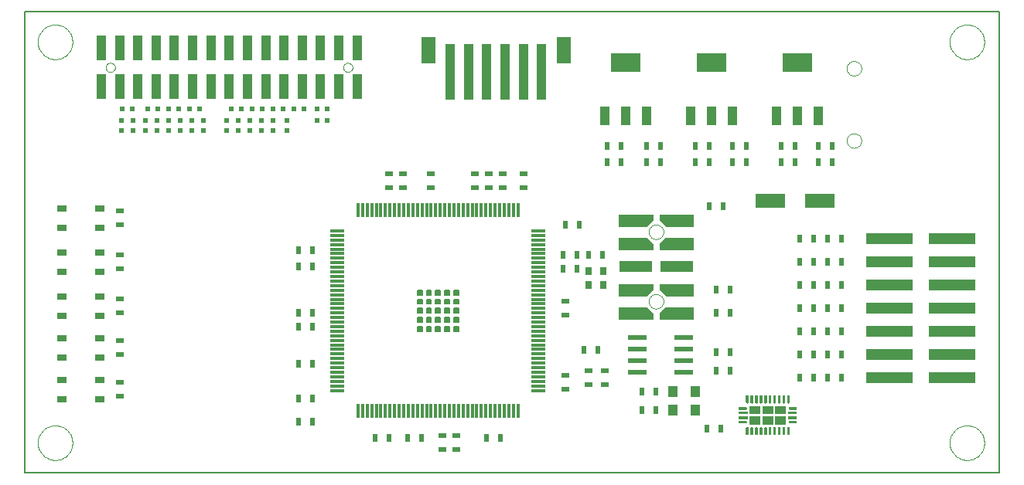
<source format=gtp>
G75*
%MOIN*%
%OFA0B0*%
%FSLAX24Y24*%
%IPPOS*%
%LPD*%
%AMOC8*
5,1,8,0,0,1.08239X$1,22.5*
%
%ADD10C,0.0000*%
%ADD11C,0.0050*%
%ADD12R,0.0591X0.0118*%
%ADD13R,0.0118X0.0591*%
%ADD14R,0.0197X0.0197*%
%ADD15R,0.1449X0.0500*%
%ADD16C,0.0004*%
%ADD17R,0.0236X0.0354*%
%ADD18R,0.0354X0.0236*%
%ADD19R,0.0433X0.0787*%
%ADD20R,0.1299X0.0787*%
%ADD21R,0.0787X0.0197*%
%ADD22R,0.0256X0.0335*%
%ADD23R,0.0394X0.1083*%
%ADD24R,0.0413X0.0256*%
%ADD25R,0.2000X0.0500*%
%ADD26R,0.1260X0.0630*%
%ADD27R,0.0433X0.0492*%
%ADD28R,0.0394X0.2441*%
%ADD29R,0.0630X0.1181*%
%ADD30C,0.0008*%
%ADD31R,0.0197X0.0236*%
%ADD32R,0.0236X0.0197*%
D10*
X000702Y003000D02*
X000704Y003055D01*
X000710Y003109D01*
X000720Y003163D01*
X000734Y003215D01*
X000751Y003267D01*
X000773Y003317D01*
X000798Y003366D01*
X000826Y003413D01*
X000858Y003457D01*
X000893Y003499D01*
X000931Y003538D01*
X000972Y003575D01*
X001015Y003608D01*
X001060Y003638D01*
X001108Y003665D01*
X001157Y003688D01*
X001208Y003708D01*
X001261Y003724D01*
X001314Y003736D01*
X001368Y003744D01*
X001423Y003748D01*
X001477Y003748D01*
X001532Y003744D01*
X001586Y003736D01*
X001639Y003724D01*
X001692Y003708D01*
X001743Y003688D01*
X001792Y003665D01*
X001840Y003638D01*
X001885Y003608D01*
X001928Y003575D01*
X001969Y003538D01*
X002007Y003499D01*
X002042Y003457D01*
X002074Y003413D01*
X002102Y003366D01*
X002127Y003317D01*
X002149Y003267D01*
X002166Y003215D01*
X002180Y003163D01*
X002190Y003109D01*
X002196Y003055D01*
X002198Y003000D01*
X002196Y002945D01*
X002190Y002891D01*
X002180Y002837D01*
X002166Y002785D01*
X002149Y002733D01*
X002127Y002683D01*
X002102Y002634D01*
X002074Y002587D01*
X002042Y002543D01*
X002007Y002501D01*
X001969Y002462D01*
X001928Y002425D01*
X001885Y002392D01*
X001840Y002362D01*
X001792Y002335D01*
X001743Y002312D01*
X001692Y002292D01*
X001639Y002276D01*
X001586Y002264D01*
X001532Y002256D01*
X001477Y002252D01*
X001423Y002252D01*
X001368Y002256D01*
X001314Y002264D01*
X001261Y002276D01*
X001208Y002292D01*
X001157Y002312D01*
X001108Y002335D01*
X001060Y002362D01*
X001015Y002392D01*
X000972Y002425D01*
X000931Y002462D01*
X000893Y002501D01*
X000858Y002543D01*
X000826Y002587D01*
X000798Y002634D01*
X000773Y002683D01*
X000751Y002733D01*
X000734Y002785D01*
X000720Y002837D01*
X000710Y002891D01*
X000704Y002945D01*
X000702Y003000D01*
X027035Y009100D02*
X027037Y009135D01*
X027043Y009170D01*
X027053Y009204D01*
X027066Y009237D01*
X027083Y009268D01*
X027104Y009296D01*
X027127Y009323D01*
X027154Y009346D01*
X027182Y009367D01*
X027213Y009384D01*
X027246Y009397D01*
X027280Y009407D01*
X027315Y009413D01*
X027350Y009415D01*
X027385Y009413D01*
X027420Y009407D01*
X027454Y009397D01*
X027487Y009384D01*
X027518Y009367D01*
X027546Y009346D01*
X027573Y009323D01*
X027596Y009296D01*
X027617Y009268D01*
X027634Y009237D01*
X027647Y009204D01*
X027657Y009170D01*
X027663Y009135D01*
X027665Y009100D01*
X027663Y009065D01*
X027657Y009030D01*
X027647Y008996D01*
X027634Y008963D01*
X027617Y008932D01*
X027596Y008904D01*
X027573Y008877D01*
X027546Y008854D01*
X027518Y008833D01*
X027487Y008816D01*
X027454Y008803D01*
X027420Y008793D01*
X027385Y008787D01*
X027350Y008785D01*
X027315Y008787D01*
X027280Y008793D01*
X027246Y008803D01*
X027213Y008816D01*
X027182Y008833D01*
X027154Y008854D01*
X027127Y008877D01*
X027104Y008904D01*
X027083Y008932D01*
X027066Y008963D01*
X027053Y008996D01*
X027043Y009030D01*
X027037Y009065D01*
X027035Y009100D01*
X027035Y012100D02*
X027037Y012135D01*
X027043Y012170D01*
X027053Y012204D01*
X027066Y012237D01*
X027083Y012268D01*
X027104Y012296D01*
X027127Y012323D01*
X027154Y012346D01*
X027182Y012367D01*
X027213Y012384D01*
X027246Y012397D01*
X027280Y012407D01*
X027315Y012413D01*
X027350Y012415D01*
X027385Y012413D01*
X027420Y012407D01*
X027454Y012397D01*
X027487Y012384D01*
X027518Y012367D01*
X027546Y012346D01*
X027573Y012323D01*
X027596Y012296D01*
X027617Y012268D01*
X027634Y012237D01*
X027647Y012204D01*
X027657Y012170D01*
X027663Y012135D01*
X027665Y012100D01*
X027663Y012065D01*
X027657Y012030D01*
X027647Y011996D01*
X027634Y011963D01*
X027617Y011932D01*
X027596Y011904D01*
X027573Y011877D01*
X027546Y011854D01*
X027518Y011833D01*
X027487Y011816D01*
X027454Y011803D01*
X027420Y011793D01*
X027385Y011787D01*
X027350Y011785D01*
X027315Y011787D01*
X027280Y011793D01*
X027246Y011803D01*
X027213Y011816D01*
X027182Y011833D01*
X027154Y011854D01*
X027127Y011877D01*
X027104Y011904D01*
X027083Y011932D01*
X027066Y011963D01*
X027053Y011996D01*
X027043Y012030D01*
X027037Y012065D01*
X027035Y012100D01*
X035566Y016041D02*
X035568Y016076D01*
X035574Y016111D01*
X035584Y016145D01*
X035597Y016178D01*
X035614Y016209D01*
X035635Y016237D01*
X035658Y016264D01*
X035685Y016287D01*
X035713Y016308D01*
X035744Y016325D01*
X035777Y016338D01*
X035811Y016348D01*
X035846Y016354D01*
X035881Y016356D01*
X035916Y016354D01*
X035951Y016348D01*
X035985Y016338D01*
X036018Y016325D01*
X036049Y016308D01*
X036077Y016287D01*
X036104Y016264D01*
X036127Y016237D01*
X036148Y016209D01*
X036165Y016178D01*
X036178Y016145D01*
X036188Y016111D01*
X036194Y016076D01*
X036196Y016041D01*
X036194Y016006D01*
X036188Y015971D01*
X036178Y015937D01*
X036165Y015904D01*
X036148Y015873D01*
X036127Y015845D01*
X036104Y015818D01*
X036077Y015795D01*
X036049Y015774D01*
X036018Y015757D01*
X035985Y015744D01*
X035951Y015734D01*
X035916Y015728D01*
X035881Y015726D01*
X035846Y015728D01*
X035811Y015734D01*
X035777Y015744D01*
X035744Y015757D01*
X035713Y015774D01*
X035685Y015795D01*
X035658Y015818D01*
X035635Y015845D01*
X035614Y015873D01*
X035597Y015904D01*
X035584Y015937D01*
X035574Y015971D01*
X035568Y016006D01*
X035566Y016041D01*
X035566Y019159D02*
X035568Y019194D01*
X035574Y019229D01*
X035584Y019263D01*
X035597Y019296D01*
X035614Y019327D01*
X035635Y019355D01*
X035658Y019382D01*
X035685Y019405D01*
X035713Y019426D01*
X035744Y019443D01*
X035777Y019456D01*
X035811Y019466D01*
X035846Y019472D01*
X035881Y019474D01*
X035916Y019472D01*
X035951Y019466D01*
X035985Y019456D01*
X036018Y019443D01*
X036049Y019426D01*
X036077Y019405D01*
X036104Y019382D01*
X036127Y019355D01*
X036148Y019327D01*
X036165Y019296D01*
X036178Y019263D01*
X036188Y019229D01*
X036194Y019194D01*
X036196Y019159D01*
X036194Y019124D01*
X036188Y019089D01*
X036178Y019055D01*
X036165Y019022D01*
X036148Y018991D01*
X036127Y018963D01*
X036104Y018936D01*
X036077Y018913D01*
X036049Y018892D01*
X036018Y018875D01*
X035985Y018862D01*
X035951Y018852D01*
X035916Y018846D01*
X035881Y018844D01*
X035846Y018846D01*
X035811Y018852D01*
X035777Y018862D01*
X035744Y018875D01*
X035713Y018892D01*
X035685Y018913D01*
X035658Y018936D01*
X035635Y018963D01*
X035614Y018991D01*
X035597Y019022D01*
X035584Y019055D01*
X035574Y019089D01*
X035568Y019124D01*
X035566Y019159D01*
X040002Y020300D02*
X040004Y020355D01*
X040010Y020409D01*
X040020Y020463D01*
X040034Y020515D01*
X040051Y020567D01*
X040073Y020617D01*
X040098Y020666D01*
X040126Y020713D01*
X040158Y020757D01*
X040193Y020799D01*
X040231Y020838D01*
X040272Y020875D01*
X040315Y020908D01*
X040360Y020938D01*
X040408Y020965D01*
X040457Y020988D01*
X040508Y021008D01*
X040561Y021024D01*
X040614Y021036D01*
X040668Y021044D01*
X040723Y021048D01*
X040777Y021048D01*
X040832Y021044D01*
X040886Y021036D01*
X040939Y021024D01*
X040992Y021008D01*
X041043Y020988D01*
X041092Y020965D01*
X041140Y020938D01*
X041185Y020908D01*
X041228Y020875D01*
X041269Y020838D01*
X041307Y020799D01*
X041342Y020757D01*
X041374Y020713D01*
X041402Y020666D01*
X041427Y020617D01*
X041449Y020567D01*
X041466Y020515D01*
X041480Y020463D01*
X041490Y020409D01*
X041496Y020355D01*
X041498Y020300D01*
X041496Y020245D01*
X041490Y020191D01*
X041480Y020137D01*
X041466Y020085D01*
X041449Y020033D01*
X041427Y019983D01*
X041402Y019934D01*
X041374Y019887D01*
X041342Y019843D01*
X041307Y019801D01*
X041269Y019762D01*
X041228Y019725D01*
X041185Y019692D01*
X041140Y019662D01*
X041092Y019635D01*
X041043Y019612D01*
X040992Y019592D01*
X040939Y019576D01*
X040886Y019564D01*
X040832Y019556D01*
X040777Y019552D01*
X040723Y019552D01*
X040668Y019556D01*
X040614Y019564D01*
X040561Y019576D01*
X040508Y019592D01*
X040457Y019612D01*
X040408Y019635D01*
X040360Y019662D01*
X040315Y019692D01*
X040272Y019725D01*
X040231Y019762D01*
X040193Y019801D01*
X040158Y019843D01*
X040126Y019887D01*
X040098Y019934D01*
X040073Y019983D01*
X040051Y020033D01*
X040034Y020085D01*
X040020Y020137D01*
X040010Y020191D01*
X040004Y020245D01*
X040002Y020300D01*
X013871Y019200D02*
X013873Y019227D01*
X013879Y019254D01*
X013888Y019280D01*
X013901Y019304D01*
X013917Y019327D01*
X013936Y019346D01*
X013958Y019363D01*
X013982Y019377D01*
X014007Y019387D01*
X014034Y019394D01*
X014061Y019397D01*
X014089Y019396D01*
X014116Y019391D01*
X014142Y019383D01*
X014166Y019371D01*
X014189Y019355D01*
X014210Y019337D01*
X014227Y019316D01*
X014242Y019292D01*
X014253Y019267D01*
X014261Y019241D01*
X014265Y019214D01*
X014265Y019186D01*
X014261Y019159D01*
X014253Y019133D01*
X014242Y019108D01*
X014227Y019084D01*
X014210Y019063D01*
X014189Y019045D01*
X014167Y019029D01*
X014142Y019017D01*
X014116Y019009D01*
X014089Y019004D01*
X014061Y019003D01*
X014034Y019006D01*
X014007Y019013D01*
X013982Y019023D01*
X013958Y019037D01*
X013936Y019054D01*
X013917Y019073D01*
X013901Y019096D01*
X013888Y019120D01*
X013879Y019146D01*
X013873Y019173D01*
X013871Y019200D01*
X003635Y019200D02*
X003637Y019227D01*
X003643Y019254D01*
X003652Y019280D01*
X003665Y019304D01*
X003681Y019327D01*
X003700Y019346D01*
X003722Y019363D01*
X003746Y019377D01*
X003771Y019387D01*
X003798Y019394D01*
X003825Y019397D01*
X003853Y019396D01*
X003880Y019391D01*
X003906Y019383D01*
X003930Y019371D01*
X003953Y019355D01*
X003974Y019337D01*
X003991Y019316D01*
X004006Y019292D01*
X004017Y019267D01*
X004025Y019241D01*
X004029Y019214D01*
X004029Y019186D01*
X004025Y019159D01*
X004017Y019133D01*
X004006Y019108D01*
X003991Y019084D01*
X003974Y019063D01*
X003953Y019045D01*
X003931Y019029D01*
X003906Y019017D01*
X003880Y019009D01*
X003853Y019004D01*
X003825Y019003D01*
X003798Y019006D01*
X003771Y019013D01*
X003746Y019023D01*
X003722Y019037D01*
X003700Y019054D01*
X003681Y019073D01*
X003665Y019096D01*
X003652Y019120D01*
X003643Y019146D01*
X003637Y019173D01*
X003635Y019200D01*
X000702Y020300D02*
X000704Y020355D01*
X000710Y020409D01*
X000720Y020463D01*
X000734Y020515D01*
X000751Y020567D01*
X000773Y020617D01*
X000798Y020666D01*
X000826Y020713D01*
X000858Y020757D01*
X000893Y020799D01*
X000931Y020838D01*
X000972Y020875D01*
X001015Y020908D01*
X001060Y020938D01*
X001108Y020965D01*
X001157Y020988D01*
X001208Y021008D01*
X001261Y021024D01*
X001314Y021036D01*
X001368Y021044D01*
X001423Y021048D01*
X001477Y021048D01*
X001532Y021044D01*
X001586Y021036D01*
X001639Y021024D01*
X001692Y021008D01*
X001743Y020988D01*
X001792Y020965D01*
X001840Y020938D01*
X001885Y020908D01*
X001928Y020875D01*
X001969Y020838D01*
X002007Y020799D01*
X002042Y020757D01*
X002074Y020713D01*
X002102Y020666D01*
X002127Y020617D01*
X002149Y020567D01*
X002166Y020515D01*
X002180Y020463D01*
X002190Y020409D01*
X002196Y020355D01*
X002198Y020300D01*
X002196Y020245D01*
X002190Y020191D01*
X002180Y020137D01*
X002166Y020085D01*
X002149Y020033D01*
X002127Y019983D01*
X002102Y019934D01*
X002074Y019887D01*
X002042Y019843D01*
X002007Y019801D01*
X001969Y019762D01*
X001928Y019725D01*
X001885Y019692D01*
X001840Y019662D01*
X001792Y019635D01*
X001743Y019612D01*
X001692Y019592D01*
X001639Y019576D01*
X001586Y019564D01*
X001532Y019556D01*
X001477Y019552D01*
X001423Y019552D01*
X001368Y019556D01*
X001314Y019564D01*
X001261Y019576D01*
X001208Y019592D01*
X001157Y019612D01*
X001108Y019635D01*
X001060Y019662D01*
X001015Y019692D01*
X000972Y019725D01*
X000931Y019762D01*
X000893Y019801D01*
X000858Y019843D01*
X000826Y019887D01*
X000798Y019934D01*
X000773Y019983D01*
X000751Y020033D01*
X000734Y020085D01*
X000720Y020137D01*
X000710Y020191D01*
X000704Y020245D01*
X000702Y020300D01*
X040002Y003000D02*
X040004Y003055D01*
X040010Y003109D01*
X040020Y003163D01*
X040034Y003215D01*
X040051Y003267D01*
X040073Y003317D01*
X040098Y003366D01*
X040126Y003413D01*
X040158Y003457D01*
X040193Y003499D01*
X040231Y003538D01*
X040272Y003575D01*
X040315Y003608D01*
X040360Y003638D01*
X040408Y003665D01*
X040457Y003688D01*
X040508Y003708D01*
X040561Y003724D01*
X040614Y003736D01*
X040668Y003744D01*
X040723Y003748D01*
X040777Y003748D01*
X040832Y003744D01*
X040886Y003736D01*
X040939Y003724D01*
X040992Y003708D01*
X041043Y003688D01*
X041092Y003665D01*
X041140Y003638D01*
X041185Y003608D01*
X041228Y003575D01*
X041269Y003538D01*
X041307Y003499D01*
X041342Y003457D01*
X041374Y003413D01*
X041402Y003366D01*
X041427Y003317D01*
X041449Y003267D01*
X041466Y003215D01*
X041480Y003163D01*
X041490Y003109D01*
X041496Y003055D01*
X041498Y003000D01*
X041496Y002945D01*
X041490Y002891D01*
X041480Y002837D01*
X041466Y002785D01*
X041449Y002733D01*
X041427Y002683D01*
X041402Y002634D01*
X041374Y002587D01*
X041342Y002543D01*
X041307Y002501D01*
X041269Y002462D01*
X041228Y002425D01*
X041185Y002392D01*
X041140Y002362D01*
X041092Y002335D01*
X041043Y002312D01*
X040992Y002292D01*
X040939Y002276D01*
X040886Y002264D01*
X040832Y002256D01*
X040777Y002252D01*
X040723Y002252D01*
X040668Y002256D01*
X040614Y002264D01*
X040561Y002276D01*
X040508Y002292D01*
X040457Y002312D01*
X040408Y002335D01*
X040360Y002362D01*
X040315Y002392D01*
X040272Y002425D01*
X040231Y002462D01*
X040193Y002501D01*
X040158Y002543D01*
X040126Y002587D01*
X040098Y002634D01*
X040073Y002683D01*
X040051Y002733D01*
X040034Y002785D01*
X040020Y002837D01*
X040010Y002891D01*
X040004Y002945D01*
X040002Y003000D01*
D11*
X042150Y001700D02*
X000150Y001700D01*
X000150Y021600D01*
X042150Y021600D01*
X042150Y001700D01*
X018836Y007814D02*
X018639Y007814D01*
X018639Y008011D01*
X018836Y008011D01*
X018836Y007814D01*
X018836Y007860D02*
X018639Y007860D01*
X018639Y007908D02*
X018836Y007908D01*
X018836Y007957D02*
X018639Y007957D01*
X018639Y008005D02*
X018836Y008005D01*
X018836Y008208D02*
X018639Y008208D01*
X018639Y008405D01*
X018836Y008405D01*
X018836Y008208D01*
X018836Y008248D02*
X018639Y008248D01*
X018639Y008296D02*
X018836Y008296D01*
X018836Y008345D02*
X018639Y008345D01*
X018639Y008393D02*
X018836Y008393D01*
X018836Y008602D02*
X018639Y008602D01*
X018639Y008798D01*
X018836Y008798D01*
X018836Y008602D01*
X018836Y008636D02*
X018639Y008636D01*
X018639Y008684D02*
X018836Y008684D01*
X018836Y008733D02*
X018639Y008733D01*
X018639Y008781D02*
X018836Y008781D01*
X018836Y008995D02*
X018639Y008995D01*
X018639Y009192D01*
X018836Y009192D01*
X018836Y008995D01*
X018836Y009024D02*
X018639Y009024D01*
X018639Y009072D02*
X018836Y009072D01*
X018836Y009121D02*
X018639Y009121D01*
X018639Y009169D02*
X018836Y009169D01*
X018836Y009389D02*
X018639Y009389D01*
X018639Y009586D01*
X018836Y009586D01*
X018836Y009389D01*
X018836Y009412D02*
X018639Y009412D01*
X018639Y009460D02*
X018836Y009460D01*
X018836Y009509D02*
X018639Y009509D01*
X018639Y009557D02*
X018836Y009557D01*
X018442Y009557D02*
X018245Y009557D01*
X018245Y009586D02*
X018245Y009389D01*
X018442Y009389D01*
X018442Y009586D01*
X018245Y009586D01*
X018245Y009509D02*
X018442Y009509D01*
X018442Y009460D02*
X018245Y009460D01*
X018245Y009412D02*
X018442Y009412D01*
X018442Y009192D02*
X018245Y009192D01*
X018245Y008995D01*
X018442Y008995D01*
X018442Y009192D01*
X018442Y009169D02*
X018245Y009169D01*
X018245Y009121D02*
X018442Y009121D01*
X018442Y009072D02*
X018245Y009072D01*
X018245Y009024D02*
X018442Y009024D01*
X018442Y008798D02*
X018245Y008798D01*
X018245Y008602D01*
X018442Y008602D01*
X018442Y008798D01*
X018442Y008781D02*
X018245Y008781D01*
X018245Y008733D02*
X018442Y008733D01*
X018442Y008684D02*
X018245Y008684D01*
X018245Y008636D02*
X018442Y008636D01*
X018442Y008405D02*
X018245Y008405D01*
X018245Y008208D01*
X018442Y008208D01*
X018442Y008405D01*
X018442Y008393D02*
X018245Y008393D01*
X018245Y008345D02*
X018442Y008345D01*
X018442Y008296D02*
X018245Y008296D01*
X018245Y008248D02*
X018442Y008248D01*
X018442Y008011D02*
X018245Y008011D01*
X018245Y007814D01*
X018442Y007814D01*
X018442Y008011D01*
X018442Y008005D02*
X018245Y008005D01*
X018245Y007957D02*
X018442Y007957D01*
X018442Y007908D02*
X018245Y007908D01*
X018245Y007860D02*
X018442Y007860D01*
X018048Y007860D02*
X017852Y007860D01*
X017852Y007814D02*
X017852Y008011D01*
X018048Y008011D01*
X018048Y007814D01*
X017852Y007814D01*
X017852Y007908D02*
X018048Y007908D01*
X018048Y007957D02*
X017852Y007957D01*
X017852Y008005D02*
X018048Y008005D01*
X018048Y008208D02*
X017852Y008208D01*
X017852Y008405D01*
X018048Y008405D01*
X018048Y008208D01*
X018048Y008248D02*
X017852Y008248D01*
X017852Y008296D02*
X018048Y008296D01*
X018048Y008345D02*
X017852Y008345D01*
X017852Y008393D02*
X018048Y008393D01*
X018048Y008602D02*
X017852Y008602D01*
X017852Y008798D01*
X018048Y008798D01*
X018048Y008602D01*
X018048Y008636D02*
X017852Y008636D01*
X017852Y008684D02*
X018048Y008684D01*
X018048Y008733D02*
X017852Y008733D01*
X017852Y008781D02*
X018048Y008781D01*
X018048Y008995D02*
X017852Y008995D01*
X017852Y009192D01*
X018048Y009192D01*
X018048Y008995D01*
X018048Y009024D02*
X017852Y009024D01*
X017852Y009072D02*
X018048Y009072D01*
X018048Y009121D02*
X017852Y009121D01*
X017852Y009169D02*
X018048Y009169D01*
X018048Y009389D02*
X017852Y009389D01*
X017852Y009586D01*
X018048Y009586D01*
X018048Y009389D01*
X018048Y009412D02*
X017852Y009412D01*
X017852Y009460D02*
X018048Y009460D01*
X018048Y009509D02*
X017852Y009509D01*
X017852Y009557D02*
X018048Y009557D01*
X017655Y009557D02*
X017458Y009557D01*
X017458Y009586D02*
X017458Y009389D01*
X017655Y009389D01*
X017655Y009586D01*
X017458Y009586D01*
X017458Y009509D02*
X017655Y009509D01*
X017655Y009460D02*
X017458Y009460D01*
X017458Y009412D02*
X017655Y009412D01*
X017655Y009192D02*
X017458Y009192D01*
X017458Y008995D01*
X017655Y008995D01*
X017655Y009192D01*
X017655Y009169D02*
X017458Y009169D01*
X017458Y009121D02*
X017655Y009121D01*
X017655Y009072D02*
X017458Y009072D01*
X017458Y009024D02*
X017655Y009024D01*
X017655Y008798D02*
X017458Y008798D01*
X017458Y008602D01*
X017655Y008602D01*
X017655Y008798D01*
X017655Y008781D02*
X017458Y008781D01*
X017458Y008733D02*
X017655Y008733D01*
X017655Y008684D02*
X017458Y008684D01*
X017458Y008636D02*
X017655Y008636D01*
X017655Y008405D02*
X017458Y008405D01*
X017458Y008208D01*
X017655Y008208D01*
X017655Y008405D01*
X017655Y008393D02*
X017458Y008393D01*
X017458Y008345D02*
X017655Y008345D01*
X017655Y008296D02*
X017458Y008296D01*
X017458Y008248D02*
X017655Y008248D01*
X017655Y008011D02*
X017458Y008011D01*
X017458Y007814D01*
X017655Y007814D01*
X017655Y008011D01*
X017655Y008005D02*
X017458Y008005D01*
X017458Y007957D02*
X017655Y007957D01*
X017655Y007908D02*
X017458Y007908D01*
X017458Y007860D02*
X017655Y007860D01*
X017261Y007860D02*
X017064Y007860D01*
X017064Y007814D02*
X017064Y008011D01*
X017261Y008011D01*
X017261Y007814D01*
X017064Y007814D01*
X017064Y007908D02*
X017261Y007908D01*
X017261Y007957D02*
X017064Y007957D01*
X017064Y008005D02*
X017261Y008005D01*
X017261Y008208D02*
X017064Y008208D01*
X017064Y008405D01*
X017261Y008405D01*
X017261Y008208D01*
X017261Y008248D02*
X017064Y008248D01*
X017064Y008296D02*
X017261Y008296D01*
X017261Y008345D02*
X017064Y008345D01*
X017064Y008393D02*
X017261Y008393D01*
X017261Y008602D02*
X017064Y008602D01*
X017064Y008798D01*
X017261Y008798D01*
X017261Y008602D01*
X017261Y008636D02*
X017064Y008636D01*
X017064Y008684D02*
X017261Y008684D01*
X017261Y008733D02*
X017064Y008733D01*
X017064Y008781D02*
X017261Y008781D01*
X017261Y008995D02*
X017064Y008995D01*
X017064Y009192D01*
X017261Y009192D01*
X017261Y008995D01*
X017261Y009024D02*
X017064Y009024D01*
X017064Y009072D02*
X017261Y009072D01*
X017261Y009121D02*
X017064Y009121D01*
X017064Y009169D02*
X017261Y009169D01*
X017261Y009389D02*
X017064Y009389D01*
X017064Y009586D01*
X017261Y009586D01*
X017261Y009389D01*
X017261Y009412D02*
X017064Y009412D01*
X017064Y009460D02*
X017261Y009460D01*
X017261Y009509D02*
X017064Y009509D01*
X017064Y009557D02*
X017261Y009557D01*
D12*
X013619Y009586D03*
X013619Y009783D03*
X013619Y009980D03*
X013619Y010176D03*
X013619Y010373D03*
X013619Y010570D03*
X013619Y010767D03*
X013619Y010964D03*
X013619Y011161D03*
X013619Y011357D03*
X013619Y011554D03*
X013619Y011751D03*
X013619Y011948D03*
X013619Y012145D03*
X013619Y009389D03*
X013619Y009192D03*
X013619Y008995D03*
X013619Y008798D03*
X013619Y008602D03*
X013619Y008405D03*
X013619Y008208D03*
X013619Y008011D03*
X013619Y007814D03*
X013619Y007617D03*
X013619Y007420D03*
X013619Y007224D03*
X013619Y007027D03*
X013619Y006830D03*
X013619Y006633D03*
X013619Y006436D03*
X013619Y006239D03*
X013619Y006043D03*
X013619Y005846D03*
X013619Y005649D03*
X013619Y005452D03*
X013619Y005255D03*
X022281Y005255D03*
X022281Y005452D03*
X022281Y005649D03*
X022281Y005846D03*
X022281Y006043D03*
X022281Y006239D03*
X022281Y006436D03*
X022281Y006633D03*
X022281Y006830D03*
X022281Y007027D03*
X022281Y007224D03*
X022281Y007420D03*
X022281Y007617D03*
X022281Y007814D03*
X022281Y008011D03*
X022281Y008208D03*
X022281Y008405D03*
X022281Y008602D03*
X022281Y008798D03*
X022281Y008995D03*
X022281Y009192D03*
X022281Y009389D03*
X022281Y009586D03*
X022281Y009783D03*
X022281Y009980D03*
X022281Y010176D03*
X022281Y010373D03*
X022281Y010570D03*
X022281Y010767D03*
X022281Y010964D03*
X022281Y011161D03*
X022281Y011357D03*
X022281Y011554D03*
X022281Y011751D03*
X022281Y011948D03*
X022281Y012145D03*
D13*
X021395Y013031D03*
X021198Y013031D03*
X021001Y013031D03*
X020804Y013031D03*
X020607Y013031D03*
X020411Y013031D03*
X020214Y013031D03*
X020017Y013031D03*
X019820Y013031D03*
X019623Y013031D03*
X019426Y013031D03*
X019230Y013031D03*
X019033Y013031D03*
X018836Y013031D03*
X018639Y013031D03*
X018442Y013031D03*
X018245Y013031D03*
X018048Y013031D03*
X017852Y013031D03*
X017655Y013031D03*
X017458Y013031D03*
X017261Y013031D03*
X017064Y013031D03*
X016867Y013031D03*
X016670Y013031D03*
X016474Y013031D03*
X016277Y013031D03*
X016080Y013031D03*
X015883Y013031D03*
X015686Y013031D03*
X015489Y013031D03*
X015293Y013031D03*
X015096Y013031D03*
X014899Y013031D03*
X014702Y013031D03*
X014505Y013031D03*
X014505Y004369D03*
X014702Y004369D03*
X014899Y004369D03*
X015096Y004369D03*
X015293Y004369D03*
X015489Y004369D03*
X015686Y004369D03*
X015883Y004369D03*
X016080Y004369D03*
X016277Y004369D03*
X016474Y004369D03*
X016670Y004369D03*
X016867Y004369D03*
X017064Y004369D03*
X017261Y004369D03*
X017458Y004369D03*
X017655Y004369D03*
X017852Y004369D03*
X018048Y004369D03*
X018245Y004369D03*
X018442Y004369D03*
X018639Y004369D03*
X018836Y004369D03*
X019033Y004369D03*
X019230Y004369D03*
X019426Y004369D03*
X019623Y004369D03*
X019820Y004369D03*
X020017Y004369D03*
X020214Y004369D03*
X020411Y004369D03*
X020607Y004369D03*
X020804Y004369D03*
X021001Y004369D03*
X021198Y004369D03*
X021395Y004369D03*
D14*
X026476Y008600D03*
X028224Y008600D03*
X028224Y009600D03*
X026476Y009600D03*
X026476Y011600D03*
X026476Y012600D03*
X028224Y012600D03*
X028224Y011600D03*
D15*
X028224Y010600D03*
X026476Y010600D03*
D16*
X027200Y009850D02*
X025752Y009850D01*
X025752Y009350D01*
X026931Y009350D01*
X027200Y009619D01*
X025752Y009619D01*
X025752Y009621D02*
X027200Y009621D01*
X027200Y009619D02*
X027200Y009850D01*
X027200Y009848D02*
X025752Y009848D01*
X025752Y009845D02*
X027200Y009845D01*
X027200Y009843D02*
X025752Y009843D01*
X025752Y009840D02*
X027200Y009840D01*
X027200Y009838D02*
X025752Y009838D01*
X025752Y009836D02*
X027200Y009836D01*
X027200Y009833D02*
X025752Y009833D01*
X025752Y009831D02*
X027200Y009831D01*
X027200Y009828D02*
X025752Y009828D01*
X025752Y009826D02*
X027200Y009826D01*
X027200Y009823D02*
X025752Y009823D01*
X025752Y009821D02*
X027200Y009821D01*
X027200Y009818D02*
X025752Y009818D01*
X025752Y009816D02*
X027200Y009816D01*
X027200Y009814D02*
X025752Y009814D01*
X025752Y009811D02*
X027200Y009811D01*
X027200Y009809D02*
X025752Y009809D01*
X025752Y009806D02*
X027200Y009806D01*
X027200Y009804D02*
X025752Y009804D01*
X025752Y009801D02*
X027200Y009801D01*
X027200Y009799D02*
X025752Y009799D01*
X025752Y009797D02*
X027200Y009797D01*
X027200Y009794D02*
X025752Y009794D01*
X025752Y009792D02*
X027200Y009792D01*
X027200Y009789D02*
X025752Y009789D01*
X025752Y009787D02*
X027200Y009787D01*
X027200Y009784D02*
X025752Y009784D01*
X025752Y009782D02*
X027200Y009782D01*
X027200Y009779D02*
X025752Y009779D01*
X025752Y009777D02*
X027200Y009777D01*
X027200Y009775D02*
X025752Y009775D01*
X025752Y009772D02*
X027200Y009772D01*
X027200Y009770D02*
X025752Y009770D01*
X025752Y009767D02*
X027200Y009767D01*
X027200Y009765D02*
X025752Y009765D01*
X025752Y009762D02*
X027200Y009762D01*
X027200Y009760D02*
X025752Y009760D01*
X025752Y009758D02*
X027200Y009758D01*
X027200Y009755D02*
X025752Y009755D01*
X025752Y009753D02*
X027200Y009753D01*
X027200Y009750D02*
X025752Y009750D01*
X025752Y009748D02*
X027200Y009748D01*
X027200Y009745D02*
X025752Y009745D01*
X025752Y009743D02*
X027200Y009743D01*
X027200Y009741D02*
X025752Y009741D01*
X025752Y009738D02*
X027200Y009738D01*
X027200Y009736D02*
X025752Y009736D01*
X025752Y009733D02*
X027200Y009733D01*
X027200Y009731D02*
X025752Y009731D01*
X025752Y009728D02*
X027200Y009728D01*
X027200Y009726D02*
X025752Y009726D01*
X025752Y009723D02*
X027200Y009723D01*
X027200Y009721D02*
X025752Y009721D01*
X025752Y009719D02*
X027200Y009719D01*
X027200Y009716D02*
X025752Y009716D01*
X025752Y009714D02*
X027200Y009714D01*
X027200Y009711D02*
X025752Y009711D01*
X025752Y009709D02*
X027200Y009709D01*
X027200Y009706D02*
X025752Y009706D01*
X025752Y009704D02*
X027200Y009704D01*
X027200Y009702D02*
X025752Y009702D01*
X025752Y009699D02*
X027200Y009699D01*
X027200Y009697D02*
X025752Y009697D01*
X025752Y009694D02*
X027200Y009694D01*
X027200Y009692D02*
X025752Y009692D01*
X025752Y009689D02*
X027200Y009689D01*
X027200Y009687D02*
X025752Y009687D01*
X025752Y009684D02*
X027200Y009684D01*
X027200Y009682D02*
X025752Y009682D01*
X025752Y009680D02*
X027200Y009680D01*
X027200Y009677D02*
X025752Y009677D01*
X025752Y009675D02*
X027200Y009675D01*
X027200Y009672D02*
X025752Y009672D01*
X025752Y009670D02*
X027200Y009670D01*
X027200Y009667D02*
X025752Y009667D01*
X025752Y009665D02*
X027200Y009665D01*
X027200Y009663D02*
X025752Y009663D01*
X025752Y009660D02*
X027200Y009660D01*
X027200Y009658D02*
X025752Y009658D01*
X025752Y009655D02*
X027200Y009655D01*
X027200Y009653D02*
X025752Y009653D01*
X025752Y009650D02*
X027200Y009650D01*
X027200Y009648D02*
X025752Y009648D01*
X025752Y009645D02*
X027200Y009645D01*
X027200Y009643D02*
X025752Y009643D01*
X025752Y009641D02*
X027200Y009641D01*
X027200Y009638D02*
X025752Y009638D01*
X025752Y009636D02*
X027200Y009636D01*
X027200Y009633D02*
X025752Y009633D01*
X025752Y009631D02*
X027200Y009631D01*
X027200Y009628D02*
X025752Y009628D01*
X025752Y009626D02*
X027200Y009626D01*
X027200Y009624D02*
X025752Y009624D01*
X025752Y009616D02*
X027197Y009616D01*
X027195Y009614D02*
X025752Y009614D01*
X025752Y009611D02*
X027192Y009611D01*
X027190Y009609D02*
X025752Y009609D01*
X025752Y009606D02*
X027187Y009606D01*
X027185Y009604D02*
X025752Y009604D01*
X025752Y009602D02*
X027183Y009602D01*
X027180Y009599D02*
X025752Y009599D01*
X025752Y009597D02*
X027178Y009597D01*
X027175Y009594D02*
X025752Y009594D01*
X025752Y009592D02*
X027173Y009592D01*
X027170Y009589D02*
X025752Y009589D01*
X025752Y009587D02*
X027168Y009587D01*
X027166Y009585D02*
X025752Y009585D01*
X025752Y009582D02*
X027163Y009582D01*
X027161Y009580D02*
X025752Y009580D01*
X025752Y009577D02*
X027158Y009577D01*
X027156Y009575D02*
X025752Y009575D01*
X025752Y009572D02*
X027153Y009572D01*
X027151Y009570D02*
X025752Y009570D01*
X025752Y009567D02*
X027148Y009567D01*
X027146Y009565D02*
X025752Y009565D01*
X025752Y009563D02*
X027144Y009563D01*
X027141Y009560D02*
X025752Y009560D01*
X025752Y009558D02*
X027139Y009558D01*
X027136Y009555D02*
X025752Y009555D01*
X025752Y009553D02*
X027134Y009553D01*
X027131Y009550D02*
X025752Y009550D01*
X025752Y009548D02*
X027129Y009548D01*
X027127Y009546D02*
X025752Y009546D01*
X025752Y009543D02*
X027124Y009543D01*
X027122Y009541D02*
X025752Y009541D01*
X025752Y009538D02*
X027119Y009538D01*
X027117Y009536D02*
X025752Y009536D01*
X025752Y009533D02*
X027114Y009533D01*
X027112Y009531D02*
X025752Y009531D01*
X025752Y009528D02*
X027109Y009528D01*
X027107Y009526D02*
X025752Y009526D01*
X025752Y009524D02*
X027105Y009524D01*
X027102Y009521D02*
X025752Y009521D01*
X025752Y009519D02*
X027100Y009519D01*
X027097Y009516D02*
X025752Y009516D01*
X025752Y009514D02*
X027095Y009514D01*
X027092Y009511D02*
X025752Y009511D01*
X025752Y009509D02*
X027090Y009509D01*
X027088Y009507D02*
X025752Y009507D01*
X025752Y009504D02*
X027085Y009504D01*
X027083Y009502D02*
X025752Y009502D01*
X025752Y009499D02*
X027080Y009499D01*
X027078Y009497D02*
X025752Y009497D01*
X025752Y009494D02*
X027075Y009494D01*
X027073Y009492D02*
X025752Y009492D01*
X025752Y009489D02*
X027070Y009489D01*
X027068Y009487D02*
X025752Y009487D01*
X025752Y009485D02*
X027066Y009485D01*
X027063Y009482D02*
X025752Y009482D01*
X025752Y009480D02*
X027061Y009480D01*
X027058Y009477D02*
X025752Y009477D01*
X025752Y009475D02*
X027056Y009475D01*
X027053Y009472D02*
X025752Y009472D01*
X025752Y009470D02*
X027051Y009470D01*
X027049Y009468D02*
X025752Y009468D01*
X025752Y009465D02*
X027046Y009465D01*
X027044Y009463D02*
X025752Y009463D01*
X025752Y009460D02*
X027041Y009460D01*
X027039Y009458D02*
X025752Y009458D01*
X025752Y009455D02*
X027036Y009455D01*
X027034Y009453D02*
X025752Y009453D01*
X025752Y009450D02*
X027031Y009450D01*
X027029Y009448D02*
X025752Y009448D01*
X025752Y009446D02*
X027027Y009446D01*
X027024Y009443D02*
X025752Y009443D01*
X025752Y009441D02*
X027022Y009441D01*
X027019Y009438D02*
X025752Y009438D01*
X025752Y009436D02*
X027017Y009436D01*
X027014Y009433D02*
X025752Y009433D01*
X025752Y009431D02*
X027012Y009431D01*
X027010Y009429D02*
X025752Y009429D01*
X025752Y009426D02*
X027007Y009426D01*
X027005Y009424D02*
X025752Y009424D01*
X025752Y009421D02*
X027002Y009421D01*
X027000Y009419D02*
X025752Y009419D01*
X025752Y009416D02*
X026997Y009416D01*
X026995Y009414D02*
X025752Y009414D01*
X025752Y009411D02*
X026992Y009411D01*
X026990Y009409D02*
X025752Y009409D01*
X025752Y009407D02*
X026988Y009407D01*
X026985Y009404D02*
X025752Y009404D01*
X025752Y009402D02*
X026983Y009402D01*
X026980Y009399D02*
X025752Y009399D01*
X025752Y009397D02*
X026978Y009397D01*
X026975Y009394D02*
X025752Y009394D01*
X025752Y009392D02*
X026973Y009392D01*
X026971Y009390D02*
X025752Y009390D01*
X025752Y009387D02*
X026968Y009387D01*
X026966Y009385D02*
X025752Y009385D01*
X025752Y009382D02*
X026963Y009382D01*
X026961Y009380D02*
X025752Y009380D01*
X025752Y009377D02*
X026958Y009377D01*
X026956Y009375D02*
X025752Y009375D01*
X025752Y009372D02*
X026953Y009372D01*
X026951Y009370D02*
X025752Y009370D01*
X025752Y009368D02*
X026949Y009368D01*
X026946Y009365D02*
X025752Y009365D01*
X025752Y009363D02*
X026944Y009363D01*
X026941Y009360D02*
X025752Y009360D01*
X025752Y009358D02*
X026939Y009358D01*
X026936Y009355D02*
X025752Y009355D01*
X025752Y009353D02*
X026934Y009353D01*
X026932Y009351D02*
X025752Y009351D01*
X025752Y008850D02*
X026931Y008850D01*
X027200Y008581D01*
X027200Y008350D01*
X025752Y008350D01*
X025752Y008850D01*
X025752Y008848D02*
X026933Y008848D01*
X026935Y008846D02*
X025752Y008846D01*
X025752Y008844D02*
X026937Y008844D01*
X026940Y008841D02*
X025752Y008841D01*
X025752Y008839D02*
X026942Y008839D01*
X026945Y008836D02*
X025752Y008836D01*
X025752Y008834D02*
X026947Y008834D01*
X026950Y008831D02*
X025752Y008831D01*
X025752Y008829D02*
X026952Y008829D01*
X026954Y008827D02*
X025752Y008827D01*
X025752Y008824D02*
X026957Y008824D01*
X026959Y008822D02*
X025752Y008822D01*
X025752Y008819D02*
X026962Y008819D01*
X026964Y008817D02*
X025752Y008817D01*
X025752Y008814D02*
X026967Y008814D01*
X026969Y008812D02*
X025752Y008812D01*
X025752Y008809D02*
X026972Y008809D01*
X026974Y008807D02*
X025752Y008807D01*
X025752Y008805D02*
X026976Y008805D01*
X026979Y008802D02*
X025752Y008802D01*
X025752Y008800D02*
X026981Y008800D01*
X026984Y008797D02*
X025752Y008797D01*
X025752Y008795D02*
X026986Y008795D01*
X026989Y008792D02*
X025752Y008792D01*
X025752Y008790D02*
X026991Y008790D01*
X026993Y008788D02*
X025752Y008788D01*
X025752Y008785D02*
X026996Y008785D01*
X026998Y008783D02*
X025752Y008783D01*
X025752Y008780D02*
X027001Y008780D01*
X027003Y008778D02*
X025752Y008778D01*
X025752Y008775D02*
X027006Y008775D01*
X027008Y008773D02*
X025752Y008773D01*
X025752Y008770D02*
X027011Y008770D01*
X027013Y008768D02*
X025752Y008768D01*
X025752Y008766D02*
X027015Y008766D01*
X027018Y008763D02*
X025752Y008763D01*
X025752Y008761D02*
X027020Y008761D01*
X027023Y008758D02*
X025752Y008758D01*
X025752Y008756D02*
X027025Y008756D01*
X027028Y008753D02*
X025752Y008753D01*
X025752Y008751D02*
X027030Y008751D01*
X027032Y008749D02*
X025752Y008749D01*
X025752Y008746D02*
X027035Y008746D01*
X027037Y008744D02*
X025752Y008744D01*
X025752Y008741D02*
X027040Y008741D01*
X027042Y008739D02*
X025752Y008739D01*
X025752Y008736D02*
X027045Y008736D01*
X027047Y008734D02*
X025752Y008734D01*
X025752Y008731D02*
X027050Y008731D01*
X027052Y008729D02*
X025752Y008729D01*
X025752Y008727D02*
X027054Y008727D01*
X027057Y008724D02*
X025752Y008724D01*
X025752Y008722D02*
X027059Y008722D01*
X027062Y008719D02*
X025752Y008719D01*
X025752Y008717D02*
X027064Y008717D01*
X027067Y008714D02*
X025752Y008714D01*
X025752Y008712D02*
X027069Y008712D01*
X027071Y008710D02*
X025752Y008710D01*
X025752Y008707D02*
X027074Y008707D01*
X027076Y008705D02*
X025752Y008705D01*
X025752Y008702D02*
X027079Y008702D01*
X027081Y008700D02*
X025752Y008700D01*
X025752Y008697D02*
X027084Y008697D01*
X027086Y008695D02*
X025752Y008695D01*
X025752Y008692D02*
X027089Y008692D01*
X027091Y008690D02*
X025752Y008690D01*
X025752Y008688D02*
X027093Y008688D01*
X027096Y008685D02*
X025752Y008685D01*
X025752Y008683D02*
X027098Y008683D01*
X027101Y008680D02*
X025752Y008680D01*
X025752Y008678D02*
X027103Y008678D01*
X027106Y008675D02*
X025752Y008675D01*
X025752Y008673D02*
X027108Y008673D01*
X027110Y008671D02*
X025752Y008671D01*
X025752Y008668D02*
X027113Y008668D01*
X027115Y008666D02*
X025752Y008666D01*
X025752Y008663D02*
X027118Y008663D01*
X027120Y008661D02*
X025752Y008661D01*
X025752Y008658D02*
X027123Y008658D01*
X027125Y008656D02*
X025752Y008656D01*
X025752Y008653D02*
X027128Y008653D01*
X027130Y008651D02*
X025752Y008651D01*
X025752Y008649D02*
X027132Y008649D01*
X027135Y008646D02*
X025752Y008646D01*
X025752Y008644D02*
X027137Y008644D01*
X027140Y008641D02*
X025752Y008641D01*
X025752Y008639D02*
X027142Y008639D01*
X027145Y008636D02*
X025752Y008636D01*
X025752Y008634D02*
X027147Y008634D01*
X027149Y008632D02*
X025752Y008632D01*
X025752Y008629D02*
X027152Y008629D01*
X027154Y008627D02*
X025752Y008627D01*
X025752Y008624D02*
X027157Y008624D01*
X027159Y008622D02*
X025752Y008622D01*
X025752Y008619D02*
X027162Y008619D01*
X027164Y008617D02*
X025752Y008617D01*
X025752Y008614D02*
X027166Y008614D01*
X027169Y008612D02*
X025752Y008612D01*
X025752Y008610D02*
X027171Y008610D01*
X027174Y008607D02*
X025752Y008607D01*
X025752Y008605D02*
X027176Y008605D01*
X027179Y008602D02*
X025752Y008602D01*
X025752Y008600D02*
X027181Y008600D01*
X027184Y008597D02*
X025752Y008597D01*
X025752Y008595D02*
X027186Y008595D01*
X027188Y008593D02*
X025752Y008593D01*
X025752Y008590D02*
X027191Y008590D01*
X027193Y008588D02*
X025752Y008588D01*
X025752Y008585D02*
X027196Y008585D01*
X027198Y008583D02*
X025752Y008583D01*
X025752Y008580D02*
X027200Y008580D01*
X027200Y008578D02*
X025752Y008578D01*
X025752Y008575D02*
X027200Y008575D01*
X027200Y008573D02*
X025752Y008573D01*
X025752Y008571D02*
X027200Y008571D01*
X027200Y008568D02*
X025752Y008568D01*
X025752Y008566D02*
X027200Y008566D01*
X027200Y008563D02*
X025752Y008563D01*
X025752Y008561D02*
X027200Y008561D01*
X027200Y008558D02*
X025752Y008558D01*
X025752Y008556D02*
X027200Y008556D01*
X027200Y008554D02*
X025752Y008554D01*
X025752Y008551D02*
X027200Y008551D01*
X027200Y008549D02*
X025752Y008549D01*
X025752Y008546D02*
X027200Y008546D01*
X027200Y008544D02*
X025752Y008544D01*
X025752Y008541D02*
X027200Y008541D01*
X027200Y008539D02*
X025752Y008539D01*
X025752Y008536D02*
X027200Y008536D01*
X027200Y008534D02*
X025752Y008534D01*
X025752Y008532D02*
X027200Y008532D01*
X027200Y008529D02*
X025752Y008529D01*
X025752Y008527D02*
X027200Y008527D01*
X027200Y008524D02*
X025752Y008524D01*
X025752Y008522D02*
X027200Y008522D01*
X027200Y008519D02*
X025752Y008519D01*
X025752Y008517D02*
X027200Y008517D01*
X027200Y008515D02*
X025752Y008515D01*
X025752Y008512D02*
X027200Y008512D01*
X027200Y008510D02*
X025752Y008510D01*
X025752Y008507D02*
X027200Y008507D01*
X027200Y008505D02*
X025752Y008505D01*
X025752Y008502D02*
X027200Y008502D01*
X027200Y008500D02*
X025752Y008500D01*
X025752Y008498D02*
X027200Y008498D01*
X027200Y008495D02*
X025752Y008495D01*
X025752Y008493D02*
X027200Y008493D01*
X027200Y008490D02*
X025752Y008490D01*
X025752Y008488D02*
X027200Y008488D01*
X027200Y008485D02*
X025752Y008485D01*
X025752Y008483D02*
X027200Y008483D01*
X027200Y008480D02*
X025752Y008480D01*
X025752Y008478D02*
X027200Y008478D01*
X027200Y008476D02*
X025752Y008476D01*
X025752Y008473D02*
X027200Y008473D01*
X027200Y008471D02*
X025752Y008471D01*
X025752Y008468D02*
X027200Y008468D01*
X027200Y008466D02*
X025752Y008466D01*
X025752Y008463D02*
X027200Y008463D01*
X027200Y008461D02*
X025752Y008461D01*
X025752Y008459D02*
X027200Y008459D01*
X027200Y008456D02*
X025752Y008456D01*
X025752Y008454D02*
X027200Y008454D01*
X027200Y008451D02*
X025752Y008451D01*
X025752Y008449D02*
X027200Y008449D01*
X027200Y008446D02*
X025752Y008446D01*
X025752Y008444D02*
X027200Y008444D01*
X027200Y008441D02*
X025752Y008441D01*
X025752Y008439D02*
X027200Y008439D01*
X027200Y008437D02*
X025752Y008437D01*
X025752Y008434D02*
X027200Y008434D01*
X027200Y008432D02*
X025752Y008432D01*
X025752Y008429D02*
X027200Y008429D01*
X027200Y008427D02*
X025752Y008427D01*
X025752Y008424D02*
X027200Y008424D01*
X027200Y008422D02*
X025752Y008422D01*
X025752Y008420D02*
X027200Y008420D01*
X027200Y008417D02*
X025752Y008417D01*
X025752Y008415D02*
X027200Y008415D01*
X027200Y008412D02*
X025752Y008412D01*
X025752Y008410D02*
X027200Y008410D01*
X027200Y008407D02*
X025752Y008407D01*
X025752Y008405D02*
X027200Y008405D01*
X027200Y008402D02*
X025752Y008402D01*
X025752Y008400D02*
X027200Y008400D01*
X027200Y008398D02*
X025752Y008398D01*
X025752Y008395D02*
X027200Y008395D01*
X027200Y008393D02*
X025752Y008393D01*
X025752Y008390D02*
X027200Y008390D01*
X027200Y008388D02*
X025752Y008388D01*
X025752Y008385D02*
X027200Y008385D01*
X027200Y008383D02*
X025752Y008383D01*
X025752Y008381D02*
X027200Y008381D01*
X027200Y008378D02*
X025752Y008378D01*
X025752Y008376D02*
X027200Y008376D01*
X027200Y008373D02*
X025752Y008373D01*
X025752Y008371D02*
X027200Y008371D01*
X027200Y008368D02*
X025752Y008368D01*
X025752Y008366D02*
X027200Y008366D01*
X027200Y008363D02*
X025752Y008363D01*
X025752Y008361D02*
X027200Y008361D01*
X027200Y008359D02*
X025752Y008359D01*
X025752Y008356D02*
X027200Y008356D01*
X027200Y008354D02*
X025752Y008354D01*
X025752Y008351D02*
X027200Y008351D01*
X027500Y008351D02*
X028948Y008351D01*
X028948Y008350D02*
X027500Y008350D01*
X027500Y008581D01*
X027769Y008850D01*
X028948Y008850D01*
X028948Y008350D01*
X028948Y008354D02*
X027500Y008354D01*
X027500Y008356D02*
X028948Y008356D01*
X028948Y008359D02*
X027500Y008359D01*
X027500Y008361D02*
X028948Y008361D01*
X028948Y008363D02*
X027500Y008363D01*
X027500Y008366D02*
X028948Y008366D01*
X028948Y008368D02*
X027500Y008368D01*
X027500Y008371D02*
X028948Y008371D01*
X028948Y008373D02*
X027500Y008373D01*
X027500Y008376D02*
X028948Y008376D01*
X028948Y008378D02*
X027500Y008378D01*
X027500Y008381D02*
X028948Y008381D01*
X028948Y008383D02*
X027500Y008383D01*
X027500Y008385D02*
X028948Y008385D01*
X028948Y008388D02*
X027500Y008388D01*
X027500Y008390D02*
X028948Y008390D01*
X028948Y008393D02*
X027500Y008393D01*
X027500Y008395D02*
X028948Y008395D01*
X028948Y008398D02*
X027500Y008398D01*
X027500Y008400D02*
X028948Y008400D01*
X028948Y008402D02*
X027500Y008402D01*
X027500Y008405D02*
X028948Y008405D01*
X028948Y008407D02*
X027500Y008407D01*
X027500Y008410D02*
X028948Y008410D01*
X028948Y008412D02*
X027500Y008412D01*
X027500Y008415D02*
X028948Y008415D01*
X028948Y008417D02*
X027500Y008417D01*
X027500Y008420D02*
X028948Y008420D01*
X028948Y008422D02*
X027500Y008422D01*
X027500Y008424D02*
X028948Y008424D01*
X028948Y008427D02*
X027500Y008427D01*
X027500Y008429D02*
X028948Y008429D01*
X028948Y008432D02*
X027500Y008432D01*
X027500Y008434D02*
X028948Y008434D01*
X028948Y008437D02*
X027500Y008437D01*
X027500Y008439D02*
X028948Y008439D01*
X028948Y008441D02*
X027500Y008441D01*
X027500Y008444D02*
X028948Y008444D01*
X028948Y008446D02*
X027500Y008446D01*
X027500Y008449D02*
X028948Y008449D01*
X028948Y008451D02*
X027500Y008451D01*
X027500Y008454D02*
X028948Y008454D01*
X028948Y008456D02*
X027500Y008456D01*
X027500Y008459D02*
X028948Y008459D01*
X028948Y008461D02*
X027500Y008461D01*
X027500Y008463D02*
X028948Y008463D01*
X028948Y008466D02*
X027500Y008466D01*
X027500Y008468D02*
X028948Y008468D01*
X028948Y008471D02*
X027500Y008471D01*
X027500Y008473D02*
X028948Y008473D01*
X028948Y008476D02*
X027500Y008476D01*
X027500Y008478D02*
X028948Y008478D01*
X028948Y008480D02*
X027500Y008480D01*
X027500Y008483D02*
X028948Y008483D01*
X028948Y008485D02*
X027500Y008485D01*
X027500Y008488D02*
X028948Y008488D01*
X028948Y008490D02*
X027500Y008490D01*
X027500Y008493D02*
X028948Y008493D01*
X028948Y008495D02*
X027500Y008495D01*
X027500Y008498D02*
X028948Y008498D01*
X028948Y008500D02*
X027500Y008500D01*
X027500Y008502D02*
X028948Y008502D01*
X028948Y008505D02*
X027500Y008505D01*
X027500Y008507D02*
X028948Y008507D01*
X028948Y008510D02*
X027500Y008510D01*
X027500Y008512D02*
X028948Y008512D01*
X028948Y008515D02*
X027500Y008515D01*
X027500Y008517D02*
X028948Y008517D01*
X028948Y008519D02*
X027500Y008519D01*
X027500Y008522D02*
X028948Y008522D01*
X028948Y008524D02*
X027500Y008524D01*
X027500Y008527D02*
X028948Y008527D01*
X028948Y008529D02*
X027500Y008529D01*
X027500Y008532D02*
X028948Y008532D01*
X028948Y008534D02*
X027500Y008534D01*
X027500Y008536D02*
X028948Y008536D01*
X028948Y008539D02*
X027500Y008539D01*
X027500Y008541D02*
X028948Y008541D01*
X028948Y008544D02*
X027500Y008544D01*
X027500Y008546D02*
X028948Y008546D01*
X028948Y008549D02*
X027500Y008549D01*
X027500Y008551D02*
X028948Y008551D01*
X028948Y008554D02*
X027500Y008554D01*
X027500Y008556D02*
X028948Y008556D01*
X028948Y008558D02*
X027500Y008558D01*
X027500Y008561D02*
X028948Y008561D01*
X028948Y008563D02*
X027500Y008563D01*
X027500Y008566D02*
X028948Y008566D01*
X028948Y008568D02*
X027500Y008568D01*
X027500Y008571D02*
X028948Y008571D01*
X028948Y008573D02*
X027500Y008573D01*
X027500Y008575D02*
X028948Y008575D01*
X028948Y008578D02*
X027500Y008578D01*
X027500Y008580D02*
X028948Y008580D01*
X028948Y008583D02*
X027502Y008583D01*
X027504Y008585D02*
X028948Y008585D01*
X028948Y008588D02*
X027507Y008588D01*
X027509Y008590D02*
X028948Y008590D01*
X028948Y008593D02*
X027512Y008593D01*
X027514Y008595D02*
X028948Y008595D01*
X028948Y008597D02*
X027516Y008597D01*
X027519Y008600D02*
X028948Y008600D01*
X028948Y008602D02*
X027521Y008602D01*
X027524Y008605D02*
X028948Y008605D01*
X028948Y008607D02*
X027526Y008607D01*
X027529Y008610D02*
X028948Y008610D01*
X028948Y008612D02*
X027531Y008612D01*
X027534Y008614D02*
X028948Y008614D01*
X028948Y008617D02*
X027536Y008617D01*
X027538Y008619D02*
X028948Y008619D01*
X028948Y008622D02*
X027541Y008622D01*
X027543Y008624D02*
X028948Y008624D01*
X028948Y008627D02*
X027546Y008627D01*
X027548Y008629D02*
X028948Y008629D01*
X028948Y008632D02*
X027551Y008632D01*
X027553Y008634D02*
X028948Y008634D01*
X028948Y008636D02*
X027555Y008636D01*
X027558Y008639D02*
X028948Y008639D01*
X028948Y008641D02*
X027560Y008641D01*
X027563Y008644D02*
X028948Y008644D01*
X028948Y008646D02*
X027565Y008646D01*
X027568Y008649D02*
X028948Y008649D01*
X028948Y008651D02*
X027570Y008651D01*
X027572Y008653D02*
X028948Y008653D01*
X028948Y008656D02*
X027575Y008656D01*
X027577Y008658D02*
X028948Y008658D01*
X028948Y008661D02*
X027580Y008661D01*
X027582Y008663D02*
X028948Y008663D01*
X028948Y008666D02*
X027585Y008666D01*
X027587Y008668D02*
X028948Y008668D01*
X028948Y008671D02*
X027590Y008671D01*
X027592Y008673D02*
X028948Y008673D01*
X028948Y008675D02*
X027594Y008675D01*
X027597Y008678D02*
X028948Y008678D01*
X028948Y008680D02*
X027599Y008680D01*
X027602Y008683D02*
X028948Y008683D01*
X028948Y008685D02*
X027604Y008685D01*
X027607Y008688D02*
X028948Y008688D01*
X028948Y008690D02*
X027609Y008690D01*
X027611Y008692D02*
X028948Y008692D01*
X028948Y008695D02*
X027614Y008695D01*
X027616Y008697D02*
X028948Y008697D01*
X028948Y008700D02*
X027619Y008700D01*
X027621Y008702D02*
X028948Y008702D01*
X028948Y008705D02*
X027624Y008705D01*
X027626Y008707D02*
X028948Y008707D01*
X028948Y008710D02*
X027629Y008710D01*
X027631Y008712D02*
X028948Y008712D01*
X028948Y008714D02*
X027633Y008714D01*
X027636Y008717D02*
X028948Y008717D01*
X028948Y008719D02*
X027638Y008719D01*
X027641Y008722D02*
X028948Y008722D01*
X028948Y008724D02*
X027643Y008724D01*
X027646Y008727D02*
X028948Y008727D01*
X028948Y008729D02*
X027648Y008729D01*
X027650Y008731D02*
X028948Y008731D01*
X028948Y008734D02*
X027653Y008734D01*
X027655Y008736D02*
X028948Y008736D01*
X028948Y008739D02*
X027658Y008739D01*
X027660Y008741D02*
X028948Y008741D01*
X028948Y008744D02*
X027663Y008744D01*
X027665Y008746D02*
X028948Y008746D01*
X028948Y008749D02*
X027668Y008749D01*
X027670Y008751D02*
X028948Y008751D01*
X028948Y008753D02*
X027672Y008753D01*
X027675Y008756D02*
X028948Y008756D01*
X028948Y008758D02*
X027677Y008758D01*
X027680Y008761D02*
X028948Y008761D01*
X028948Y008763D02*
X027682Y008763D01*
X027685Y008766D02*
X028948Y008766D01*
X028948Y008768D02*
X027687Y008768D01*
X027689Y008770D02*
X028948Y008770D01*
X028948Y008773D02*
X027692Y008773D01*
X027694Y008775D02*
X028948Y008775D01*
X028948Y008778D02*
X027697Y008778D01*
X027699Y008780D02*
X028948Y008780D01*
X028948Y008783D02*
X027702Y008783D01*
X027704Y008785D02*
X028948Y008785D01*
X028948Y008788D02*
X027707Y008788D01*
X027709Y008790D02*
X028948Y008790D01*
X028948Y008792D02*
X027711Y008792D01*
X027714Y008795D02*
X028948Y008795D01*
X028948Y008797D02*
X027716Y008797D01*
X027719Y008800D02*
X028948Y008800D01*
X028948Y008802D02*
X027721Y008802D01*
X027724Y008805D02*
X028948Y008805D01*
X028948Y008807D02*
X027726Y008807D01*
X027728Y008809D02*
X028948Y008809D01*
X028948Y008812D02*
X027731Y008812D01*
X027733Y008814D02*
X028948Y008814D01*
X028948Y008817D02*
X027736Y008817D01*
X027738Y008819D02*
X028948Y008819D01*
X028948Y008822D02*
X027741Y008822D01*
X027743Y008824D02*
X028948Y008824D01*
X028948Y008827D02*
X027746Y008827D01*
X027748Y008829D02*
X028948Y008829D01*
X028948Y008831D02*
X027750Y008831D01*
X027753Y008834D02*
X028948Y008834D01*
X028948Y008836D02*
X027755Y008836D01*
X027758Y008839D02*
X028948Y008839D01*
X028948Y008841D02*
X027760Y008841D01*
X027763Y008844D02*
X028948Y008844D01*
X028948Y008846D02*
X027765Y008846D01*
X027767Y008848D02*
X028948Y008848D01*
X028948Y009350D02*
X027769Y009350D01*
X027500Y009619D01*
X028948Y009619D01*
X028948Y009621D02*
X027500Y009621D01*
X027500Y009619D02*
X027500Y009850D01*
X028948Y009850D01*
X028948Y009350D01*
X028948Y009351D02*
X027768Y009351D01*
X027766Y009353D02*
X028948Y009353D01*
X028948Y009355D02*
X027764Y009355D01*
X027761Y009358D02*
X028948Y009358D01*
X028948Y009360D02*
X027759Y009360D01*
X027756Y009363D02*
X028948Y009363D01*
X028948Y009365D02*
X027754Y009365D01*
X027751Y009368D02*
X028948Y009368D01*
X028948Y009370D02*
X027749Y009370D01*
X027747Y009372D02*
X028948Y009372D01*
X028948Y009375D02*
X027744Y009375D01*
X027742Y009377D02*
X028948Y009377D01*
X028948Y009380D02*
X027739Y009380D01*
X027737Y009382D02*
X028948Y009382D01*
X028948Y009385D02*
X027734Y009385D01*
X027732Y009387D02*
X028948Y009387D01*
X028948Y009390D02*
X027729Y009390D01*
X027727Y009392D02*
X028948Y009392D01*
X028948Y009394D02*
X027725Y009394D01*
X027722Y009397D02*
X028948Y009397D01*
X028948Y009399D02*
X027720Y009399D01*
X027717Y009402D02*
X028948Y009402D01*
X028948Y009404D02*
X027715Y009404D01*
X027712Y009407D02*
X028948Y009407D01*
X028948Y009409D02*
X027710Y009409D01*
X027708Y009411D02*
X028948Y009411D01*
X028948Y009414D02*
X027705Y009414D01*
X027703Y009416D02*
X028948Y009416D01*
X028948Y009419D02*
X027700Y009419D01*
X027698Y009421D02*
X028948Y009421D01*
X028948Y009424D02*
X027695Y009424D01*
X027693Y009426D02*
X028948Y009426D01*
X028948Y009429D02*
X027690Y009429D01*
X027688Y009431D02*
X028948Y009431D01*
X028948Y009433D02*
X027686Y009433D01*
X027683Y009436D02*
X028948Y009436D01*
X028948Y009438D02*
X027681Y009438D01*
X027678Y009441D02*
X028948Y009441D01*
X028948Y009443D02*
X027676Y009443D01*
X027673Y009446D02*
X028948Y009446D01*
X028948Y009448D02*
X027671Y009448D01*
X027669Y009450D02*
X028948Y009450D01*
X028948Y009453D02*
X027666Y009453D01*
X027664Y009455D02*
X028948Y009455D01*
X028948Y009458D02*
X027661Y009458D01*
X027659Y009460D02*
X028948Y009460D01*
X028948Y009463D02*
X027656Y009463D01*
X027654Y009465D02*
X028948Y009465D01*
X028948Y009468D02*
X027651Y009468D01*
X027649Y009470D02*
X028948Y009470D01*
X028948Y009472D02*
X027647Y009472D01*
X027644Y009475D02*
X028948Y009475D01*
X028948Y009477D02*
X027642Y009477D01*
X027639Y009480D02*
X028948Y009480D01*
X028948Y009482D02*
X027637Y009482D01*
X027634Y009485D02*
X028948Y009485D01*
X028948Y009487D02*
X027632Y009487D01*
X027630Y009489D02*
X028948Y009489D01*
X028948Y009492D02*
X027627Y009492D01*
X027625Y009494D02*
X028948Y009494D01*
X028948Y009497D02*
X027622Y009497D01*
X027620Y009499D02*
X028948Y009499D01*
X028948Y009502D02*
X027617Y009502D01*
X027615Y009504D02*
X028948Y009504D01*
X028948Y009507D02*
X027612Y009507D01*
X027610Y009509D02*
X028948Y009509D01*
X028948Y009511D02*
X027608Y009511D01*
X027605Y009514D02*
X028948Y009514D01*
X028948Y009516D02*
X027603Y009516D01*
X027600Y009519D02*
X028948Y009519D01*
X028948Y009521D02*
X027598Y009521D01*
X027595Y009524D02*
X028948Y009524D01*
X028948Y009526D02*
X027593Y009526D01*
X027591Y009528D02*
X028948Y009528D01*
X028948Y009531D02*
X027588Y009531D01*
X027586Y009533D02*
X028948Y009533D01*
X028948Y009536D02*
X027583Y009536D01*
X027581Y009538D02*
X028948Y009538D01*
X028948Y009541D02*
X027578Y009541D01*
X027576Y009543D02*
X028948Y009543D01*
X028948Y009546D02*
X027573Y009546D01*
X027571Y009548D02*
X028948Y009548D01*
X028948Y009550D02*
X027569Y009550D01*
X027566Y009553D02*
X028948Y009553D01*
X028948Y009555D02*
X027564Y009555D01*
X027561Y009558D02*
X028948Y009558D01*
X028948Y009560D02*
X027559Y009560D01*
X027556Y009563D02*
X028948Y009563D01*
X028948Y009565D02*
X027554Y009565D01*
X027552Y009567D02*
X028948Y009567D01*
X028948Y009570D02*
X027549Y009570D01*
X027547Y009572D02*
X028948Y009572D01*
X028948Y009575D02*
X027544Y009575D01*
X027542Y009577D02*
X028948Y009577D01*
X028948Y009580D02*
X027539Y009580D01*
X027537Y009582D02*
X028948Y009582D01*
X028948Y009585D02*
X027534Y009585D01*
X027532Y009587D02*
X028948Y009587D01*
X028948Y009589D02*
X027530Y009589D01*
X027527Y009592D02*
X028948Y009592D01*
X028948Y009594D02*
X027525Y009594D01*
X027522Y009597D02*
X028948Y009597D01*
X028948Y009599D02*
X027520Y009599D01*
X027517Y009602D02*
X028948Y009602D01*
X028948Y009604D02*
X027515Y009604D01*
X027513Y009606D02*
X028948Y009606D01*
X028948Y009609D02*
X027510Y009609D01*
X027508Y009611D02*
X028948Y009611D01*
X028948Y009614D02*
X027505Y009614D01*
X027503Y009616D02*
X028948Y009616D01*
X028948Y009624D02*
X027500Y009624D01*
X027500Y009626D02*
X028948Y009626D01*
X028948Y009628D02*
X027500Y009628D01*
X027500Y009631D02*
X028948Y009631D01*
X028948Y009633D02*
X027500Y009633D01*
X027500Y009636D02*
X028948Y009636D01*
X028948Y009638D02*
X027500Y009638D01*
X027500Y009641D02*
X028948Y009641D01*
X028948Y009643D02*
X027500Y009643D01*
X027500Y009645D02*
X028948Y009645D01*
X028948Y009648D02*
X027500Y009648D01*
X027500Y009650D02*
X028948Y009650D01*
X028948Y009653D02*
X027500Y009653D01*
X027500Y009655D02*
X028948Y009655D01*
X028948Y009658D02*
X027500Y009658D01*
X027500Y009660D02*
X028948Y009660D01*
X028948Y009663D02*
X027500Y009663D01*
X027500Y009665D02*
X028948Y009665D01*
X028948Y009667D02*
X027500Y009667D01*
X027500Y009670D02*
X028948Y009670D01*
X028948Y009672D02*
X027500Y009672D01*
X027500Y009675D02*
X028948Y009675D01*
X028948Y009677D02*
X027500Y009677D01*
X027500Y009680D02*
X028948Y009680D01*
X028948Y009682D02*
X027500Y009682D01*
X027500Y009684D02*
X028948Y009684D01*
X028948Y009687D02*
X027500Y009687D01*
X027500Y009689D02*
X028948Y009689D01*
X028948Y009692D02*
X027500Y009692D01*
X027500Y009694D02*
X028948Y009694D01*
X028948Y009697D02*
X027500Y009697D01*
X027500Y009699D02*
X028948Y009699D01*
X028948Y009702D02*
X027500Y009702D01*
X027500Y009704D02*
X028948Y009704D01*
X028948Y009706D02*
X027500Y009706D01*
X027500Y009709D02*
X028948Y009709D01*
X028948Y009711D02*
X027500Y009711D01*
X027500Y009714D02*
X028948Y009714D01*
X028948Y009716D02*
X027500Y009716D01*
X027500Y009719D02*
X028948Y009719D01*
X028948Y009721D02*
X027500Y009721D01*
X027500Y009723D02*
X028948Y009723D01*
X028948Y009726D02*
X027500Y009726D01*
X027500Y009728D02*
X028948Y009728D01*
X028948Y009731D02*
X027500Y009731D01*
X027500Y009733D02*
X028948Y009733D01*
X028948Y009736D02*
X027500Y009736D01*
X027500Y009738D02*
X028948Y009738D01*
X028948Y009741D02*
X027500Y009741D01*
X027500Y009743D02*
X028948Y009743D01*
X028948Y009745D02*
X027500Y009745D01*
X027500Y009748D02*
X028948Y009748D01*
X028948Y009750D02*
X027500Y009750D01*
X027500Y009753D02*
X028948Y009753D01*
X028948Y009755D02*
X027500Y009755D01*
X027500Y009758D02*
X028948Y009758D01*
X028948Y009760D02*
X027500Y009760D01*
X027500Y009762D02*
X028948Y009762D01*
X028948Y009765D02*
X027500Y009765D01*
X027500Y009767D02*
X028948Y009767D01*
X028948Y009770D02*
X027500Y009770D01*
X027500Y009772D02*
X028948Y009772D01*
X028948Y009775D02*
X027500Y009775D01*
X027500Y009777D02*
X028948Y009777D01*
X028948Y009779D02*
X027500Y009779D01*
X027500Y009782D02*
X028948Y009782D01*
X028948Y009784D02*
X027500Y009784D01*
X027500Y009787D02*
X028948Y009787D01*
X028948Y009789D02*
X027500Y009789D01*
X027500Y009792D02*
X028948Y009792D01*
X028948Y009794D02*
X027500Y009794D01*
X027500Y009797D02*
X028948Y009797D01*
X028948Y009799D02*
X027500Y009799D01*
X027500Y009801D02*
X028948Y009801D01*
X028948Y009804D02*
X027500Y009804D01*
X027500Y009806D02*
X028948Y009806D01*
X028948Y009809D02*
X027500Y009809D01*
X027500Y009811D02*
X028948Y009811D01*
X028948Y009814D02*
X027500Y009814D01*
X027500Y009816D02*
X028948Y009816D01*
X028948Y009818D02*
X027500Y009818D01*
X027500Y009821D02*
X028948Y009821D01*
X028948Y009823D02*
X027500Y009823D01*
X027500Y009826D02*
X028948Y009826D01*
X028948Y009828D02*
X027500Y009828D01*
X027500Y009831D02*
X028948Y009831D01*
X028948Y009833D02*
X027500Y009833D01*
X027500Y009836D02*
X028948Y009836D01*
X028948Y009838D02*
X027500Y009838D01*
X027500Y009840D02*
X028948Y009840D01*
X028948Y009843D02*
X027500Y009843D01*
X027500Y009845D02*
X028948Y009845D01*
X028948Y009848D02*
X027500Y009848D01*
X027500Y011350D02*
X028948Y011350D01*
X028948Y011850D01*
X027769Y011850D01*
X027500Y011581D01*
X028948Y011581D01*
X028948Y011583D02*
X027502Y011583D01*
X027500Y011581D02*
X027500Y011350D01*
X027500Y011352D02*
X028948Y011352D01*
X028948Y011354D02*
X027500Y011354D01*
X027500Y011356D02*
X028948Y011356D01*
X028948Y011359D02*
X027500Y011359D01*
X027500Y011361D02*
X028948Y011361D01*
X028948Y011364D02*
X027500Y011364D01*
X027500Y011366D02*
X028948Y011366D01*
X028948Y011369D02*
X027500Y011369D01*
X027500Y011371D02*
X028948Y011371D01*
X028948Y011373D02*
X027500Y011373D01*
X027500Y011376D02*
X028948Y011376D01*
X028948Y011378D02*
X027500Y011378D01*
X027500Y011381D02*
X028948Y011381D01*
X028948Y011383D02*
X027500Y011383D01*
X027500Y011386D02*
X028948Y011386D01*
X028948Y011388D02*
X027500Y011388D01*
X027500Y011391D02*
X028948Y011391D01*
X028948Y011393D02*
X027500Y011393D01*
X027500Y011395D02*
X028948Y011395D01*
X028948Y011398D02*
X027500Y011398D01*
X027500Y011400D02*
X028948Y011400D01*
X028948Y011403D02*
X027500Y011403D01*
X027500Y011405D02*
X028948Y011405D01*
X028948Y011408D02*
X027500Y011408D01*
X027500Y011410D02*
X028948Y011410D01*
X028948Y011412D02*
X027500Y011412D01*
X027500Y011415D02*
X028948Y011415D01*
X028948Y011417D02*
X027500Y011417D01*
X027500Y011420D02*
X028948Y011420D01*
X028948Y011422D02*
X027500Y011422D01*
X027500Y011425D02*
X028948Y011425D01*
X028948Y011427D02*
X027500Y011427D01*
X027500Y011430D02*
X028948Y011430D01*
X028948Y011432D02*
X027500Y011432D01*
X027500Y011434D02*
X028948Y011434D01*
X028948Y011437D02*
X027500Y011437D01*
X027500Y011439D02*
X028948Y011439D01*
X028948Y011442D02*
X027500Y011442D01*
X027500Y011444D02*
X028948Y011444D01*
X028948Y011447D02*
X027500Y011447D01*
X027500Y011449D02*
X028948Y011449D01*
X028948Y011451D02*
X027500Y011451D01*
X027500Y011454D02*
X028948Y011454D01*
X028948Y011456D02*
X027500Y011456D01*
X027500Y011459D02*
X028948Y011459D01*
X028948Y011461D02*
X027500Y011461D01*
X027500Y011464D02*
X028948Y011464D01*
X028948Y011466D02*
X027500Y011466D01*
X027500Y011469D02*
X028948Y011469D01*
X028948Y011471D02*
X027500Y011471D01*
X027500Y011473D02*
X028948Y011473D01*
X028948Y011476D02*
X027500Y011476D01*
X027500Y011478D02*
X028948Y011478D01*
X028948Y011481D02*
X027500Y011481D01*
X027500Y011483D02*
X028948Y011483D01*
X028948Y011486D02*
X027500Y011486D01*
X027500Y011488D02*
X028948Y011488D01*
X028948Y011490D02*
X027500Y011490D01*
X027500Y011493D02*
X028948Y011493D01*
X028948Y011495D02*
X027500Y011495D01*
X027500Y011498D02*
X028948Y011498D01*
X028948Y011500D02*
X027500Y011500D01*
X027500Y011503D02*
X028948Y011503D01*
X028948Y011505D02*
X027500Y011505D01*
X027500Y011508D02*
X028948Y011508D01*
X028948Y011510D02*
X027500Y011510D01*
X027500Y011512D02*
X028948Y011512D01*
X028948Y011515D02*
X027500Y011515D01*
X027500Y011517D02*
X028948Y011517D01*
X028948Y011520D02*
X027500Y011520D01*
X027500Y011522D02*
X028948Y011522D01*
X028948Y011525D02*
X027500Y011525D01*
X027500Y011527D02*
X028948Y011527D01*
X028948Y011529D02*
X027500Y011529D01*
X027500Y011532D02*
X028948Y011532D01*
X028948Y011534D02*
X027500Y011534D01*
X027500Y011537D02*
X028948Y011537D01*
X028948Y011539D02*
X027500Y011539D01*
X027500Y011542D02*
X028948Y011542D01*
X028948Y011544D02*
X027500Y011544D01*
X027500Y011547D02*
X028948Y011547D01*
X028948Y011549D02*
X027500Y011549D01*
X027500Y011551D02*
X028948Y011551D01*
X028948Y011554D02*
X027500Y011554D01*
X027500Y011556D02*
X028948Y011556D01*
X028948Y011559D02*
X027500Y011559D01*
X027500Y011561D02*
X028948Y011561D01*
X028948Y011564D02*
X027500Y011564D01*
X027500Y011566D02*
X028948Y011566D01*
X028948Y011568D02*
X027500Y011568D01*
X027500Y011571D02*
X028948Y011571D01*
X028948Y011573D02*
X027500Y011573D01*
X027500Y011576D02*
X028948Y011576D01*
X028948Y011578D02*
X027500Y011578D01*
X027505Y011586D02*
X028948Y011586D01*
X028948Y011588D02*
X027507Y011588D01*
X027509Y011590D02*
X028948Y011590D01*
X028948Y011593D02*
X027512Y011593D01*
X027514Y011595D02*
X028948Y011595D01*
X028948Y011598D02*
X027517Y011598D01*
X027519Y011600D02*
X028948Y011600D01*
X028948Y011603D02*
X027522Y011603D01*
X027524Y011605D02*
X028948Y011605D01*
X028948Y011607D02*
X027526Y011607D01*
X027529Y011610D02*
X028948Y011610D01*
X028948Y011612D02*
X027531Y011612D01*
X027534Y011615D02*
X028948Y011615D01*
X028948Y011617D02*
X027536Y011617D01*
X027539Y011620D02*
X028948Y011620D01*
X028948Y011622D02*
X027541Y011622D01*
X027544Y011624D02*
X028948Y011624D01*
X028948Y011627D02*
X027546Y011627D01*
X027548Y011629D02*
X028948Y011629D01*
X028948Y011632D02*
X027551Y011632D01*
X027553Y011634D02*
X028948Y011634D01*
X028948Y011637D02*
X027556Y011637D01*
X027558Y011639D02*
X028948Y011639D01*
X028948Y011642D02*
X027561Y011642D01*
X027563Y011644D02*
X028948Y011644D01*
X028948Y011646D02*
X027565Y011646D01*
X027568Y011649D02*
X028948Y011649D01*
X028948Y011651D02*
X027570Y011651D01*
X027573Y011654D02*
X028948Y011654D01*
X028948Y011656D02*
X027575Y011656D01*
X027578Y011659D02*
X028948Y011659D01*
X028948Y011661D02*
X027580Y011661D01*
X027583Y011663D02*
X028948Y011663D01*
X028948Y011666D02*
X027585Y011666D01*
X027587Y011668D02*
X028948Y011668D01*
X028948Y011671D02*
X027590Y011671D01*
X027592Y011673D02*
X028948Y011673D01*
X028948Y011676D02*
X027595Y011676D01*
X027597Y011678D02*
X028948Y011678D01*
X028948Y011681D02*
X027600Y011681D01*
X027602Y011683D02*
X028948Y011683D01*
X028948Y011685D02*
X027604Y011685D01*
X027607Y011688D02*
X028948Y011688D01*
X028948Y011690D02*
X027609Y011690D01*
X027612Y011693D02*
X028948Y011693D01*
X028948Y011695D02*
X027614Y011695D01*
X027617Y011698D02*
X028948Y011698D01*
X028948Y011700D02*
X027619Y011700D01*
X027622Y011702D02*
X028948Y011702D01*
X028948Y011705D02*
X027624Y011705D01*
X027626Y011707D02*
X028948Y011707D01*
X028948Y011710D02*
X027629Y011710D01*
X027631Y011712D02*
X028948Y011712D01*
X028948Y011715D02*
X027634Y011715D01*
X027636Y011717D02*
X028948Y011717D01*
X028948Y011720D02*
X027639Y011720D01*
X027641Y011722D02*
X028948Y011722D01*
X028948Y011724D02*
X027643Y011724D01*
X027646Y011727D02*
X028948Y011727D01*
X028948Y011729D02*
X027648Y011729D01*
X027651Y011732D02*
X028948Y011732D01*
X028948Y011734D02*
X027653Y011734D01*
X027656Y011737D02*
X028948Y011737D01*
X028948Y011739D02*
X027658Y011739D01*
X027660Y011741D02*
X028948Y011741D01*
X028948Y011744D02*
X027663Y011744D01*
X027665Y011746D02*
X028948Y011746D01*
X028948Y011749D02*
X027668Y011749D01*
X027670Y011751D02*
X028948Y011751D01*
X028948Y011754D02*
X027673Y011754D01*
X027675Y011756D02*
X028948Y011756D01*
X028948Y011759D02*
X027678Y011759D01*
X027680Y011761D02*
X028948Y011761D01*
X028948Y011763D02*
X027682Y011763D01*
X027685Y011766D02*
X028948Y011766D01*
X028948Y011768D02*
X027687Y011768D01*
X027690Y011771D02*
X028948Y011771D01*
X028948Y011773D02*
X027692Y011773D01*
X027695Y011776D02*
X028948Y011776D01*
X028948Y011778D02*
X027697Y011778D01*
X027699Y011780D02*
X028948Y011780D01*
X028948Y011783D02*
X027702Y011783D01*
X027704Y011785D02*
X028948Y011785D01*
X028948Y011788D02*
X027707Y011788D01*
X027709Y011790D02*
X028948Y011790D01*
X028948Y011793D02*
X027712Y011793D01*
X027714Y011795D02*
X028948Y011795D01*
X028948Y011798D02*
X027717Y011798D01*
X027719Y011800D02*
X028948Y011800D01*
X028948Y011802D02*
X027721Y011802D01*
X027724Y011805D02*
X028948Y011805D01*
X028948Y011807D02*
X027726Y011807D01*
X027729Y011810D02*
X028948Y011810D01*
X028948Y011812D02*
X027731Y011812D01*
X027734Y011815D02*
X028948Y011815D01*
X028948Y011817D02*
X027736Y011817D01*
X027738Y011819D02*
X028948Y011819D01*
X028948Y011822D02*
X027741Y011822D01*
X027743Y011824D02*
X028948Y011824D01*
X028948Y011827D02*
X027746Y011827D01*
X027748Y011829D02*
X028948Y011829D01*
X028948Y011832D02*
X027751Y011832D01*
X027753Y011834D02*
X028948Y011834D01*
X028948Y011837D02*
X027756Y011837D01*
X027758Y011839D02*
X028948Y011839D01*
X028948Y011841D02*
X027760Y011841D01*
X027763Y011844D02*
X028948Y011844D01*
X028948Y011846D02*
X027765Y011846D01*
X027768Y011849D02*
X028948Y011849D01*
X028948Y012350D02*
X027769Y012350D01*
X027500Y012619D01*
X028948Y012619D01*
X028948Y012621D02*
X027500Y012621D01*
X027500Y012619D02*
X027500Y012850D01*
X028948Y012850D01*
X028948Y012350D01*
X028948Y012351D02*
X027768Y012351D01*
X027766Y012353D02*
X028948Y012353D01*
X028948Y012356D02*
X027763Y012356D01*
X027761Y012358D02*
X028948Y012358D01*
X028948Y012361D02*
X027758Y012361D01*
X027756Y012363D02*
X028948Y012363D01*
X028948Y012365D02*
X027754Y012365D01*
X027751Y012368D02*
X028948Y012368D01*
X028948Y012370D02*
X027749Y012370D01*
X027746Y012373D02*
X028948Y012373D01*
X028948Y012375D02*
X027744Y012375D01*
X027741Y012378D02*
X028948Y012378D01*
X028948Y012380D02*
X027739Y012380D01*
X027737Y012382D02*
X028948Y012382D01*
X028948Y012385D02*
X027734Y012385D01*
X027732Y012387D02*
X028948Y012387D01*
X028948Y012390D02*
X027729Y012390D01*
X027727Y012392D02*
X028948Y012392D01*
X028948Y012395D02*
X027724Y012395D01*
X027722Y012397D02*
X028948Y012397D01*
X028948Y012400D02*
X027719Y012400D01*
X027717Y012402D02*
X028948Y012402D01*
X028948Y012404D02*
X027715Y012404D01*
X027712Y012407D02*
X028948Y012407D01*
X028948Y012409D02*
X027710Y012409D01*
X027707Y012412D02*
X028948Y012412D01*
X028948Y012414D02*
X027705Y012414D01*
X027702Y012417D02*
X028948Y012417D01*
X028948Y012419D02*
X027700Y012419D01*
X027698Y012421D02*
X028948Y012421D01*
X028948Y012424D02*
X027695Y012424D01*
X027693Y012426D02*
X028948Y012426D01*
X028948Y012429D02*
X027690Y012429D01*
X027688Y012431D02*
X028948Y012431D01*
X028948Y012434D02*
X027685Y012434D01*
X027683Y012436D02*
X028948Y012436D01*
X028948Y012439D02*
X027680Y012439D01*
X027678Y012441D02*
X028948Y012441D01*
X028948Y012443D02*
X027676Y012443D01*
X027673Y012446D02*
X028948Y012446D01*
X028948Y012448D02*
X027671Y012448D01*
X027668Y012451D02*
X028948Y012451D01*
X028948Y012453D02*
X027666Y012453D01*
X027663Y012456D02*
X028948Y012456D01*
X028948Y012458D02*
X027661Y012458D01*
X027659Y012460D02*
X028948Y012460D01*
X028948Y012463D02*
X027656Y012463D01*
X027654Y012465D02*
X028948Y012465D01*
X028948Y012468D02*
X027651Y012468D01*
X027649Y012470D02*
X028948Y012470D01*
X028948Y012473D02*
X027646Y012473D01*
X027644Y012475D02*
X028948Y012475D01*
X028948Y012478D02*
X027641Y012478D01*
X027639Y012480D02*
X028948Y012480D01*
X028948Y012482D02*
X027637Y012482D01*
X027634Y012485D02*
X028948Y012485D01*
X028948Y012487D02*
X027632Y012487D01*
X027629Y012490D02*
X028948Y012490D01*
X028948Y012492D02*
X027627Y012492D01*
X027624Y012495D02*
X028948Y012495D01*
X028948Y012497D02*
X027622Y012497D01*
X027620Y012499D02*
X028948Y012499D01*
X028948Y012502D02*
X027617Y012502D01*
X027615Y012504D02*
X028948Y012504D01*
X028948Y012507D02*
X027612Y012507D01*
X027610Y012509D02*
X028948Y012509D01*
X028948Y012512D02*
X027607Y012512D01*
X027605Y012514D02*
X028948Y012514D01*
X028948Y012517D02*
X027602Y012517D01*
X027600Y012519D02*
X028948Y012519D01*
X028948Y012521D02*
X027598Y012521D01*
X027595Y012524D02*
X028948Y012524D01*
X028948Y012526D02*
X027593Y012526D01*
X027590Y012529D02*
X028948Y012529D01*
X028948Y012531D02*
X027588Y012531D01*
X027585Y012534D02*
X028948Y012534D01*
X028948Y012536D02*
X027583Y012536D01*
X027581Y012538D02*
X028948Y012538D01*
X028948Y012541D02*
X027578Y012541D01*
X027576Y012543D02*
X028948Y012543D01*
X028948Y012546D02*
X027573Y012546D01*
X027571Y012548D02*
X028948Y012548D01*
X028948Y012551D02*
X027568Y012551D01*
X027566Y012553D02*
X028948Y012553D01*
X028948Y012556D02*
X027563Y012556D01*
X027561Y012558D02*
X028948Y012558D01*
X028948Y012560D02*
X027559Y012560D01*
X027556Y012563D02*
X028948Y012563D01*
X028948Y012565D02*
X027554Y012565D01*
X027551Y012568D02*
X028948Y012568D01*
X028948Y012570D02*
X027549Y012570D01*
X027546Y012573D02*
X028948Y012573D01*
X028948Y012575D02*
X027544Y012575D01*
X027542Y012577D02*
X028948Y012577D01*
X028948Y012580D02*
X027539Y012580D01*
X027537Y012582D02*
X028948Y012582D01*
X028948Y012585D02*
X027534Y012585D01*
X027532Y012587D02*
X028948Y012587D01*
X028948Y012590D02*
X027529Y012590D01*
X027527Y012592D02*
X028948Y012592D01*
X028948Y012595D02*
X027524Y012595D01*
X027522Y012597D02*
X028948Y012597D01*
X028948Y012599D02*
X027520Y012599D01*
X027517Y012602D02*
X028948Y012602D01*
X028948Y012604D02*
X027515Y012604D01*
X027512Y012607D02*
X028948Y012607D01*
X028948Y012609D02*
X027510Y012609D01*
X027507Y012612D02*
X028948Y012612D01*
X028948Y012614D02*
X027505Y012614D01*
X027503Y012616D02*
X028948Y012616D01*
X028948Y012624D02*
X027500Y012624D01*
X027500Y012626D02*
X028948Y012626D01*
X028948Y012629D02*
X027500Y012629D01*
X027500Y012631D02*
X028948Y012631D01*
X028948Y012634D02*
X027500Y012634D01*
X027500Y012636D02*
X028948Y012636D01*
X028948Y012638D02*
X027500Y012638D01*
X027500Y012641D02*
X028948Y012641D01*
X028948Y012643D02*
X027500Y012643D01*
X027500Y012646D02*
X028948Y012646D01*
X028948Y012648D02*
X027500Y012648D01*
X027500Y012651D02*
X028948Y012651D01*
X028948Y012653D02*
X027500Y012653D01*
X027500Y012655D02*
X028948Y012655D01*
X028948Y012658D02*
X027500Y012658D01*
X027500Y012660D02*
X028948Y012660D01*
X028948Y012663D02*
X027500Y012663D01*
X027500Y012665D02*
X028948Y012665D01*
X028948Y012668D02*
X027500Y012668D01*
X027500Y012670D02*
X028948Y012670D01*
X028948Y012673D02*
X027500Y012673D01*
X027500Y012675D02*
X028948Y012675D01*
X028948Y012677D02*
X027500Y012677D01*
X027500Y012680D02*
X028948Y012680D01*
X028948Y012682D02*
X027500Y012682D01*
X027500Y012685D02*
X028948Y012685D01*
X028948Y012687D02*
X027500Y012687D01*
X027500Y012690D02*
X028948Y012690D01*
X028948Y012692D02*
X027500Y012692D01*
X027500Y012694D02*
X028948Y012694D01*
X028948Y012697D02*
X027500Y012697D01*
X027500Y012699D02*
X028948Y012699D01*
X028948Y012702D02*
X027500Y012702D01*
X027500Y012704D02*
X028948Y012704D01*
X028948Y012707D02*
X027500Y012707D01*
X027500Y012709D02*
X028948Y012709D01*
X028948Y012712D02*
X027500Y012712D01*
X027500Y012714D02*
X028948Y012714D01*
X028948Y012716D02*
X027500Y012716D01*
X027500Y012719D02*
X028948Y012719D01*
X028948Y012721D02*
X027500Y012721D01*
X027500Y012724D02*
X028948Y012724D01*
X028948Y012726D02*
X027500Y012726D01*
X027500Y012729D02*
X028948Y012729D01*
X028948Y012731D02*
X027500Y012731D01*
X027500Y012733D02*
X028948Y012733D01*
X028948Y012736D02*
X027500Y012736D01*
X027500Y012738D02*
X028948Y012738D01*
X028948Y012741D02*
X027500Y012741D01*
X027500Y012743D02*
X028948Y012743D01*
X028948Y012746D02*
X027500Y012746D01*
X027500Y012748D02*
X028948Y012748D01*
X028948Y012751D02*
X027500Y012751D01*
X027500Y012753D02*
X028948Y012753D01*
X028948Y012755D02*
X027500Y012755D01*
X027500Y012758D02*
X028948Y012758D01*
X028948Y012760D02*
X027500Y012760D01*
X027500Y012763D02*
X028948Y012763D01*
X028948Y012765D02*
X027500Y012765D01*
X027500Y012768D02*
X028948Y012768D01*
X028948Y012770D02*
X027500Y012770D01*
X027500Y012772D02*
X028948Y012772D01*
X028948Y012775D02*
X027500Y012775D01*
X027500Y012777D02*
X028948Y012777D01*
X028948Y012780D02*
X027500Y012780D01*
X027500Y012782D02*
X028948Y012782D01*
X028948Y012785D02*
X027500Y012785D01*
X027500Y012787D02*
X028948Y012787D01*
X028948Y012790D02*
X027500Y012790D01*
X027500Y012792D02*
X028948Y012792D01*
X028948Y012794D02*
X027500Y012794D01*
X027500Y012797D02*
X028948Y012797D01*
X028948Y012799D02*
X027500Y012799D01*
X027500Y012802D02*
X028948Y012802D01*
X028948Y012804D02*
X027500Y012804D01*
X027500Y012807D02*
X028948Y012807D01*
X028948Y012809D02*
X027500Y012809D01*
X027500Y012811D02*
X028948Y012811D01*
X028948Y012814D02*
X027500Y012814D01*
X027500Y012816D02*
X028948Y012816D01*
X028948Y012819D02*
X027500Y012819D01*
X027500Y012821D02*
X028948Y012821D01*
X028948Y012824D02*
X027500Y012824D01*
X027500Y012826D02*
X028948Y012826D01*
X028948Y012829D02*
X027500Y012829D01*
X027500Y012831D02*
X028948Y012831D01*
X028948Y012833D02*
X027500Y012833D01*
X027500Y012836D02*
X028948Y012836D01*
X028948Y012838D02*
X027500Y012838D01*
X027500Y012841D02*
X028948Y012841D01*
X028948Y012843D02*
X027500Y012843D01*
X027500Y012846D02*
X028948Y012846D01*
X028948Y012848D02*
X027500Y012848D01*
X027200Y012848D02*
X025752Y012848D01*
X025752Y012850D02*
X027200Y012850D01*
X027200Y012619D01*
X025752Y012619D01*
X025752Y012621D02*
X027200Y012621D01*
X027200Y012619D02*
X026931Y012350D01*
X025752Y012350D01*
X025752Y012850D01*
X025752Y012846D02*
X027200Y012846D01*
X027200Y012843D02*
X025752Y012843D01*
X025752Y012841D02*
X027200Y012841D01*
X027200Y012838D02*
X025752Y012838D01*
X025752Y012836D02*
X027200Y012836D01*
X027200Y012833D02*
X025752Y012833D01*
X025752Y012831D02*
X027200Y012831D01*
X027200Y012829D02*
X025752Y012829D01*
X025752Y012826D02*
X027200Y012826D01*
X027200Y012824D02*
X025752Y012824D01*
X025752Y012821D02*
X027200Y012821D01*
X027200Y012819D02*
X025752Y012819D01*
X025752Y012816D02*
X027200Y012816D01*
X027200Y012814D02*
X025752Y012814D01*
X025752Y012811D02*
X027200Y012811D01*
X027200Y012809D02*
X025752Y012809D01*
X025752Y012807D02*
X027200Y012807D01*
X027200Y012804D02*
X025752Y012804D01*
X025752Y012802D02*
X027200Y012802D01*
X027200Y012799D02*
X025752Y012799D01*
X025752Y012797D02*
X027200Y012797D01*
X027200Y012794D02*
X025752Y012794D01*
X025752Y012792D02*
X027200Y012792D01*
X027200Y012790D02*
X025752Y012790D01*
X025752Y012787D02*
X027200Y012787D01*
X027200Y012785D02*
X025752Y012785D01*
X025752Y012782D02*
X027200Y012782D01*
X027200Y012780D02*
X025752Y012780D01*
X025752Y012777D02*
X027200Y012777D01*
X027200Y012775D02*
X025752Y012775D01*
X025752Y012772D02*
X027200Y012772D01*
X027200Y012770D02*
X025752Y012770D01*
X025752Y012768D02*
X027200Y012768D01*
X027200Y012765D02*
X025752Y012765D01*
X025752Y012763D02*
X027200Y012763D01*
X027200Y012760D02*
X025752Y012760D01*
X025752Y012758D02*
X027200Y012758D01*
X027200Y012755D02*
X025752Y012755D01*
X025752Y012753D02*
X027200Y012753D01*
X027200Y012751D02*
X025752Y012751D01*
X025752Y012748D02*
X027200Y012748D01*
X027200Y012746D02*
X025752Y012746D01*
X025752Y012743D02*
X027200Y012743D01*
X027200Y012741D02*
X025752Y012741D01*
X025752Y012738D02*
X027200Y012738D01*
X027200Y012736D02*
X025752Y012736D01*
X025752Y012733D02*
X027200Y012733D01*
X027200Y012731D02*
X025752Y012731D01*
X025752Y012729D02*
X027200Y012729D01*
X027200Y012726D02*
X025752Y012726D01*
X025752Y012724D02*
X027200Y012724D01*
X027200Y012721D02*
X025752Y012721D01*
X025752Y012719D02*
X027200Y012719D01*
X027200Y012716D02*
X025752Y012716D01*
X025752Y012714D02*
X027200Y012714D01*
X027200Y012712D02*
X025752Y012712D01*
X025752Y012709D02*
X027200Y012709D01*
X027200Y012707D02*
X025752Y012707D01*
X025752Y012704D02*
X027200Y012704D01*
X027200Y012702D02*
X025752Y012702D01*
X025752Y012699D02*
X027200Y012699D01*
X027200Y012697D02*
X025752Y012697D01*
X025752Y012694D02*
X027200Y012694D01*
X027200Y012692D02*
X025752Y012692D01*
X025752Y012690D02*
X027200Y012690D01*
X027200Y012687D02*
X025752Y012687D01*
X025752Y012685D02*
X027200Y012685D01*
X027200Y012682D02*
X025752Y012682D01*
X025752Y012680D02*
X027200Y012680D01*
X027200Y012677D02*
X025752Y012677D01*
X025752Y012675D02*
X027200Y012675D01*
X027200Y012673D02*
X025752Y012673D01*
X025752Y012670D02*
X027200Y012670D01*
X027200Y012668D02*
X025752Y012668D01*
X025752Y012665D02*
X027200Y012665D01*
X027200Y012663D02*
X025752Y012663D01*
X025752Y012660D02*
X027200Y012660D01*
X027200Y012658D02*
X025752Y012658D01*
X025752Y012655D02*
X027200Y012655D01*
X027200Y012653D02*
X025752Y012653D01*
X025752Y012651D02*
X027200Y012651D01*
X027200Y012648D02*
X025752Y012648D01*
X025752Y012646D02*
X027200Y012646D01*
X027200Y012643D02*
X025752Y012643D01*
X025752Y012641D02*
X027200Y012641D01*
X027200Y012638D02*
X025752Y012638D01*
X025752Y012636D02*
X027200Y012636D01*
X027200Y012634D02*
X025752Y012634D01*
X025752Y012631D02*
X027200Y012631D01*
X027200Y012629D02*
X025752Y012629D01*
X025752Y012626D02*
X027200Y012626D01*
X027200Y012624D02*
X025752Y012624D01*
X025752Y012616D02*
X027197Y012616D01*
X027195Y012614D02*
X025752Y012614D01*
X025752Y012612D02*
X027193Y012612D01*
X027190Y012609D02*
X025752Y012609D01*
X025752Y012607D02*
X027188Y012607D01*
X027185Y012604D02*
X025752Y012604D01*
X025752Y012602D02*
X027183Y012602D01*
X027180Y012599D02*
X025752Y012599D01*
X025752Y012597D02*
X027178Y012597D01*
X027176Y012595D02*
X025752Y012595D01*
X025752Y012592D02*
X027173Y012592D01*
X027171Y012590D02*
X025752Y012590D01*
X025752Y012587D02*
X027168Y012587D01*
X027166Y012585D02*
X025752Y012585D01*
X025752Y012582D02*
X027163Y012582D01*
X027161Y012580D02*
X025752Y012580D01*
X025752Y012577D02*
X027158Y012577D01*
X027156Y012575D02*
X025752Y012575D01*
X025752Y012573D02*
X027154Y012573D01*
X027151Y012570D02*
X025752Y012570D01*
X025752Y012568D02*
X027149Y012568D01*
X027146Y012565D02*
X025752Y012565D01*
X025752Y012563D02*
X027144Y012563D01*
X027141Y012560D02*
X025752Y012560D01*
X025752Y012558D02*
X027139Y012558D01*
X027137Y012556D02*
X025752Y012556D01*
X025752Y012553D02*
X027134Y012553D01*
X027132Y012551D02*
X025752Y012551D01*
X025752Y012548D02*
X027129Y012548D01*
X027127Y012546D02*
X025752Y012546D01*
X025752Y012543D02*
X027124Y012543D01*
X027122Y012541D02*
X025752Y012541D01*
X025752Y012538D02*
X027119Y012538D01*
X027117Y012536D02*
X025752Y012536D01*
X025752Y012534D02*
X027115Y012534D01*
X027112Y012531D02*
X025752Y012531D01*
X025752Y012529D02*
X027110Y012529D01*
X027107Y012526D02*
X025752Y012526D01*
X025752Y012524D02*
X027105Y012524D01*
X027102Y012521D02*
X025752Y012521D01*
X025752Y012519D02*
X027100Y012519D01*
X027098Y012517D02*
X025752Y012517D01*
X025752Y012514D02*
X027095Y012514D01*
X027093Y012512D02*
X025752Y012512D01*
X025752Y012509D02*
X027090Y012509D01*
X027088Y012507D02*
X025752Y012507D01*
X025752Y012504D02*
X027085Y012504D01*
X027083Y012502D02*
X025752Y012502D01*
X025752Y012499D02*
X027080Y012499D01*
X027078Y012497D02*
X025752Y012497D01*
X025752Y012495D02*
X027076Y012495D01*
X027073Y012492D02*
X025752Y012492D01*
X025752Y012490D02*
X027071Y012490D01*
X027068Y012487D02*
X025752Y012487D01*
X025752Y012485D02*
X027066Y012485D01*
X027063Y012482D02*
X025752Y012482D01*
X025752Y012480D02*
X027061Y012480D01*
X027059Y012478D02*
X025752Y012478D01*
X025752Y012475D02*
X027056Y012475D01*
X027054Y012473D02*
X025752Y012473D01*
X025752Y012470D02*
X027051Y012470D01*
X027049Y012468D02*
X025752Y012468D01*
X025752Y012465D02*
X027046Y012465D01*
X027044Y012463D02*
X025752Y012463D01*
X025752Y012460D02*
X027041Y012460D01*
X027039Y012458D02*
X025752Y012458D01*
X025752Y012456D02*
X027037Y012456D01*
X027034Y012453D02*
X025752Y012453D01*
X025752Y012451D02*
X027032Y012451D01*
X027029Y012448D02*
X025752Y012448D01*
X025752Y012446D02*
X027027Y012446D01*
X027024Y012443D02*
X025752Y012443D01*
X025752Y012441D02*
X027022Y012441D01*
X027020Y012439D02*
X025752Y012439D01*
X025752Y012436D02*
X027017Y012436D01*
X027015Y012434D02*
X025752Y012434D01*
X025752Y012431D02*
X027012Y012431D01*
X027010Y012429D02*
X025752Y012429D01*
X025752Y012426D02*
X027007Y012426D01*
X027005Y012424D02*
X025752Y012424D01*
X025752Y012421D02*
X027002Y012421D01*
X027000Y012419D02*
X025752Y012419D01*
X025752Y012417D02*
X026998Y012417D01*
X026995Y012414D02*
X025752Y012414D01*
X025752Y012412D02*
X026993Y012412D01*
X026990Y012409D02*
X025752Y012409D01*
X025752Y012407D02*
X026988Y012407D01*
X026985Y012404D02*
X025752Y012404D01*
X025752Y012402D02*
X026983Y012402D01*
X026981Y012400D02*
X025752Y012400D01*
X025752Y012397D02*
X026978Y012397D01*
X026976Y012395D02*
X025752Y012395D01*
X025752Y012392D02*
X026973Y012392D01*
X026971Y012390D02*
X025752Y012390D01*
X025752Y012387D02*
X026968Y012387D01*
X026966Y012385D02*
X025752Y012385D01*
X025752Y012382D02*
X026963Y012382D01*
X026961Y012380D02*
X025752Y012380D01*
X025752Y012378D02*
X026959Y012378D01*
X026956Y012375D02*
X025752Y012375D01*
X025752Y012373D02*
X026954Y012373D01*
X026951Y012370D02*
X025752Y012370D01*
X025752Y012368D02*
X026949Y012368D01*
X026946Y012365D02*
X025752Y012365D01*
X025752Y012363D02*
X026944Y012363D01*
X026942Y012361D02*
X025752Y012361D01*
X025752Y012358D02*
X026939Y012358D01*
X026937Y012356D02*
X025752Y012356D01*
X025752Y012353D02*
X026934Y012353D01*
X026932Y012351D02*
X025752Y012351D01*
X025752Y011850D02*
X026931Y011850D01*
X027200Y011581D01*
X025752Y011581D01*
X025752Y011583D02*
X027198Y011583D01*
X027200Y011581D02*
X027200Y011350D01*
X025752Y011350D01*
X025752Y011850D01*
X025752Y011849D02*
X026932Y011849D01*
X026935Y011846D02*
X025752Y011846D01*
X025752Y011844D02*
X026937Y011844D01*
X026940Y011841D02*
X025752Y011841D01*
X025752Y011839D02*
X026942Y011839D01*
X026944Y011837D02*
X025752Y011837D01*
X025752Y011834D02*
X026947Y011834D01*
X026949Y011832D02*
X025752Y011832D01*
X025752Y011829D02*
X026952Y011829D01*
X026954Y011827D02*
X025752Y011827D01*
X025752Y011824D02*
X026957Y011824D01*
X026959Y011822D02*
X025752Y011822D01*
X025752Y011819D02*
X026962Y011819D01*
X026964Y011817D02*
X025752Y011817D01*
X025752Y011815D02*
X026966Y011815D01*
X026969Y011812D02*
X025752Y011812D01*
X025752Y011810D02*
X026971Y011810D01*
X026974Y011807D02*
X025752Y011807D01*
X025752Y011805D02*
X026976Y011805D01*
X026979Y011802D02*
X025752Y011802D01*
X025752Y011800D02*
X026981Y011800D01*
X026983Y011798D02*
X025752Y011798D01*
X025752Y011795D02*
X026986Y011795D01*
X026988Y011793D02*
X025752Y011793D01*
X025752Y011790D02*
X026991Y011790D01*
X026993Y011788D02*
X025752Y011788D01*
X025752Y011785D02*
X026996Y011785D01*
X026998Y011783D02*
X025752Y011783D01*
X025752Y011780D02*
X027001Y011780D01*
X027003Y011778D02*
X025752Y011778D01*
X025752Y011776D02*
X027005Y011776D01*
X027008Y011773D02*
X025752Y011773D01*
X025752Y011771D02*
X027010Y011771D01*
X027013Y011768D02*
X025752Y011768D01*
X025752Y011766D02*
X027015Y011766D01*
X027018Y011763D02*
X025752Y011763D01*
X025752Y011761D02*
X027020Y011761D01*
X027022Y011759D02*
X025752Y011759D01*
X025752Y011756D02*
X027025Y011756D01*
X027027Y011754D02*
X025752Y011754D01*
X025752Y011751D02*
X027030Y011751D01*
X027032Y011749D02*
X025752Y011749D01*
X025752Y011746D02*
X027035Y011746D01*
X027037Y011744D02*
X025752Y011744D01*
X025752Y011741D02*
X027040Y011741D01*
X027042Y011739D02*
X025752Y011739D01*
X025752Y011737D02*
X027044Y011737D01*
X027047Y011734D02*
X025752Y011734D01*
X025752Y011732D02*
X027049Y011732D01*
X027052Y011729D02*
X025752Y011729D01*
X025752Y011727D02*
X027054Y011727D01*
X027057Y011724D02*
X025752Y011724D01*
X025752Y011722D02*
X027059Y011722D01*
X027061Y011720D02*
X025752Y011720D01*
X025752Y011717D02*
X027064Y011717D01*
X027066Y011715D02*
X025752Y011715D01*
X025752Y011712D02*
X027069Y011712D01*
X027071Y011710D02*
X025752Y011710D01*
X025752Y011707D02*
X027074Y011707D01*
X027076Y011705D02*
X025752Y011705D01*
X025752Y011702D02*
X027078Y011702D01*
X027081Y011700D02*
X025752Y011700D01*
X025752Y011698D02*
X027083Y011698D01*
X027086Y011695D02*
X025752Y011695D01*
X025752Y011693D02*
X027088Y011693D01*
X027091Y011690D02*
X025752Y011690D01*
X025752Y011688D02*
X027093Y011688D01*
X027096Y011685D02*
X025752Y011685D01*
X025752Y011683D02*
X027098Y011683D01*
X027100Y011681D02*
X025752Y011681D01*
X025752Y011678D02*
X027103Y011678D01*
X027105Y011676D02*
X025752Y011676D01*
X025752Y011673D02*
X027108Y011673D01*
X027110Y011671D02*
X025752Y011671D01*
X025752Y011668D02*
X027113Y011668D01*
X027115Y011666D02*
X025752Y011666D01*
X025752Y011663D02*
X027117Y011663D01*
X027120Y011661D02*
X025752Y011661D01*
X025752Y011659D02*
X027122Y011659D01*
X027125Y011656D02*
X025752Y011656D01*
X025752Y011654D02*
X027127Y011654D01*
X027130Y011651D02*
X025752Y011651D01*
X025752Y011649D02*
X027132Y011649D01*
X027135Y011646D02*
X025752Y011646D01*
X025752Y011644D02*
X027137Y011644D01*
X027139Y011642D02*
X025752Y011642D01*
X025752Y011639D02*
X027142Y011639D01*
X027144Y011637D02*
X025752Y011637D01*
X025752Y011634D02*
X027147Y011634D01*
X027149Y011632D02*
X025752Y011632D01*
X025752Y011629D02*
X027152Y011629D01*
X027154Y011627D02*
X025752Y011627D01*
X025752Y011624D02*
X027156Y011624D01*
X027159Y011622D02*
X025752Y011622D01*
X025752Y011620D02*
X027161Y011620D01*
X027164Y011617D02*
X025752Y011617D01*
X025752Y011615D02*
X027166Y011615D01*
X027169Y011612D02*
X025752Y011612D01*
X025752Y011610D02*
X027171Y011610D01*
X027174Y011607D02*
X025752Y011607D01*
X025752Y011605D02*
X027176Y011605D01*
X027178Y011603D02*
X025752Y011603D01*
X025752Y011600D02*
X027181Y011600D01*
X027183Y011598D02*
X025752Y011598D01*
X025752Y011595D02*
X027186Y011595D01*
X027188Y011593D02*
X025752Y011593D01*
X025752Y011590D02*
X027191Y011590D01*
X027193Y011588D02*
X025752Y011588D01*
X025752Y011586D02*
X027195Y011586D01*
X027200Y011578D02*
X025752Y011578D01*
X025752Y011576D02*
X027200Y011576D01*
X027200Y011573D02*
X025752Y011573D01*
X025752Y011571D02*
X027200Y011571D01*
X027200Y011568D02*
X025752Y011568D01*
X025752Y011566D02*
X027200Y011566D01*
X027200Y011564D02*
X025752Y011564D01*
X025752Y011561D02*
X027200Y011561D01*
X027200Y011559D02*
X025752Y011559D01*
X025752Y011556D02*
X027200Y011556D01*
X027200Y011554D02*
X025752Y011554D01*
X025752Y011551D02*
X027200Y011551D01*
X027200Y011549D02*
X025752Y011549D01*
X025752Y011547D02*
X027200Y011547D01*
X027200Y011544D02*
X025752Y011544D01*
X025752Y011542D02*
X027200Y011542D01*
X027200Y011539D02*
X025752Y011539D01*
X025752Y011537D02*
X027200Y011537D01*
X027200Y011534D02*
X025752Y011534D01*
X025752Y011532D02*
X027200Y011532D01*
X027200Y011529D02*
X025752Y011529D01*
X025752Y011527D02*
X027200Y011527D01*
X027200Y011525D02*
X025752Y011525D01*
X025752Y011522D02*
X027200Y011522D01*
X027200Y011520D02*
X025752Y011520D01*
X025752Y011517D02*
X027200Y011517D01*
X027200Y011515D02*
X025752Y011515D01*
X025752Y011512D02*
X027200Y011512D01*
X027200Y011510D02*
X025752Y011510D01*
X025752Y011508D02*
X027200Y011508D01*
X027200Y011505D02*
X025752Y011505D01*
X025752Y011503D02*
X027200Y011503D01*
X027200Y011500D02*
X025752Y011500D01*
X025752Y011498D02*
X027200Y011498D01*
X027200Y011495D02*
X025752Y011495D01*
X025752Y011493D02*
X027200Y011493D01*
X027200Y011490D02*
X025752Y011490D01*
X025752Y011488D02*
X027200Y011488D01*
X027200Y011486D02*
X025752Y011486D01*
X025752Y011483D02*
X027200Y011483D01*
X027200Y011481D02*
X025752Y011481D01*
X025752Y011478D02*
X027200Y011478D01*
X027200Y011476D02*
X025752Y011476D01*
X025752Y011473D02*
X027200Y011473D01*
X027200Y011471D02*
X025752Y011471D01*
X025752Y011469D02*
X027200Y011469D01*
X027200Y011466D02*
X025752Y011466D01*
X025752Y011464D02*
X027200Y011464D01*
X027200Y011461D02*
X025752Y011461D01*
X025752Y011459D02*
X027200Y011459D01*
X027200Y011456D02*
X025752Y011456D01*
X025752Y011454D02*
X027200Y011454D01*
X027200Y011451D02*
X025752Y011451D01*
X025752Y011449D02*
X027200Y011449D01*
X027200Y011447D02*
X025752Y011447D01*
X025752Y011444D02*
X027200Y011444D01*
X027200Y011442D02*
X025752Y011442D01*
X025752Y011439D02*
X027200Y011439D01*
X027200Y011437D02*
X025752Y011437D01*
X025752Y011434D02*
X027200Y011434D01*
X027200Y011432D02*
X025752Y011432D01*
X025752Y011430D02*
X027200Y011430D01*
X027200Y011427D02*
X025752Y011427D01*
X025752Y011425D02*
X027200Y011425D01*
X027200Y011422D02*
X025752Y011422D01*
X025752Y011420D02*
X027200Y011420D01*
X027200Y011417D02*
X025752Y011417D01*
X025752Y011415D02*
X027200Y011415D01*
X027200Y011412D02*
X025752Y011412D01*
X025752Y011410D02*
X027200Y011410D01*
X027200Y011408D02*
X025752Y011408D01*
X025752Y011405D02*
X027200Y011405D01*
X027200Y011403D02*
X025752Y011403D01*
X025752Y011400D02*
X027200Y011400D01*
X027200Y011398D02*
X025752Y011398D01*
X025752Y011395D02*
X027200Y011395D01*
X027200Y011393D02*
X025752Y011393D01*
X025752Y011391D02*
X027200Y011391D01*
X027200Y011388D02*
X025752Y011388D01*
X025752Y011386D02*
X027200Y011386D01*
X027200Y011383D02*
X025752Y011383D01*
X025752Y011381D02*
X027200Y011381D01*
X027200Y011378D02*
X025752Y011378D01*
X025752Y011376D02*
X027200Y011376D01*
X027200Y011373D02*
X025752Y011373D01*
X025752Y011371D02*
X027200Y011371D01*
X027200Y011369D02*
X025752Y011369D01*
X025752Y011366D02*
X027200Y011366D01*
X027200Y011364D02*
X025752Y011364D01*
X025752Y011361D02*
X027200Y011361D01*
X027200Y011359D02*
X025752Y011359D01*
X025752Y011356D02*
X027200Y011356D01*
X027200Y011354D02*
X025752Y011354D01*
X025752Y011352D02*
X027200Y011352D01*
D17*
X025045Y011100D03*
X024455Y011100D03*
X023945Y011100D03*
X023355Y011100D03*
X023355Y010500D03*
X023945Y010500D03*
X024045Y012400D03*
X023455Y012400D03*
X025255Y015100D03*
X025845Y015100D03*
X026955Y015100D03*
X027545Y015100D03*
X027545Y015800D03*
X026955Y015800D03*
X025845Y015800D03*
X025255Y015800D03*
X029055Y015800D03*
X029645Y015800D03*
X030655Y015800D03*
X031245Y015800D03*
X031245Y015100D03*
X030655Y015100D03*
X029645Y015100D03*
X029055Y015100D03*
X029655Y013200D03*
X030245Y013200D03*
X033555Y011800D03*
X034145Y011800D03*
X034755Y011800D03*
X035345Y011800D03*
X035345Y010800D03*
X034755Y010800D03*
X034145Y010800D03*
X033555Y010800D03*
X033555Y009800D03*
X034145Y009800D03*
X034755Y009800D03*
X035345Y009800D03*
X035345Y008800D03*
X034755Y008800D03*
X034145Y008800D03*
X033555Y008800D03*
X033555Y007800D03*
X034145Y007800D03*
X034755Y007800D03*
X035345Y007800D03*
X035345Y006800D03*
X034755Y006800D03*
X034145Y006800D03*
X033555Y006800D03*
X033555Y005800D03*
X034145Y005800D03*
X034755Y005800D03*
X035345Y005800D03*
X030545Y006100D03*
X029955Y006100D03*
X029955Y006900D03*
X030545Y006900D03*
X030545Y008600D03*
X029955Y008600D03*
X029955Y009600D03*
X030545Y009600D03*
X024845Y007000D03*
X024255Y007000D03*
X026755Y005200D03*
X027345Y005200D03*
X027345Y004400D03*
X026755Y004400D03*
X029555Y003600D03*
X030145Y003600D03*
X020645Y003200D03*
X020055Y003200D03*
X017245Y003200D03*
X016655Y003200D03*
X015845Y003200D03*
X015255Y003200D03*
X012545Y003900D03*
X011955Y003900D03*
X011955Y004900D03*
X012545Y004900D03*
X012545Y006400D03*
X011955Y006400D03*
X011955Y008000D03*
X012545Y008000D03*
X012545Y008600D03*
X011955Y008600D03*
X011955Y010600D03*
X012545Y010600D03*
X012545Y011300D03*
X011955Y011300D03*
X032755Y015100D03*
X033345Y015100D03*
X033345Y015800D03*
X032755Y015800D03*
X034355Y015800D03*
X034945Y015800D03*
X034945Y015100D03*
X034355Y015100D03*
D18*
X023450Y009095D03*
X023450Y008505D03*
X024450Y006095D03*
X025150Y006095D03*
X025150Y005505D03*
X024450Y005505D03*
X023450Y005305D03*
X023450Y005895D03*
X018750Y003295D03*
X018150Y003295D03*
X018150Y002705D03*
X018750Y002705D03*
X004250Y005005D03*
X004250Y005595D03*
X004250Y006805D03*
X004250Y007395D03*
X004250Y008605D03*
X004250Y009195D03*
X004250Y010505D03*
X004250Y011095D03*
X004250Y012405D03*
X004250Y012995D03*
X015850Y014005D03*
X016450Y014005D03*
X016450Y014595D03*
X015850Y014595D03*
X017650Y014595D03*
X017650Y014005D03*
X019550Y014005D03*
X020150Y014005D03*
X020750Y014005D03*
X021650Y014005D03*
X021650Y014595D03*
X020750Y014595D03*
X020150Y014595D03*
X019550Y014595D03*
D19*
X025144Y017100D03*
X026050Y017100D03*
X026956Y017100D03*
X028844Y017100D03*
X029750Y017100D03*
X030656Y017100D03*
X032544Y017100D03*
X033450Y017100D03*
X034356Y017100D03*
D20*
X033450Y019423D03*
X029750Y019423D03*
X026050Y019423D03*
D21*
X026546Y007550D03*
X026546Y007050D03*
X026546Y006550D03*
X026546Y006050D03*
X028554Y006050D03*
X028554Y006550D03*
X028554Y007050D03*
X028554Y007550D03*
D22*
X025075Y009795D03*
X025075Y010405D03*
X024425Y010405D03*
X024425Y009795D03*
D23*
X014462Y018363D03*
X013674Y018363D03*
X012887Y018363D03*
X012100Y018363D03*
X011312Y018363D03*
X010525Y018363D03*
X009737Y018363D03*
X008950Y018363D03*
X008163Y018363D03*
X007375Y018363D03*
X006588Y018363D03*
X005800Y018363D03*
X005013Y018363D03*
X004226Y018363D03*
X003438Y018363D03*
X003438Y020037D03*
X004226Y020037D03*
X005013Y020037D03*
X005800Y020037D03*
X006588Y020037D03*
X007375Y020037D03*
X008163Y020037D03*
X008950Y020037D03*
X009737Y020037D03*
X010525Y020037D03*
X011312Y020037D03*
X012100Y020037D03*
X012887Y020037D03*
X013674Y020037D03*
X014462Y020037D03*
D24*
X003367Y013123D03*
X001733Y013123D03*
X001733Y012277D03*
X003367Y012277D03*
X003367Y011223D03*
X001733Y011223D03*
X001733Y010377D03*
X003367Y010377D03*
X003367Y009323D03*
X001733Y009323D03*
X001733Y008477D03*
X003367Y008477D03*
X003367Y007523D03*
X001733Y007523D03*
X001733Y006677D03*
X003367Y006677D03*
X003367Y005723D03*
X001733Y005723D03*
X001733Y004877D03*
X003367Y004877D03*
D25*
X037400Y005800D03*
X037400Y006800D03*
X037400Y007800D03*
X037400Y008800D03*
X037400Y009800D03*
X037400Y010800D03*
X037400Y011800D03*
X040100Y011800D03*
X040100Y010800D03*
X040100Y009800D03*
X040100Y008800D03*
X040100Y007800D03*
X040100Y006800D03*
X040100Y005800D03*
D26*
X034413Y013450D03*
X032287Y013450D03*
D27*
X029042Y005200D03*
X028058Y005200D03*
X028058Y004400D03*
X029042Y004400D03*
D28*
X022419Y019000D03*
X021631Y019000D03*
X020844Y019000D03*
X020056Y019000D03*
X019269Y019000D03*
X018481Y019000D03*
D29*
X017537Y019945D03*
X023363Y019945D03*
D30*
X031223Y005037D02*
X031306Y005037D01*
X031306Y004767D01*
X031303Y004754D01*
X031298Y004743D01*
X031288Y004733D01*
X031277Y004728D01*
X031251Y004728D01*
X031264Y004726D01*
X031277Y004728D01*
X031289Y004734D02*
X031239Y004734D01*
X031240Y004733D02*
X031251Y004728D01*
X031240Y004733D02*
X031231Y004743D01*
X031225Y004754D01*
X031223Y004767D01*
X031223Y005037D01*
X031223Y005034D02*
X031306Y005034D01*
X031306Y005027D02*
X031223Y005027D01*
X031223Y005021D02*
X031306Y005021D01*
X031306Y005015D02*
X031223Y005015D01*
X031223Y005008D02*
X031306Y005008D01*
X031306Y005002D02*
X031223Y005002D01*
X031223Y004995D02*
X031306Y004995D01*
X031306Y004989D02*
X031223Y004989D01*
X031223Y004983D02*
X031306Y004983D01*
X031306Y004976D02*
X031223Y004976D01*
X031223Y004970D02*
X031306Y004970D01*
X031306Y004964D02*
X031223Y004964D01*
X031223Y004957D02*
X031306Y004957D01*
X031306Y004951D02*
X031223Y004951D01*
X031223Y004944D02*
X031306Y004944D01*
X031306Y004938D02*
X031223Y004938D01*
X031223Y004932D02*
X031306Y004932D01*
X031306Y004925D02*
X031223Y004925D01*
X031223Y004919D02*
X031306Y004919D01*
X031306Y004913D02*
X031223Y004913D01*
X031223Y004906D02*
X031306Y004906D01*
X031306Y004900D02*
X031223Y004900D01*
X031223Y004894D02*
X031306Y004894D01*
X031306Y004887D02*
X031223Y004887D01*
X031223Y004881D02*
X031306Y004881D01*
X031306Y004874D02*
X031223Y004874D01*
X031223Y004868D02*
X031306Y004868D01*
X031306Y004862D02*
X031223Y004862D01*
X031223Y004855D02*
X031306Y004855D01*
X031306Y004849D02*
X031223Y004849D01*
X031223Y004843D02*
X031306Y004843D01*
X031306Y004836D02*
X031223Y004836D01*
X031223Y004830D02*
X031306Y004830D01*
X031306Y004823D02*
X031223Y004823D01*
X031223Y004817D02*
X031306Y004817D01*
X031306Y004811D02*
X031223Y004811D01*
X031223Y004804D02*
X031306Y004804D01*
X031306Y004798D02*
X031223Y004798D01*
X031223Y004792D02*
X031306Y004792D01*
X031306Y004785D02*
X031223Y004785D01*
X031223Y004779D02*
X031306Y004779D01*
X031306Y004772D02*
X031223Y004772D01*
X031223Y004766D02*
X031305Y004766D01*
X031304Y004760D02*
X031224Y004760D01*
X031225Y004753D02*
X031303Y004753D01*
X031300Y004747D02*
X031229Y004747D01*
X031233Y004741D02*
X031296Y004741D01*
X031421Y004760D02*
X031501Y004760D01*
X031500Y004754D02*
X031502Y004767D01*
X031502Y005037D01*
X031420Y005037D01*
X031420Y004767D01*
X031422Y004754D01*
X031428Y004743D01*
X031437Y004733D01*
X031448Y004728D01*
X031474Y004728D01*
X031485Y004733D01*
X031494Y004743D01*
X031500Y004754D01*
X031500Y004753D02*
X031422Y004753D01*
X031425Y004747D02*
X031497Y004747D01*
X031492Y004741D02*
X031430Y004741D01*
X031436Y004734D02*
X031486Y004734D01*
X031474Y004728D02*
X031461Y004726D01*
X031448Y004728D01*
X031420Y004766D02*
X031502Y004766D01*
X031502Y004772D02*
X031420Y004772D01*
X031420Y004779D02*
X031502Y004779D01*
X031502Y004785D02*
X031420Y004785D01*
X031420Y004792D02*
X031502Y004792D01*
X031502Y004798D02*
X031420Y004798D01*
X031420Y004804D02*
X031502Y004804D01*
X031502Y004811D02*
X031420Y004811D01*
X031420Y004817D02*
X031502Y004817D01*
X031502Y004823D02*
X031420Y004823D01*
X031420Y004830D02*
X031502Y004830D01*
X031502Y004836D02*
X031420Y004836D01*
X031420Y004843D02*
X031502Y004843D01*
X031502Y004849D02*
X031420Y004849D01*
X031420Y004855D02*
X031502Y004855D01*
X031502Y004862D02*
X031420Y004862D01*
X031420Y004868D02*
X031502Y004868D01*
X031502Y004874D02*
X031420Y004874D01*
X031420Y004881D02*
X031502Y004881D01*
X031502Y004887D02*
X031420Y004887D01*
X031420Y004894D02*
X031502Y004894D01*
X031502Y004900D02*
X031420Y004900D01*
X031420Y004906D02*
X031502Y004906D01*
X031502Y004913D02*
X031420Y004913D01*
X031420Y004919D02*
X031502Y004919D01*
X031502Y004925D02*
X031420Y004925D01*
X031420Y004932D02*
X031502Y004932D01*
X031502Y004938D02*
X031420Y004938D01*
X031420Y004944D02*
X031502Y004944D01*
X031502Y004951D02*
X031420Y004951D01*
X031420Y004957D02*
X031502Y004957D01*
X031502Y004964D02*
X031420Y004964D01*
X031420Y004970D02*
X031502Y004970D01*
X031502Y004976D02*
X031420Y004976D01*
X031420Y004983D02*
X031502Y004983D01*
X031502Y004989D02*
X031420Y004989D01*
X031420Y004995D02*
X031502Y004995D01*
X031502Y005002D02*
X031420Y005002D01*
X031420Y005008D02*
X031502Y005008D01*
X031502Y005015D02*
X031420Y005015D01*
X031420Y005021D02*
X031502Y005021D01*
X031502Y005027D02*
X031420Y005027D01*
X031420Y005034D02*
X031502Y005034D01*
X031617Y005034D02*
X031699Y005034D01*
X031699Y005037D02*
X031617Y005037D01*
X031617Y004767D01*
X031619Y004754D01*
X031624Y004743D01*
X031634Y004733D01*
X031645Y004728D01*
X031671Y004728D01*
X031682Y004733D01*
X031691Y004743D01*
X031697Y004754D01*
X031699Y004767D01*
X031699Y005037D01*
X031699Y005027D02*
X031617Y005027D01*
X031617Y005021D02*
X031699Y005021D01*
X031699Y005015D02*
X031617Y005015D01*
X031617Y005008D02*
X031699Y005008D01*
X031699Y005002D02*
X031617Y005002D01*
X031617Y004995D02*
X031699Y004995D01*
X031699Y004989D02*
X031617Y004989D01*
X031617Y004983D02*
X031699Y004983D01*
X031699Y004976D02*
X031617Y004976D01*
X031617Y004970D02*
X031699Y004970D01*
X031699Y004964D02*
X031617Y004964D01*
X031617Y004957D02*
X031699Y004957D01*
X031699Y004951D02*
X031617Y004951D01*
X031617Y004944D02*
X031699Y004944D01*
X031699Y004938D02*
X031617Y004938D01*
X031617Y004932D02*
X031699Y004932D01*
X031699Y004925D02*
X031617Y004925D01*
X031617Y004919D02*
X031699Y004919D01*
X031699Y004913D02*
X031617Y004913D01*
X031617Y004906D02*
X031699Y004906D01*
X031699Y004900D02*
X031617Y004900D01*
X031617Y004894D02*
X031699Y004894D01*
X031699Y004887D02*
X031617Y004887D01*
X031617Y004881D02*
X031699Y004881D01*
X031699Y004874D02*
X031617Y004874D01*
X031617Y004868D02*
X031699Y004868D01*
X031699Y004862D02*
X031617Y004862D01*
X031617Y004855D02*
X031699Y004855D01*
X031699Y004849D02*
X031617Y004849D01*
X031617Y004843D02*
X031699Y004843D01*
X031699Y004836D02*
X031617Y004836D01*
X031617Y004830D02*
X031699Y004830D01*
X031699Y004823D02*
X031617Y004823D01*
X031617Y004817D02*
X031699Y004817D01*
X031699Y004811D02*
X031617Y004811D01*
X031617Y004804D02*
X031699Y004804D01*
X031699Y004798D02*
X031617Y004798D01*
X031617Y004792D02*
X031699Y004792D01*
X031699Y004785D02*
X031617Y004785D01*
X031617Y004779D02*
X031699Y004779D01*
X031699Y004772D02*
X031617Y004772D01*
X031617Y004766D02*
X031699Y004766D01*
X031698Y004760D02*
X031618Y004760D01*
X031619Y004753D02*
X031697Y004753D01*
X031693Y004747D02*
X031622Y004747D01*
X031627Y004741D02*
X031689Y004741D01*
X031683Y004734D02*
X031633Y004734D01*
X031645Y004728D02*
X031658Y004726D01*
X031671Y004728D01*
X031815Y004754D02*
X031821Y004743D01*
X031830Y004733D01*
X031842Y004728D01*
X031855Y004726D01*
X031867Y004728D01*
X031879Y004733D01*
X031888Y004743D01*
X031894Y004754D01*
X031896Y004767D01*
X031896Y005037D01*
X031813Y005037D01*
X031813Y004767D01*
X031815Y004754D01*
X031816Y004753D02*
X031894Y004753D01*
X031895Y004760D02*
X031815Y004760D01*
X031814Y004766D02*
X031896Y004766D01*
X031896Y004772D02*
X031813Y004772D01*
X031813Y004779D02*
X031896Y004779D01*
X031896Y004785D02*
X031813Y004785D01*
X031813Y004792D02*
X031896Y004792D01*
X031896Y004798D02*
X031813Y004798D01*
X031813Y004804D02*
X031896Y004804D01*
X031896Y004811D02*
X031813Y004811D01*
X031813Y004817D02*
X031896Y004817D01*
X031896Y004823D02*
X031813Y004823D01*
X031813Y004830D02*
X031896Y004830D01*
X031896Y004836D02*
X031813Y004836D01*
X031813Y004843D02*
X031896Y004843D01*
X031896Y004849D02*
X031813Y004849D01*
X031813Y004855D02*
X031896Y004855D01*
X031896Y004862D02*
X031813Y004862D01*
X031813Y004868D02*
X031896Y004868D01*
X031896Y004874D02*
X031813Y004874D01*
X031813Y004881D02*
X031896Y004881D01*
X031896Y004887D02*
X031813Y004887D01*
X031813Y004894D02*
X031896Y004894D01*
X031896Y004900D02*
X031813Y004900D01*
X031813Y004906D02*
X031896Y004906D01*
X031896Y004913D02*
X031813Y004913D01*
X031813Y004919D02*
X031896Y004919D01*
X031896Y004925D02*
X031813Y004925D01*
X031813Y004932D02*
X031896Y004932D01*
X031896Y004938D02*
X031813Y004938D01*
X031813Y004944D02*
X031896Y004944D01*
X031896Y004951D02*
X031813Y004951D01*
X031813Y004957D02*
X031896Y004957D01*
X031896Y004964D02*
X031813Y004964D01*
X031813Y004970D02*
X031896Y004970D01*
X031896Y004976D02*
X031813Y004976D01*
X031813Y004983D02*
X031896Y004983D01*
X031896Y004989D02*
X031813Y004989D01*
X031813Y004995D02*
X031896Y004995D01*
X031896Y005002D02*
X031813Y005002D01*
X031813Y005008D02*
X031896Y005008D01*
X031896Y005015D02*
X031813Y005015D01*
X031813Y005021D02*
X031896Y005021D01*
X031896Y005027D02*
X031813Y005027D01*
X031813Y005034D02*
X031896Y005034D01*
X032010Y005034D02*
X032093Y005034D01*
X032093Y005037D02*
X032010Y005037D01*
X032010Y004767D01*
X032012Y004754D01*
X032018Y004743D01*
X032027Y004733D01*
X032039Y004728D01*
X032052Y004726D01*
X032064Y004728D01*
X032076Y004733D01*
X032085Y004743D01*
X032091Y004754D01*
X032093Y004767D01*
X032093Y005037D01*
X032093Y005027D02*
X032010Y005027D01*
X032010Y005021D02*
X032093Y005021D01*
X032093Y005015D02*
X032010Y005015D01*
X032010Y005008D02*
X032093Y005008D01*
X032093Y005002D02*
X032010Y005002D01*
X032010Y004995D02*
X032093Y004995D01*
X032093Y004989D02*
X032010Y004989D01*
X032010Y004983D02*
X032093Y004983D01*
X032093Y004976D02*
X032010Y004976D01*
X032010Y004970D02*
X032093Y004970D01*
X032093Y004964D02*
X032010Y004964D01*
X032010Y004957D02*
X032093Y004957D01*
X032093Y004951D02*
X032010Y004951D01*
X032010Y004944D02*
X032093Y004944D01*
X032093Y004938D02*
X032010Y004938D01*
X032010Y004932D02*
X032093Y004932D01*
X032093Y004925D02*
X032010Y004925D01*
X032010Y004919D02*
X032093Y004919D01*
X032093Y004913D02*
X032010Y004913D01*
X032010Y004906D02*
X032093Y004906D01*
X032093Y004900D02*
X032010Y004900D01*
X032010Y004894D02*
X032093Y004894D01*
X032093Y004887D02*
X032010Y004887D01*
X032010Y004881D02*
X032093Y004881D01*
X032093Y004874D02*
X032010Y004874D01*
X032010Y004868D02*
X032093Y004868D01*
X032093Y004862D02*
X032010Y004862D01*
X032010Y004855D02*
X032093Y004855D01*
X032093Y004849D02*
X032010Y004849D01*
X032010Y004843D02*
X032093Y004843D01*
X032093Y004836D02*
X032010Y004836D01*
X032010Y004830D02*
X032093Y004830D01*
X032093Y004823D02*
X032010Y004823D01*
X032010Y004817D02*
X032093Y004817D01*
X032093Y004811D02*
X032010Y004811D01*
X032010Y004804D02*
X032093Y004804D01*
X032093Y004798D02*
X032010Y004798D01*
X032010Y004792D02*
X032093Y004792D01*
X032093Y004785D02*
X032010Y004785D01*
X032010Y004779D02*
X032093Y004779D01*
X032093Y004772D02*
X032010Y004772D01*
X032010Y004766D02*
X032093Y004766D01*
X032092Y004760D02*
X032011Y004760D01*
X032013Y004753D02*
X032090Y004753D01*
X032087Y004747D02*
X032016Y004747D01*
X032020Y004741D02*
X032083Y004741D01*
X032077Y004734D02*
X032027Y004734D01*
X032038Y004728D02*
X032065Y004728D01*
X032209Y004754D02*
X032215Y004743D01*
X032224Y004733D01*
X032236Y004728D01*
X032248Y004726D01*
X032261Y004728D01*
X032273Y004733D01*
X032282Y004743D01*
X032288Y004754D01*
X032290Y004767D01*
X032290Y005037D01*
X032207Y005037D01*
X032207Y004767D01*
X032209Y004754D01*
X032210Y004753D02*
X032287Y004753D01*
X032284Y004747D02*
X032213Y004747D01*
X032217Y004741D02*
X032280Y004741D01*
X032273Y004734D02*
X032223Y004734D01*
X032235Y004728D02*
X032262Y004728D01*
X032289Y004760D02*
X032208Y004760D01*
X032207Y004766D02*
X032290Y004766D01*
X032290Y004772D02*
X032207Y004772D01*
X032207Y004779D02*
X032290Y004779D01*
X032290Y004785D02*
X032207Y004785D01*
X032207Y004792D02*
X032290Y004792D01*
X032290Y004798D02*
X032207Y004798D01*
X032207Y004804D02*
X032290Y004804D01*
X032290Y004811D02*
X032207Y004811D01*
X032207Y004817D02*
X032290Y004817D01*
X032290Y004823D02*
X032207Y004823D01*
X032207Y004830D02*
X032290Y004830D01*
X032290Y004836D02*
X032207Y004836D01*
X032207Y004843D02*
X032290Y004843D01*
X032290Y004849D02*
X032207Y004849D01*
X032207Y004855D02*
X032290Y004855D01*
X032290Y004862D02*
X032207Y004862D01*
X032207Y004868D02*
X032290Y004868D01*
X032290Y004874D02*
X032207Y004874D01*
X032207Y004881D02*
X032290Y004881D01*
X032290Y004887D02*
X032207Y004887D01*
X032207Y004894D02*
X032290Y004894D01*
X032290Y004900D02*
X032207Y004900D01*
X032207Y004906D02*
X032290Y004906D01*
X032290Y004913D02*
X032207Y004913D01*
X032207Y004919D02*
X032290Y004919D01*
X032290Y004925D02*
X032207Y004925D01*
X032207Y004932D02*
X032290Y004932D01*
X032290Y004938D02*
X032207Y004938D01*
X032207Y004944D02*
X032290Y004944D01*
X032290Y004951D02*
X032207Y004951D01*
X032207Y004957D02*
X032290Y004957D01*
X032290Y004964D02*
X032207Y004964D01*
X032207Y004970D02*
X032290Y004970D01*
X032290Y004976D02*
X032207Y004976D01*
X032207Y004983D02*
X032290Y004983D01*
X032290Y004989D02*
X032207Y004989D01*
X032207Y004995D02*
X032290Y004995D01*
X032290Y005002D02*
X032207Y005002D01*
X032207Y005008D02*
X032290Y005008D01*
X032290Y005015D02*
X032207Y005015D01*
X032207Y005021D02*
X032290Y005021D01*
X032290Y005027D02*
X032207Y005027D01*
X032207Y005034D02*
X032290Y005034D01*
X032404Y005034D02*
X032487Y005034D01*
X032487Y005037D02*
X032404Y005037D01*
X032404Y004767D01*
X032406Y004754D01*
X032412Y004743D01*
X032421Y004733D01*
X032433Y004728D01*
X032445Y004726D01*
X032458Y004728D01*
X032470Y004733D01*
X032479Y004743D01*
X032485Y004754D01*
X032487Y004767D01*
X032487Y005037D01*
X032487Y005027D02*
X032404Y005027D01*
X032404Y005021D02*
X032487Y005021D01*
X032487Y005015D02*
X032404Y005015D01*
X032404Y005008D02*
X032487Y005008D01*
X032487Y005002D02*
X032404Y005002D01*
X032404Y004995D02*
X032487Y004995D01*
X032487Y004989D02*
X032404Y004989D01*
X032404Y004983D02*
X032487Y004983D01*
X032487Y004976D02*
X032404Y004976D01*
X032404Y004970D02*
X032487Y004970D01*
X032487Y004964D02*
X032404Y004964D01*
X032404Y004957D02*
X032487Y004957D01*
X032487Y004951D02*
X032404Y004951D01*
X032404Y004944D02*
X032487Y004944D01*
X032487Y004938D02*
X032404Y004938D01*
X032404Y004932D02*
X032487Y004932D01*
X032487Y004925D02*
X032404Y004925D01*
X032404Y004919D02*
X032487Y004919D01*
X032487Y004913D02*
X032404Y004913D01*
X032404Y004906D02*
X032487Y004906D01*
X032487Y004900D02*
X032404Y004900D01*
X032404Y004894D02*
X032487Y004894D01*
X032487Y004887D02*
X032404Y004887D01*
X032404Y004881D02*
X032487Y004881D01*
X032487Y004874D02*
X032404Y004874D01*
X032404Y004868D02*
X032487Y004868D01*
X032487Y004862D02*
X032404Y004862D01*
X032404Y004855D02*
X032487Y004855D01*
X032487Y004849D02*
X032404Y004849D01*
X032404Y004843D02*
X032487Y004843D01*
X032487Y004836D02*
X032404Y004836D01*
X032404Y004830D02*
X032487Y004830D01*
X032487Y004823D02*
X032404Y004823D01*
X032404Y004817D02*
X032487Y004817D01*
X032487Y004811D02*
X032404Y004811D01*
X032404Y004804D02*
X032487Y004804D01*
X032487Y004798D02*
X032404Y004798D01*
X032404Y004792D02*
X032487Y004792D01*
X032487Y004785D02*
X032404Y004785D01*
X032404Y004779D02*
X032487Y004779D01*
X032487Y004772D02*
X032404Y004772D01*
X032404Y004766D02*
X032486Y004766D01*
X032485Y004760D02*
X032405Y004760D01*
X032406Y004753D02*
X032484Y004753D01*
X032481Y004747D02*
X032410Y004747D01*
X032414Y004741D02*
X032477Y004741D01*
X032470Y004734D02*
X032420Y004734D01*
X032432Y004728D02*
X032458Y004728D01*
X032603Y004754D02*
X032609Y004743D01*
X032618Y004733D01*
X032629Y004728D01*
X032655Y004728D01*
X032666Y004733D01*
X032676Y004743D01*
X032681Y004754D01*
X032683Y004767D01*
X032683Y005037D01*
X032601Y005037D01*
X032601Y004767D01*
X032603Y004754D01*
X032603Y004753D02*
X032681Y004753D01*
X032682Y004760D02*
X032602Y004760D01*
X032601Y004766D02*
X032683Y004766D01*
X032683Y004772D02*
X032601Y004772D01*
X032601Y004779D02*
X032683Y004779D01*
X032683Y004785D02*
X032601Y004785D01*
X032601Y004792D02*
X032683Y004792D01*
X032683Y004798D02*
X032601Y004798D01*
X032601Y004804D02*
X032683Y004804D01*
X032683Y004811D02*
X032601Y004811D01*
X032601Y004817D02*
X032683Y004817D01*
X032683Y004823D02*
X032601Y004823D01*
X032601Y004830D02*
X032683Y004830D01*
X032683Y004836D02*
X032601Y004836D01*
X032601Y004843D02*
X032683Y004843D01*
X032683Y004849D02*
X032601Y004849D01*
X032601Y004855D02*
X032683Y004855D01*
X032683Y004862D02*
X032601Y004862D01*
X032601Y004868D02*
X032683Y004868D01*
X032683Y004874D02*
X032601Y004874D01*
X032601Y004881D02*
X032683Y004881D01*
X032683Y004887D02*
X032601Y004887D01*
X032601Y004894D02*
X032683Y004894D01*
X032683Y004900D02*
X032601Y004900D01*
X032601Y004906D02*
X032683Y004906D01*
X032683Y004913D02*
X032601Y004913D01*
X032601Y004919D02*
X032683Y004919D01*
X032683Y004925D02*
X032601Y004925D01*
X032601Y004932D02*
X032683Y004932D01*
X032683Y004938D02*
X032601Y004938D01*
X032601Y004944D02*
X032683Y004944D01*
X032683Y004951D02*
X032601Y004951D01*
X032601Y004957D02*
X032683Y004957D01*
X032683Y004964D02*
X032601Y004964D01*
X032601Y004970D02*
X032683Y004970D01*
X032683Y004976D02*
X032601Y004976D01*
X032601Y004983D02*
X032683Y004983D01*
X032683Y004989D02*
X032601Y004989D01*
X032601Y004995D02*
X032683Y004995D01*
X032683Y005002D02*
X032601Y005002D01*
X032601Y005008D02*
X032683Y005008D01*
X032683Y005015D02*
X032601Y005015D01*
X032601Y005021D02*
X032683Y005021D01*
X032683Y005027D02*
X032601Y005027D01*
X032601Y005034D02*
X032683Y005034D01*
X032798Y005034D02*
X032880Y005034D01*
X032880Y005037D02*
X032798Y005037D01*
X032798Y004767D01*
X032800Y004754D01*
X032806Y004743D01*
X032815Y004733D01*
X032826Y004728D01*
X032852Y004728D01*
X032863Y004733D01*
X032872Y004743D01*
X032878Y004754D01*
X032880Y004767D01*
X032880Y005037D01*
X032880Y005027D02*
X032798Y005027D01*
X032798Y005021D02*
X032880Y005021D01*
X032880Y005015D02*
X032798Y005015D01*
X032798Y005008D02*
X032880Y005008D01*
X032880Y005002D02*
X032798Y005002D01*
X032798Y004995D02*
X032880Y004995D01*
X032880Y004989D02*
X032798Y004989D01*
X032798Y004983D02*
X032880Y004983D01*
X032880Y004976D02*
X032798Y004976D01*
X032798Y004970D02*
X032880Y004970D01*
X032880Y004964D02*
X032798Y004964D01*
X032798Y004957D02*
X032880Y004957D01*
X032880Y004951D02*
X032798Y004951D01*
X032798Y004944D02*
X032880Y004944D01*
X032880Y004938D02*
X032798Y004938D01*
X032798Y004932D02*
X032880Y004932D01*
X032880Y004925D02*
X032798Y004925D01*
X032798Y004919D02*
X032880Y004919D01*
X032880Y004913D02*
X032798Y004913D01*
X032798Y004906D02*
X032880Y004906D01*
X032880Y004900D02*
X032798Y004900D01*
X032798Y004894D02*
X032880Y004894D01*
X032880Y004887D02*
X032798Y004887D01*
X032798Y004881D02*
X032880Y004881D01*
X032880Y004874D02*
X032798Y004874D01*
X032798Y004868D02*
X032880Y004868D01*
X032880Y004862D02*
X032798Y004862D01*
X032798Y004855D02*
X032880Y004855D01*
X032880Y004849D02*
X032798Y004849D01*
X032798Y004843D02*
X032880Y004843D01*
X032880Y004836D02*
X032798Y004836D01*
X032798Y004830D02*
X032880Y004830D01*
X032880Y004823D02*
X032798Y004823D01*
X032798Y004817D02*
X032880Y004817D01*
X032880Y004811D02*
X032798Y004811D01*
X032798Y004804D02*
X032880Y004804D01*
X032880Y004798D02*
X032798Y004798D01*
X032798Y004792D02*
X032880Y004792D01*
X032880Y004785D02*
X032798Y004785D01*
X032798Y004779D02*
X032880Y004779D01*
X032880Y004772D02*
X032798Y004772D01*
X032798Y004766D02*
X032880Y004766D01*
X032879Y004760D02*
X032799Y004760D01*
X032800Y004753D02*
X032878Y004753D01*
X032875Y004747D02*
X032803Y004747D01*
X032808Y004741D02*
X032870Y004741D01*
X032864Y004734D02*
X032814Y004734D01*
X032826Y004728D02*
X032839Y004726D01*
X032852Y004728D01*
X032997Y004754D02*
X033002Y004743D01*
X033012Y004733D01*
X033023Y004728D01*
X033049Y004728D01*
X033060Y004733D01*
X033069Y004743D01*
X033075Y004754D01*
X033077Y004767D01*
X033077Y005037D01*
X032994Y005037D01*
X032994Y004767D01*
X032997Y004754D01*
X032997Y004753D02*
X033075Y004753D01*
X033076Y004760D02*
X032996Y004760D01*
X032995Y004766D02*
X033077Y004766D01*
X033077Y004772D02*
X032994Y004772D01*
X032994Y004779D02*
X033077Y004779D01*
X033077Y004785D02*
X032994Y004785D01*
X032994Y004792D02*
X033077Y004792D01*
X033077Y004798D02*
X032994Y004798D01*
X032994Y004804D02*
X033077Y004804D01*
X033077Y004811D02*
X032994Y004811D01*
X032994Y004817D02*
X033077Y004817D01*
X033077Y004823D02*
X032994Y004823D01*
X032994Y004830D02*
X033077Y004830D01*
X033077Y004836D02*
X032994Y004836D01*
X032994Y004843D02*
X033077Y004843D01*
X033077Y004849D02*
X032994Y004849D01*
X032994Y004855D02*
X033077Y004855D01*
X033077Y004862D02*
X032994Y004862D01*
X032994Y004868D02*
X033077Y004868D01*
X033077Y004874D02*
X032994Y004874D01*
X032994Y004881D02*
X033077Y004881D01*
X033077Y004887D02*
X032994Y004887D01*
X032994Y004894D02*
X033077Y004894D01*
X033077Y004900D02*
X032994Y004900D01*
X032994Y004906D02*
X033077Y004906D01*
X033077Y004913D02*
X032994Y004913D01*
X032994Y004919D02*
X033077Y004919D01*
X033077Y004925D02*
X032994Y004925D01*
X032994Y004932D02*
X033077Y004932D01*
X033077Y004938D02*
X032994Y004938D01*
X032994Y004944D02*
X033077Y004944D01*
X033077Y004951D02*
X032994Y004951D01*
X032994Y004957D02*
X033077Y004957D01*
X033077Y004964D02*
X032994Y004964D01*
X032994Y004970D02*
X033077Y004970D01*
X033077Y004976D02*
X032994Y004976D01*
X032994Y004983D02*
X033077Y004983D01*
X033077Y004989D02*
X032994Y004989D01*
X032994Y004995D02*
X033077Y004995D01*
X033077Y005002D02*
X032994Y005002D01*
X032994Y005008D02*
X033077Y005008D01*
X033077Y005015D02*
X032994Y005015D01*
X032994Y005021D02*
X033077Y005021D01*
X033077Y005027D02*
X032994Y005027D01*
X032994Y005034D02*
X033077Y005034D01*
X033071Y004747D02*
X033000Y004747D01*
X033004Y004741D02*
X033067Y004741D01*
X033061Y004734D02*
X033011Y004734D01*
X033023Y004728D02*
X033036Y004726D01*
X033049Y004728D01*
X033098Y004535D02*
X033086Y004529D01*
X033077Y004520D01*
X033071Y004508D01*
X033069Y004495D01*
X033071Y004483D01*
X033077Y004471D01*
X033086Y004462D01*
X033098Y004456D01*
X033111Y004454D01*
X033380Y004454D01*
X033380Y004537D01*
X033111Y004537D01*
X033098Y004535D01*
X033089Y004530D02*
X033380Y004530D01*
X033380Y004524D02*
X033081Y004524D01*
X033076Y004517D02*
X033380Y004517D01*
X033380Y004511D02*
X033073Y004511D01*
X033071Y004505D02*
X033380Y004505D01*
X033380Y004498D02*
X033070Y004498D01*
X033070Y004492D02*
X033380Y004492D01*
X033380Y004486D02*
X033071Y004486D01*
X033073Y004479D02*
X033380Y004479D01*
X033380Y004473D02*
X033076Y004473D01*
X033082Y004466D02*
X033380Y004466D01*
X033380Y004460D02*
X033090Y004460D01*
X033110Y004537D02*
X033380Y004537D01*
X033380Y004350D02*
X033380Y004267D01*
X033030Y004267D01*
X033030Y004350D01*
X033380Y004350D01*
X033380Y004345D02*
X033030Y004345D01*
X033030Y004339D02*
X033380Y004339D01*
X033380Y004333D02*
X033030Y004333D01*
X033030Y004326D02*
X033380Y004326D01*
X033380Y004320D02*
X033030Y004320D01*
X033030Y004313D02*
X033380Y004313D01*
X033380Y004307D02*
X033030Y004307D01*
X033030Y004301D02*
X033380Y004301D01*
X033380Y004294D02*
X033030Y004294D01*
X033030Y004288D02*
X033380Y004288D01*
X033380Y004282D02*
X033030Y004282D01*
X033030Y004275D02*
X033380Y004275D01*
X033380Y004269D02*
X033030Y004269D01*
X032914Y004269D02*
X032489Y004269D01*
X032489Y004263D02*
X032914Y004263D01*
X032914Y004578D01*
X032489Y004578D01*
X032489Y004263D01*
X032489Y004275D02*
X032914Y004275D01*
X032914Y004282D02*
X032489Y004282D01*
X032489Y004288D02*
X032914Y004288D01*
X032914Y004294D02*
X032489Y004294D01*
X032489Y004301D02*
X032914Y004301D01*
X032914Y004307D02*
X032489Y004307D01*
X032489Y004313D02*
X032914Y004313D01*
X032914Y004320D02*
X032489Y004320D01*
X032489Y004326D02*
X032914Y004326D01*
X032914Y004333D02*
X032489Y004333D01*
X032489Y004339D02*
X032914Y004339D01*
X032914Y004345D02*
X032489Y004345D01*
X032489Y004352D02*
X032914Y004352D01*
X032914Y004358D02*
X032489Y004358D01*
X032489Y004364D02*
X032914Y004364D01*
X032914Y004371D02*
X032489Y004371D01*
X032489Y004377D02*
X032914Y004377D01*
X032914Y004384D02*
X032489Y004384D01*
X032489Y004390D02*
X032914Y004390D01*
X032914Y004396D02*
X032489Y004396D01*
X032489Y004403D02*
X032914Y004403D01*
X032914Y004409D02*
X032489Y004409D01*
X032489Y004415D02*
X032914Y004415D01*
X032914Y004422D02*
X032489Y004422D01*
X032489Y004428D02*
X032914Y004428D01*
X032914Y004435D02*
X032489Y004435D01*
X032489Y004441D02*
X032914Y004441D01*
X032914Y004447D02*
X032489Y004447D01*
X032489Y004454D02*
X032914Y004454D01*
X032914Y004460D02*
X032489Y004460D01*
X032489Y004466D02*
X032914Y004466D01*
X032914Y004473D02*
X032489Y004473D01*
X032489Y004479D02*
X032914Y004479D01*
X032914Y004486D02*
X032489Y004486D01*
X032489Y004492D02*
X032914Y004492D01*
X032914Y004498D02*
X032489Y004498D01*
X032489Y004505D02*
X032914Y004505D01*
X032914Y004511D02*
X032489Y004511D01*
X032489Y004517D02*
X032914Y004517D01*
X032914Y004524D02*
X032489Y004524D01*
X032489Y004530D02*
X032914Y004530D01*
X032914Y004537D02*
X032489Y004537D01*
X032489Y004543D02*
X032914Y004543D01*
X032914Y004549D02*
X032489Y004549D01*
X032489Y004556D02*
X032914Y004556D01*
X032914Y004562D02*
X032489Y004562D01*
X032489Y004568D02*
X032914Y004568D01*
X032914Y004575D02*
X032489Y004575D01*
X032363Y004575D02*
X031937Y004575D01*
X031937Y004578D02*
X032363Y004578D01*
X032363Y004263D01*
X031937Y004263D01*
X031937Y004578D01*
X031937Y004568D02*
X032363Y004568D01*
X032363Y004562D02*
X031937Y004562D01*
X031937Y004556D02*
X032363Y004556D01*
X032363Y004549D02*
X031937Y004549D01*
X031937Y004543D02*
X032363Y004543D01*
X032363Y004537D02*
X031937Y004537D01*
X031937Y004530D02*
X032363Y004530D01*
X032363Y004524D02*
X031937Y004524D01*
X031937Y004517D02*
X032363Y004517D01*
X032363Y004511D02*
X031937Y004511D01*
X031937Y004505D02*
X032363Y004505D01*
X032363Y004498D02*
X031937Y004498D01*
X031937Y004492D02*
X032363Y004492D01*
X032363Y004486D02*
X031937Y004486D01*
X031937Y004479D02*
X032363Y004479D01*
X032363Y004473D02*
X031937Y004473D01*
X031937Y004466D02*
X032363Y004466D01*
X032363Y004460D02*
X031937Y004460D01*
X031937Y004454D02*
X032363Y004454D01*
X032363Y004447D02*
X031937Y004447D01*
X031937Y004441D02*
X032363Y004441D01*
X032363Y004435D02*
X031937Y004435D01*
X031937Y004428D02*
X032363Y004428D01*
X032363Y004422D02*
X031937Y004422D01*
X031937Y004415D02*
X032363Y004415D01*
X032363Y004409D02*
X031937Y004409D01*
X031937Y004403D02*
X032363Y004403D01*
X032363Y004396D02*
X031937Y004396D01*
X031937Y004390D02*
X032363Y004390D01*
X032363Y004384D02*
X031937Y004384D01*
X031937Y004377D02*
X032363Y004377D01*
X032363Y004371D02*
X031937Y004371D01*
X031937Y004364D02*
X032363Y004364D01*
X032363Y004358D02*
X031937Y004358D01*
X031937Y004352D02*
X032363Y004352D01*
X032363Y004345D02*
X031937Y004345D01*
X031937Y004339D02*
X032363Y004339D01*
X032363Y004333D02*
X031937Y004333D01*
X031937Y004326D02*
X032363Y004326D01*
X032363Y004320D02*
X031937Y004320D01*
X031937Y004313D02*
X032363Y004313D01*
X032363Y004307D02*
X031937Y004307D01*
X031937Y004301D02*
X032363Y004301D01*
X032363Y004294D02*
X031937Y004294D01*
X031937Y004288D02*
X032363Y004288D01*
X032363Y004282D02*
X031937Y004282D01*
X031937Y004275D02*
X032363Y004275D01*
X032363Y004269D02*
X031937Y004269D01*
X031811Y004269D02*
X031386Y004269D01*
X031386Y004263D02*
X031811Y004263D01*
X031811Y004578D01*
X031386Y004578D01*
X031386Y004263D01*
X031386Y004275D02*
X031811Y004275D01*
X031811Y004282D02*
X031386Y004282D01*
X031386Y004288D02*
X031811Y004288D01*
X031811Y004294D02*
X031386Y004294D01*
X031386Y004301D02*
X031811Y004301D01*
X031811Y004307D02*
X031386Y004307D01*
X031386Y004313D02*
X031811Y004313D01*
X031811Y004320D02*
X031386Y004320D01*
X031386Y004326D02*
X031811Y004326D01*
X031811Y004333D02*
X031386Y004333D01*
X031386Y004339D02*
X031811Y004339D01*
X031811Y004345D02*
X031386Y004345D01*
X031386Y004352D02*
X031811Y004352D01*
X031811Y004358D02*
X031386Y004358D01*
X031386Y004364D02*
X031811Y004364D01*
X031811Y004371D02*
X031386Y004371D01*
X031386Y004377D02*
X031811Y004377D01*
X031811Y004384D02*
X031386Y004384D01*
X031386Y004390D02*
X031811Y004390D01*
X031811Y004396D02*
X031386Y004396D01*
X031386Y004403D02*
X031811Y004403D01*
X031811Y004409D02*
X031386Y004409D01*
X031386Y004415D02*
X031811Y004415D01*
X031811Y004422D02*
X031386Y004422D01*
X031386Y004428D02*
X031811Y004428D01*
X031811Y004435D02*
X031386Y004435D01*
X031386Y004441D02*
X031811Y004441D01*
X031811Y004447D02*
X031386Y004447D01*
X031386Y004454D02*
X031811Y004454D01*
X031811Y004460D02*
X031386Y004460D01*
X031386Y004466D02*
X031811Y004466D01*
X031811Y004473D02*
X031386Y004473D01*
X031386Y004479D02*
X031811Y004479D01*
X031811Y004486D02*
X031386Y004486D01*
X031386Y004492D02*
X031811Y004492D01*
X031811Y004498D02*
X031386Y004498D01*
X031386Y004505D02*
X031811Y004505D01*
X031811Y004511D02*
X031386Y004511D01*
X031386Y004517D02*
X031811Y004517D01*
X031811Y004524D02*
X031386Y004524D01*
X031386Y004530D02*
X031811Y004530D01*
X031811Y004537D02*
X031386Y004537D01*
X031386Y004543D02*
X031811Y004543D01*
X031811Y004549D02*
X031386Y004549D01*
X031386Y004556D02*
X031811Y004556D01*
X031811Y004562D02*
X031386Y004562D01*
X031386Y004568D02*
X031811Y004568D01*
X031811Y004575D02*
X031386Y004575D01*
X031229Y004508D02*
X031223Y004520D01*
X031214Y004529D01*
X031202Y004535D01*
X031189Y004537D01*
X030920Y004537D01*
X030920Y004454D01*
X031189Y004454D01*
X031202Y004456D01*
X031214Y004462D01*
X031223Y004471D01*
X031229Y004483D01*
X031231Y004495D01*
X031229Y004508D01*
X031229Y004505D02*
X030920Y004505D01*
X030920Y004511D02*
X031227Y004511D01*
X031224Y004517D02*
X030920Y004517D01*
X030920Y004524D02*
X031219Y004524D01*
X031211Y004530D02*
X030920Y004530D01*
X030920Y004537D02*
X031190Y004537D01*
X031230Y004498D02*
X030920Y004498D01*
X030920Y004492D02*
X031230Y004492D01*
X031229Y004486D02*
X030920Y004486D01*
X030920Y004479D02*
X031227Y004479D01*
X031224Y004473D02*
X030920Y004473D01*
X030920Y004466D02*
X031218Y004466D01*
X031210Y004460D02*
X030920Y004460D01*
X030920Y004350D02*
X030920Y004267D01*
X031270Y004267D01*
X031270Y004350D01*
X030920Y004350D01*
X030920Y004345D02*
X031270Y004345D01*
X031270Y004339D02*
X030920Y004339D01*
X030920Y004333D02*
X031270Y004333D01*
X031270Y004326D02*
X030920Y004326D01*
X030920Y004320D02*
X031270Y004320D01*
X031270Y004313D02*
X030920Y004313D01*
X030920Y004307D02*
X031270Y004307D01*
X031270Y004301D02*
X030920Y004301D01*
X030920Y004294D02*
X031270Y004294D01*
X031270Y004288D02*
X030920Y004288D01*
X030920Y004282D02*
X031270Y004282D01*
X031270Y004275D02*
X030920Y004275D01*
X030920Y004269D02*
X031270Y004269D01*
X031270Y004133D02*
X030920Y004133D01*
X030920Y004050D01*
X031270Y004050D01*
X031270Y004133D01*
X031270Y004129D02*
X030920Y004129D01*
X030920Y004122D02*
X031270Y004122D01*
X031270Y004116D02*
X030920Y004116D01*
X030920Y004109D02*
X031270Y004109D01*
X031270Y004103D02*
X030920Y004103D01*
X030920Y004097D02*
X031270Y004097D01*
X031270Y004090D02*
X030920Y004090D01*
X030920Y004084D02*
X031270Y004084D01*
X031270Y004078D02*
X030920Y004078D01*
X030920Y004071D02*
X031270Y004071D01*
X031270Y004065D02*
X030920Y004065D01*
X030920Y004058D02*
X031270Y004058D01*
X031270Y004052D02*
X030920Y004052D01*
X030920Y003946D02*
X030920Y003863D01*
X031189Y003863D01*
X031202Y003865D01*
X031214Y003871D01*
X031223Y003880D01*
X031229Y003892D01*
X031231Y003905D01*
X031229Y003917D01*
X031223Y003929D01*
X031214Y003938D01*
X031202Y003944D01*
X031189Y003946D01*
X030920Y003946D01*
X030920Y003944D02*
X031203Y003944D01*
X031214Y003937D02*
X030920Y003937D01*
X030920Y003931D02*
X031221Y003931D01*
X031225Y003925D02*
X030920Y003925D01*
X030920Y003918D02*
X031228Y003918D01*
X031230Y003912D02*
X030920Y003912D01*
X030920Y003905D02*
X031231Y003905D01*
X031230Y003899D02*
X030920Y003899D01*
X030920Y003893D02*
X031229Y003893D01*
X031226Y003886D02*
X030920Y003886D01*
X030920Y003880D02*
X031222Y003880D01*
X031216Y003874D02*
X030920Y003874D01*
X030920Y003867D02*
X031206Y003867D01*
X031386Y003867D02*
X031811Y003867D01*
X031811Y003861D02*
X031386Y003861D01*
X031386Y003855D02*
X031811Y003855D01*
X031811Y003848D02*
X031386Y003848D01*
X031386Y003842D02*
X031811Y003842D01*
X031811Y003835D02*
X031386Y003835D01*
X031386Y003829D02*
X031811Y003829D01*
X031811Y003823D02*
X031386Y003823D01*
X031386Y003822D02*
X031811Y003822D01*
X031811Y004137D01*
X031386Y004137D01*
X031386Y003822D01*
X031386Y003874D02*
X031811Y003874D01*
X031811Y003880D02*
X031386Y003880D01*
X031386Y003886D02*
X031811Y003886D01*
X031811Y003893D02*
X031386Y003893D01*
X031386Y003899D02*
X031811Y003899D01*
X031811Y003905D02*
X031386Y003905D01*
X031386Y003912D02*
X031811Y003912D01*
X031811Y003918D02*
X031386Y003918D01*
X031386Y003925D02*
X031811Y003925D01*
X031811Y003931D02*
X031386Y003931D01*
X031386Y003937D02*
X031811Y003937D01*
X031811Y003944D02*
X031386Y003944D01*
X031386Y003950D02*
X031811Y003950D01*
X031811Y003956D02*
X031386Y003956D01*
X031386Y003963D02*
X031811Y003963D01*
X031811Y003969D02*
X031386Y003969D01*
X031386Y003976D02*
X031811Y003976D01*
X031811Y003982D02*
X031386Y003982D01*
X031386Y003988D02*
X031811Y003988D01*
X031811Y003995D02*
X031386Y003995D01*
X031386Y004001D02*
X031811Y004001D01*
X031811Y004007D02*
X031386Y004007D01*
X031386Y004014D02*
X031811Y004014D01*
X031811Y004020D02*
X031386Y004020D01*
X031386Y004027D02*
X031811Y004027D01*
X031811Y004033D02*
X031386Y004033D01*
X031386Y004039D02*
X031811Y004039D01*
X031811Y004046D02*
X031386Y004046D01*
X031386Y004052D02*
X031811Y004052D01*
X031811Y004058D02*
X031386Y004058D01*
X031386Y004065D02*
X031811Y004065D01*
X031811Y004071D02*
X031386Y004071D01*
X031386Y004078D02*
X031811Y004078D01*
X031811Y004084D02*
X031386Y004084D01*
X031386Y004090D02*
X031811Y004090D01*
X031811Y004097D02*
X031386Y004097D01*
X031386Y004103D02*
X031811Y004103D01*
X031811Y004109D02*
X031386Y004109D01*
X031386Y004116D02*
X031811Y004116D01*
X031811Y004122D02*
X031386Y004122D01*
X031386Y004129D02*
X031811Y004129D01*
X031811Y004135D02*
X031386Y004135D01*
X031937Y004135D02*
X032363Y004135D01*
X032363Y004137D02*
X032363Y003822D01*
X031937Y003822D01*
X031937Y004137D01*
X032363Y004137D01*
X032363Y004129D02*
X031937Y004129D01*
X031937Y004122D02*
X032363Y004122D01*
X032363Y004116D02*
X031937Y004116D01*
X031937Y004109D02*
X032363Y004109D01*
X032363Y004103D02*
X031937Y004103D01*
X031937Y004097D02*
X032363Y004097D01*
X032363Y004090D02*
X031937Y004090D01*
X031937Y004084D02*
X032363Y004084D01*
X032363Y004078D02*
X031937Y004078D01*
X031937Y004071D02*
X032363Y004071D01*
X032363Y004065D02*
X031937Y004065D01*
X031937Y004058D02*
X032363Y004058D01*
X032363Y004052D02*
X031937Y004052D01*
X031937Y004046D02*
X032363Y004046D01*
X032363Y004039D02*
X031937Y004039D01*
X031937Y004033D02*
X032363Y004033D01*
X032363Y004027D02*
X031937Y004027D01*
X031937Y004020D02*
X032363Y004020D01*
X032363Y004014D02*
X031937Y004014D01*
X031937Y004007D02*
X032363Y004007D01*
X032363Y004001D02*
X031937Y004001D01*
X031937Y003995D02*
X032363Y003995D01*
X032363Y003988D02*
X031937Y003988D01*
X031937Y003982D02*
X032363Y003982D01*
X032363Y003976D02*
X031937Y003976D01*
X031937Y003969D02*
X032363Y003969D01*
X032363Y003963D02*
X031937Y003963D01*
X031937Y003956D02*
X032363Y003956D01*
X032363Y003950D02*
X031937Y003950D01*
X031937Y003944D02*
X032363Y003944D01*
X032363Y003937D02*
X031937Y003937D01*
X031937Y003931D02*
X032363Y003931D01*
X032363Y003925D02*
X031937Y003925D01*
X031937Y003918D02*
X032363Y003918D01*
X032363Y003912D02*
X031937Y003912D01*
X031937Y003905D02*
X032363Y003905D01*
X032363Y003899D02*
X031937Y003899D01*
X031937Y003893D02*
X032363Y003893D01*
X032363Y003886D02*
X031937Y003886D01*
X031937Y003880D02*
X032363Y003880D01*
X032363Y003874D02*
X031937Y003874D01*
X031937Y003867D02*
X032363Y003867D01*
X032363Y003861D02*
X031937Y003861D01*
X031937Y003855D02*
X032363Y003855D01*
X032363Y003848D02*
X031937Y003848D01*
X031937Y003842D02*
X032363Y003842D01*
X032363Y003835D02*
X031937Y003835D01*
X031937Y003829D02*
X032363Y003829D01*
X032363Y003823D02*
X031937Y003823D01*
X031867Y003672D02*
X031855Y003674D01*
X031842Y003672D01*
X031830Y003667D01*
X031821Y003657D01*
X031888Y003657D01*
X031879Y003667D01*
X031867Y003672D01*
X031873Y003670D02*
X031837Y003670D01*
X031827Y003663D02*
X031882Y003663D01*
X031888Y003657D02*
X031894Y003646D01*
X031896Y003633D01*
X031896Y003363D01*
X031813Y003363D01*
X031813Y003633D01*
X031815Y003646D01*
X031821Y003657D01*
X031818Y003651D02*
X031892Y003651D01*
X031894Y003644D02*
X031815Y003644D01*
X031814Y003638D02*
X031895Y003638D01*
X031896Y003631D02*
X031813Y003631D01*
X031813Y003625D02*
X031896Y003625D01*
X031896Y003619D02*
X031813Y003619D01*
X031813Y003612D02*
X031896Y003612D01*
X031896Y003606D02*
X031813Y003606D01*
X031813Y003600D02*
X031896Y003600D01*
X031896Y003593D02*
X031813Y003593D01*
X031813Y003587D02*
X031896Y003587D01*
X031896Y003580D02*
X031813Y003580D01*
X031813Y003574D02*
X031896Y003574D01*
X031896Y003568D02*
X031813Y003568D01*
X031813Y003561D02*
X031896Y003561D01*
X031896Y003555D02*
X031813Y003555D01*
X031813Y003549D02*
X031896Y003549D01*
X031896Y003542D02*
X031813Y003542D01*
X031813Y003536D02*
X031896Y003536D01*
X031896Y003529D02*
X031813Y003529D01*
X031813Y003523D02*
X031896Y003523D01*
X031896Y003517D02*
X031813Y003517D01*
X031813Y003510D02*
X031896Y003510D01*
X031896Y003504D02*
X031813Y003504D01*
X031813Y003498D02*
X031896Y003498D01*
X031896Y003491D02*
X031813Y003491D01*
X031813Y003485D02*
X031896Y003485D01*
X031896Y003478D02*
X031813Y003478D01*
X031813Y003472D02*
X031896Y003472D01*
X031896Y003466D02*
X031813Y003466D01*
X031813Y003459D02*
X031896Y003459D01*
X031896Y003453D02*
X031813Y003453D01*
X031813Y003447D02*
X031896Y003447D01*
X031896Y003440D02*
X031813Y003440D01*
X031813Y003434D02*
X031896Y003434D01*
X031896Y003427D02*
X031813Y003427D01*
X031813Y003421D02*
X031896Y003421D01*
X031896Y003415D02*
X031813Y003415D01*
X031813Y003408D02*
X031896Y003408D01*
X031896Y003402D02*
X031813Y003402D01*
X031813Y003396D02*
X031896Y003396D01*
X031896Y003389D02*
X031813Y003389D01*
X031813Y003383D02*
X031896Y003383D01*
X031896Y003376D02*
X031813Y003376D01*
X031813Y003370D02*
X031896Y003370D01*
X031896Y003364D02*
X031813Y003364D01*
X031699Y003364D02*
X031617Y003364D01*
X031617Y003363D02*
X031699Y003363D01*
X031699Y003633D01*
X031697Y003646D01*
X031691Y003657D01*
X031682Y003667D01*
X031671Y003672D01*
X031658Y003674D01*
X031645Y003672D01*
X031634Y003667D01*
X031624Y003657D01*
X031692Y003657D01*
X031695Y003651D02*
X031621Y003651D01*
X031619Y003646D02*
X031617Y003633D01*
X031617Y003363D01*
X031617Y003370D02*
X031699Y003370D01*
X031699Y003376D02*
X031617Y003376D01*
X031617Y003383D02*
X031699Y003383D01*
X031699Y003389D02*
X031617Y003389D01*
X031617Y003396D02*
X031699Y003396D01*
X031699Y003402D02*
X031617Y003402D01*
X031617Y003408D02*
X031699Y003408D01*
X031699Y003415D02*
X031617Y003415D01*
X031617Y003421D02*
X031699Y003421D01*
X031699Y003427D02*
X031617Y003427D01*
X031617Y003434D02*
X031699Y003434D01*
X031699Y003440D02*
X031617Y003440D01*
X031617Y003447D02*
X031699Y003447D01*
X031699Y003453D02*
X031617Y003453D01*
X031617Y003459D02*
X031699Y003459D01*
X031699Y003466D02*
X031617Y003466D01*
X031617Y003472D02*
X031699Y003472D01*
X031699Y003478D02*
X031617Y003478D01*
X031617Y003485D02*
X031699Y003485D01*
X031699Y003491D02*
X031617Y003491D01*
X031617Y003498D02*
X031699Y003498D01*
X031699Y003504D02*
X031617Y003504D01*
X031617Y003510D02*
X031699Y003510D01*
X031699Y003517D02*
X031617Y003517D01*
X031617Y003523D02*
X031699Y003523D01*
X031699Y003529D02*
X031617Y003529D01*
X031617Y003536D02*
X031699Y003536D01*
X031699Y003542D02*
X031617Y003542D01*
X031617Y003549D02*
X031699Y003549D01*
X031699Y003555D02*
X031617Y003555D01*
X031617Y003561D02*
X031699Y003561D01*
X031699Y003568D02*
X031617Y003568D01*
X031617Y003574D02*
X031699Y003574D01*
X031699Y003580D02*
X031617Y003580D01*
X031617Y003587D02*
X031699Y003587D01*
X031699Y003593D02*
X031617Y003593D01*
X031617Y003600D02*
X031699Y003600D01*
X031699Y003606D02*
X031617Y003606D01*
X031617Y003612D02*
X031699Y003612D01*
X031699Y003619D02*
X031617Y003619D01*
X031617Y003625D02*
X031699Y003625D01*
X031699Y003631D02*
X031617Y003631D01*
X031617Y003638D02*
X031698Y003638D01*
X031697Y003644D02*
X031618Y003644D01*
X031619Y003646D02*
X031624Y003657D01*
X031630Y003663D02*
X031685Y003663D01*
X031676Y003670D02*
X031640Y003670D01*
X031500Y003646D02*
X031494Y003657D01*
X031485Y003667D01*
X031474Y003672D01*
X031461Y003674D01*
X031448Y003672D01*
X031437Y003667D01*
X031428Y003657D01*
X031422Y003646D01*
X031420Y003633D01*
X031420Y003363D01*
X031502Y003363D01*
X031502Y003633D01*
X031500Y003646D01*
X031501Y003644D02*
X031421Y003644D01*
X031420Y003638D02*
X031502Y003638D01*
X031502Y003631D02*
X031420Y003631D01*
X031420Y003625D02*
X031502Y003625D01*
X031502Y003619D02*
X031420Y003619D01*
X031420Y003612D02*
X031502Y003612D01*
X031502Y003606D02*
X031420Y003606D01*
X031420Y003600D02*
X031502Y003600D01*
X031502Y003593D02*
X031420Y003593D01*
X031420Y003587D02*
X031502Y003587D01*
X031502Y003580D02*
X031420Y003580D01*
X031420Y003574D02*
X031502Y003574D01*
X031502Y003568D02*
X031420Y003568D01*
X031420Y003561D02*
X031502Y003561D01*
X031502Y003555D02*
X031420Y003555D01*
X031420Y003549D02*
X031502Y003549D01*
X031502Y003542D02*
X031420Y003542D01*
X031420Y003536D02*
X031502Y003536D01*
X031502Y003529D02*
X031420Y003529D01*
X031420Y003523D02*
X031502Y003523D01*
X031502Y003517D02*
X031420Y003517D01*
X031420Y003510D02*
X031502Y003510D01*
X031502Y003504D02*
X031420Y003504D01*
X031420Y003498D02*
X031502Y003498D01*
X031502Y003491D02*
X031420Y003491D01*
X031420Y003485D02*
X031502Y003485D01*
X031502Y003478D02*
X031420Y003478D01*
X031420Y003472D02*
X031502Y003472D01*
X031502Y003466D02*
X031420Y003466D01*
X031420Y003459D02*
X031502Y003459D01*
X031502Y003453D02*
X031420Y003453D01*
X031420Y003447D02*
X031502Y003447D01*
X031502Y003440D02*
X031420Y003440D01*
X031420Y003434D02*
X031502Y003434D01*
X031502Y003427D02*
X031420Y003427D01*
X031420Y003421D02*
X031502Y003421D01*
X031502Y003415D02*
X031420Y003415D01*
X031420Y003408D02*
X031502Y003408D01*
X031502Y003402D02*
X031420Y003402D01*
X031420Y003396D02*
X031502Y003396D01*
X031502Y003389D02*
X031420Y003389D01*
X031420Y003383D02*
X031502Y003383D01*
X031502Y003376D02*
X031420Y003376D01*
X031420Y003370D02*
X031502Y003370D01*
X031502Y003364D02*
X031420Y003364D01*
X031306Y003364D02*
X031223Y003364D01*
X031223Y003363D02*
X031306Y003363D01*
X031306Y003633D01*
X031303Y003646D01*
X031298Y003657D01*
X031230Y003657D01*
X031231Y003657D02*
X031225Y003646D01*
X031223Y003633D01*
X031223Y003363D01*
X031223Y003370D02*
X031306Y003370D01*
X031306Y003376D02*
X031223Y003376D01*
X031223Y003383D02*
X031306Y003383D01*
X031306Y003389D02*
X031223Y003389D01*
X031223Y003396D02*
X031306Y003396D01*
X031306Y003402D02*
X031223Y003402D01*
X031223Y003408D02*
X031306Y003408D01*
X031306Y003415D02*
X031223Y003415D01*
X031223Y003421D02*
X031306Y003421D01*
X031306Y003427D02*
X031223Y003427D01*
X031223Y003434D02*
X031306Y003434D01*
X031306Y003440D02*
X031223Y003440D01*
X031223Y003447D02*
X031306Y003447D01*
X031306Y003453D02*
X031223Y003453D01*
X031223Y003459D02*
X031306Y003459D01*
X031306Y003466D02*
X031223Y003466D01*
X031223Y003472D02*
X031306Y003472D01*
X031306Y003478D02*
X031223Y003478D01*
X031223Y003485D02*
X031306Y003485D01*
X031306Y003491D02*
X031223Y003491D01*
X031223Y003498D02*
X031306Y003498D01*
X031306Y003504D02*
X031223Y003504D01*
X031223Y003510D02*
X031306Y003510D01*
X031306Y003517D02*
X031223Y003517D01*
X031223Y003523D02*
X031306Y003523D01*
X031306Y003529D02*
X031223Y003529D01*
X031223Y003536D02*
X031306Y003536D01*
X031306Y003542D02*
X031223Y003542D01*
X031223Y003549D02*
X031306Y003549D01*
X031306Y003555D02*
X031223Y003555D01*
X031223Y003561D02*
X031306Y003561D01*
X031306Y003568D02*
X031223Y003568D01*
X031223Y003574D02*
X031306Y003574D01*
X031306Y003580D02*
X031223Y003580D01*
X031223Y003587D02*
X031306Y003587D01*
X031306Y003593D02*
X031223Y003593D01*
X031223Y003600D02*
X031306Y003600D01*
X031306Y003606D02*
X031223Y003606D01*
X031223Y003612D02*
X031306Y003612D01*
X031306Y003619D02*
X031223Y003619D01*
X031223Y003625D02*
X031306Y003625D01*
X031306Y003631D02*
X031223Y003631D01*
X031224Y003638D02*
X031305Y003638D01*
X031304Y003644D02*
X031225Y003644D01*
X031227Y003651D02*
X031301Y003651D01*
X031298Y003657D02*
X031288Y003667D01*
X031277Y003672D01*
X031264Y003674D01*
X031251Y003672D01*
X031240Y003667D01*
X031231Y003657D01*
X031237Y003663D02*
X031292Y003663D01*
X031282Y003670D02*
X031246Y003670D01*
X031424Y003651D02*
X031498Y003651D01*
X031495Y003657D02*
X031427Y003657D01*
X031433Y003663D02*
X031489Y003663D01*
X031479Y003670D02*
X031443Y003670D01*
X032010Y003633D02*
X032010Y003363D01*
X032093Y003363D01*
X032093Y003633D01*
X032091Y003646D01*
X032085Y003657D01*
X032018Y003657D01*
X032012Y003646D01*
X032010Y003633D01*
X032010Y003631D02*
X032093Y003631D01*
X032093Y003625D02*
X032010Y003625D01*
X032010Y003619D02*
X032093Y003619D01*
X032093Y003612D02*
X032010Y003612D01*
X032010Y003606D02*
X032093Y003606D01*
X032093Y003600D02*
X032010Y003600D01*
X032010Y003593D02*
X032093Y003593D01*
X032093Y003587D02*
X032010Y003587D01*
X032010Y003580D02*
X032093Y003580D01*
X032093Y003574D02*
X032010Y003574D01*
X032010Y003568D02*
X032093Y003568D01*
X032093Y003561D02*
X032010Y003561D01*
X032010Y003555D02*
X032093Y003555D01*
X032093Y003549D02*
X032010Y003549D01*
X032010Y003542D02*
X032093Y003542D01*
X032093Y003536D02*
X032010Y003536D01*
X032010Y003529D02*
X032093Y003529D01*
X032093Y003523D02*
X032010Y003523D01*
X032010Y003517D02*
X032093Y003517D01*
X032093Y003510D02*
X032010Y003510D01*
X032010Y003504D02*
X032093Y003504D01*
X032093Y003498D02*
X032010Y003498D01*
X032010Y003491D02*
X032093Y003491D01*
X032093Y003485D02*
X032010Y003485D01*
X032010Y003478D02*
X032093Y003478D01*
X032093Y003472D02*
X032010Y003472D01*
X032010Y003466D02*
X032093Y003466D01*
X032093Y003459D02*
X032010Y003459D01*
X032010Y003453D02*
X032093Y003453D01*
X032093Y003447D02*
X032010Y003447D01*
X032010Y003440D02*
X032093Y003440D01*
X032093Y003434D02*
X032010Y003434D01*
X032010Y003427D02*
X032093Y003427D01*
X032093Y003421D02*
X032010Y003421D01*
X032010Y003415D02*
X032093Y003415D01*
X032093Y003408D02*
X032010Y003408D01*
X032010Y003402D02*
X032093Y003402D01*
X032093Y003396D02*
X032010Y003396D01*
X032010Y003389D02*
X032093Y003389D01*
X032093Y003383D02*
X032010Y003383D01*
X032010Y003376D02*
X032093Y003376D01*
X032093Y003370D02*
X032010Y003370D01*
X032010Y003364D02*
X032093Y003364D01*
X032207Y003364D02*
X032290Y003364D01*
X032290Y003363D02*
X032207Y003363D01*
X032207Y003633D01*
X032209Y003646D01*
X032215Y003657D01*
X032282Y003657D01*
X032273Y003667D01*
X032261Y003672D01*
X032248Y003674D01*
X032236Y003672D01*
X032224Y003667D01*
X032215Y003657D01*
X032211Y003651D02*
X032285Y003651D01*
X032288Y003646D02*
X032282Y003657D01*
X032276Y003663D02*
X032221Y003663D01*
X032230Y003670D02*
X032267Y003670D01*
X032288Y003646D02*
X032290Y003633D01*
X032290Y003363D01*
X032290Y003370D02*
X032207Y003370D01*
X032207Y003376D02*
X032290Y003376D01*
X032290Y003383D02*
X032207Y003383D01*
X032207Y003389D02*
X032290Y003389D01*
X032290Y003396D02*
X032207Y003396D01*
X032207Y003402D02*
X032290Y003402D01*
X032290Y003408D02*
X032207Y003408D01*
X032207Y003415D02*
X032290Y003415D01*
X032290Y003421D02*
X032207Y003421D01*
X032207Y003427D02*
X032290Y003427D01*
X032290Y003434D02*
X032207Y003434D01*
X032207Y003440D02*
X032290Y003440D01*
X032290Y003447D02*
X032207Y003447D01*
X032207Y003453D02*
X032290Y003453D01*
X032290Y003459D02*
X032207Y003459D01*
X032207Y003466D02*
X032290Y003466D01*
X032290Y003472D02*
X032207Y003472D01*
X032207Y003478D02*
X032290Y003478D01*
X032290Y003485D02*
X032207Y003485D01*
X032207Y003491D02*
X032290Y003491D01*
X032290Y003498D02*
X032207Y003498D01*
X032207Y003504D02*
X032290Y003504D01*
X032290Y003510D02*
X032207Y003510D01*
X032207Y003517D02*
X032290Y003517D01*
X032290Y003523D02*
X032207Y003523D01*
X032207Y003529D02*
X032290Y003529D01*
X032290Y003536D02*
X032207Y003536D01*
X032207Y003542D02*
X032290Y003542D01*
X032290Y003549D02*
X032207Y003549D01*
X032207Y003555D02*
X032290Y003555D01*
X032290Y003561D02*
X032207Y003561D01*
X032207Y003568D02*
X032290Y003568D01*
X032290Y003574D02*
X032207Y003574D01*
X032207Y003580D02*
X032290Y003580D01*
X032290Y003587D02*
X032207Y003587D01*
X032207Y003593D02*
X032290Y003593D01*
X032290Y003600D02*
X032207Y003600D01*
X032207Y003606D02*
X032290Y003606D01*
X032290Y003612D02*
X032207Y003612D01*
X032207Y003619D02*
X032290Y003619D01*
X032290Y003625D02*
X032207Y003625D01*
X032207Y003631D02*
X032290Y003631D01*
X032289Y003638D02*
X032208Y003638D01*
X032209Y003644D02*
X032288Y003644D01*
X032404Y003633D02*
X032404Y003363D01*
X032487Y003363D01*
X032487Y003633D01*
X032485Y003646D01*
X032479Y003657D01*
X032412Y003657D01*
X032406Y003646D01*
X032404Y003633D01*
X032404Y003631D02*
X032487Y003631D01*
X032487Y003625D02*
X032404Y003625D01*
X032404Y003619D02*
X032487Y003619D01*
X032487Y003612D02*
X032404Y003612D01*
X032404Y003606D02*
X032487Y003606D01*
X032487Y003600D02*
X032404Y003600D01*
X032404Y003593D02*
X032487Y003593D01*
X032487Y003587D02*
X032404Y003587D01*
X032404Y003580D02*
X032487Y003580D01*
X032487Y003574D02*
X032404Y003574D01*
X032404Y003568D02*
X032487Y003568D01*
X032487Y003561D02*
X032404Y003561D01*
X032404Y003555D02*
X032487Y003555D01*
X032487Y003549D02*
X032404Y003549D01*
X032404Y003542D02*
X032487Y003542D01*
X032487Y003536D02*
X032404Y003536D01*
X032404Y003529D02*
X032487Y003529D01*
X032487Y003523D02*
X032404Y003523D01*
X032404Y003517D02*
X032487Y003517D01*
X032487Y003510D02*
X032404Y003510D01*
X032404Y003504D02*
X032487Y003504D01*
X032487Y003498D02*
X032404Y003498D01*
X032404Y003491D02*
X032487Y003491D01*
X032487Y003485D02*
X032404Y003485D01*
X032404Y003478D02*
X032487Y003478D01*
X032487Y003472D02*
X032404Y003472D01*
X032404Y003466D02*
X032487Y003466D01*
X032487Y003459D02*
X032404Y003459D01*
X032404Y003453D02*
X032487Y003453D01*
X032487Y003447D02*
X032404Y003447D01*
X032404Y003440D02*
X032487Y003440D01*
X032487Y003434D02*
X032404Y003434D01*
X032404Y003427D02*
X032487Y003427D01*
X032487Y003421D02*
X032404Y003421D01*
X032404Y003415D02*
X032487Y003415D01*
X032487Y003408D02*
X032404Y003408D01*
X032404Y003402D02*
X032487Y003402D01*
X032487Y003396D02*
X032404Y003396D01*
X032404Y003389D02*
X032487Y003389D01*
X032487Y003383D02*
X032404Y003383D01*
X032404Y003376D02*
X032487Y003376D01*
X032487Y003370D02*
X032404Y003370D01*
X032404Y003364D02*
X032487Y003364D01*
X032601Y003364D02*
X032683Y003364D01*
X032683Y003363D02*
X032601Y003363D01*
X032601Y003633D01*
X032603Y003646D01*
X032609Y003657D01*
X032618Y003667D01*
X032629Y003672D01*
X032642Y003674D01*
X032655Y003672D01*
X032666Y003667D01*
X032676Y003657D01*
X032608Y003657D01*
X032605Y003651D02*
X032679Y003651D01*
X032681Y003646D02*
X032676Y003657D01*
X032670Y003663D02*
X032615Y003663D01*
X032624Y003670D02*
X032660Y003670D01*
X032681Y003646D02*
X032683Y003633D01*
X032683Y003363D01*
X032683Y003370D02*
X032601Y003370D01*
X032601Y003376D02*
X032683Y003376D01*
X032683Y003383D02*
X032601Y003383D01*
X032601Y003389D02*
X032683Y003389D01*
X032683Y003396D02*
X032601Y003396D01*
X032601Y003402D02*
X032683Y003402D01*
X032683Y003408D02*
X032601Y003408D01*
X032601Y003415D02*
X032683Y003415D01*
X032683Y003421D02*
X032601Y003421D01*
X032601Y003427D02*
X032683Y003427D01*
X032683Y003434D02*
X032601Y003434D01*
X032601Y003440D02*
X032683Y003440D01*
X032683Y003447D02*
X032601Y003447D01*
X032601Y003453D02*
X032683Y003453D01*
X032683Y003459D02*
X032601Y003459D01*
X032601Y003466D02*
X032683Y003466D01*
X032683Y003472D02*
X032601Y003472D01*
X032601Y003478D02*
X032683Y003478D01*
X032683Y003485D02*
X032601Y003485D01*
X032601Y003491D02*
X032683Y003491D01*
X032683Y003498D02*
X032601Y003498D01*
X032601Y003504D02*
X032683Y003504D01*
X032683Y003510D02*
X032601Y003510D01*
X032601Y003517D02*
X032683Y003517D01*
X032683Y003523D02*
X032601Y003523D01*
X032601Y003529D02*
X032683Y003529D01*
X032683Y003536D02*
X032601Y003536D01*
X032601Y003542D02*
X032683Y003542D01*
X032683Y003549D02*
X032601Y003549D01*
X032601Y003555D02*
X032683Y003555D01*
X032683Y003561D02*
X032601Y003561D01*
X032601Y003568D02*
X032683Y003568D01*
X032683Y003574D02*
X032601Y003574D01*
X032601Y003580D02*
X032683Y003580D01*
X032683Y003587D02*
X032601Y003587D01*
X032601Y003593D02*
X032683Y003593D01*
X032683Y003600D02*
X032601Y003600D01*
X032601Y003606D02*
X032683Y003606D01*
X032683Y003612D02*
X032601Y003612D01*
X032601Y003619D02*
X032683Y003619D01*
X032683Y003625D02*
X032601Y003625D01*
X032601Y003631D02*
X032683Y003631D01*
X032683Y003638D02*
X032602Y003638D01*
X032603Y003644D02*
X032682Y003644D01*
X032798Y003633D02*
X032798Y003363D01*
X032880Y003363D01*
X032880Y003633D01*
X032878Y003646D01*
X032872Y003657D01*
X032863Y003667D01*
X032852Y003672D01*
X032839Y003674D01*
X032826Y003672D01*
X032815Y003667D01*
X032806Y003657D01*
X032800Y003646D01*
X032798Y003633D01*
X032798Y003631D02*
X032880Y003631D01*
X032880Y003625D02*
X032798Y003625D01*
X032798Y003619D02*
X032880Y003619D01*
X032880Y003612D02*
X032798Y003612D01*
X032798Y003606D02*
X032880Y003606D01*
X032880Y003600D02*
X032798Y003600D01*
X032798Y003593D02*
X032880Y003593D01*
X032880Y003587D02*
X032798Y003587D01*
X032798Y003580D02*
X032880Y003580D01*
X032880Y003574D02*
X032798Y003574D01*
X032798Y003568D02*
X032880Y003568D01*
X032880Y003561D02*
X032798Y003561D01*
X032798Y003555D02*
X032880Y003555D01*
X032880Y003549D02*
X032798Y003549D01*
X032798Y003542D02*
X032880Y003542D01*
X032880Y003536D02*
X032798Y003536D01*
X032798Y003529D02*
X032880Y003529D01*
X032880Y003523D02*
X032798Y003523D01*
X032798Y003517D02*
X032880Y003517D01*
X032880Y003510D02*
X032798Y003510D01*
X032798Y003504D02*
X032880Y003504D01*
X032880Y003498D02*
X032798Y003498D01*
X032798Y003491D02*
X032880Y003491D01*
X032880Y003485D02*
X032798Y003485D01*
X032798Y003478D02*
X032880Y003478D01*
X032880Y003472D02*
X032798Y003472D01*
X032798Y003466D02*
X032880Y003466D01*
X032880Y003459D02*
X032798Y003459D01*
X032798Y003453D02*
X032880Y003453D01*
X032880Y003447D02*
X032798Y003447D01*
X032798Y003440D02*
X032880Y003440D01*
X032880Y003434D02*
X032798Y003434D01*
X032798Y003427D02*
X032880Y003427D01*
X032880Y003421D02*
X032798Y003421D01*
X032798Y003415D02*
X032880Y003415D01*
X032880Y003408D02*
X032798Y003408D01*
X032798Y003402D02*
X032880Y003402D01*
X032880Y003396D02*
X032798Y003396D01*
X032798Y003389D02*
X032880Y003389D01*
X032880Y003383D02*
X032798Y003383D01*
X032798Y003376D02*
X032880Y003376D01*
X032880Y003370D02*
X032798Y003370D01*
X032798Y003364D02*
X032880Y003364D01*
X032994Y003364D02*
X033077Y003364D01*
X033077Y003363D02*
X032994Y003363D01*
X032994Y003633D01*
X032997Y003646D01*
X033002Y003657D01*
X033070Y003657D01*
X033069Y003657D02*
X033060Y003667D01*
X033049Y003672D01*
X033036Y003674D01*
X033023Y003672D01*
X033012Y003667D01*
X033002Y003657D01*
X032999Y003651D02*
X033073Y003651D01*
X033075Y003646D02*
X033069Y003657D01*
X033063Y003663D02*
X033008Y003663D01*
X033018Y003670D02*
X033054Y003670D01*
X033075Y003646D02*
X033077Y003633D01*
X033077Y003363D01*
X033077Y003370D02*
X032994Y003370D01*
X032994Y003376D02*
X033077Y003376D01*
X033077Y003383D02*
X032994Y003383D01*
X032994Y003389D02*
X033077Y003389D01*
X033077Y003396D02*
X032994Y003396D01*
X032994Y003402D02*
X033077Y003402D01*
X033077Y003408D02*
X032994Y003408D01*
X032994Y003415D02*
X033077Y003415D01*
X033077Y003421D02*
X032994Y003421D01*
X032994Y003427D02*
X033077Y003427D01*
X033077Y003434D02*
X032994Y003434D01*
X032994Y003440D02*
X033077Y003440D01*
X033077Y003447D02*
X032994Y003447D01*
X032994Y003453D02*
X033077Y003453D01*
X033077Y003459D02*
X032994Y003459D01*
X032994Y003466D02*
X033077Y003466D01*
X033077Y003472D02*
X032994Y003472D01*
X032994Y003478D02*
X033077Y003478D01*
X033077Y003485D02*
X032994Y003485D01*
X032994Y003491D02*
X033077Y003491D01*
X033077Y003498D02*
X032994Y003498D01*
X032994Y003504D02*
X033077Y003504D01*
X033077Y003510D02*
X032994Y003510D01*
X032994Y003517D02*
X033077Y003517D01*
X033077Y003523D02*
X032994Y003523D01*
X032994Y003529D02*
X033077Y003529D01*
X033077Y003536D02*
X032994Y003536D01*
X032994Y003542D02*
X033077Y003542D01*
X033077Y003549D02*
X032994Y003549D01*
X032994Y003555D02*
X033077Y003555D01*
X033077Y003561D02*
X032994Y003561D01*
X032994Y003568D02*
X033077Y003568D01*
X033077Y003574D02*
X032994Y003574D01*
X032994Y003580D02*
X033077Y003580D01*
X033077Y003587D02*
X032994Y003587D01*
X032994Y003593D02*
X033077Y003593D01*
X033077Y003600D02*
X032994Y003600D01*
X032994Y003606D02*
X033077Y003606D01*
X033077Y003612D02*
X032994Y003612D01*
X032994Y003619D02*
X033077Y003619D01*
X033077Y003625D02*
X032994Y003625D01*
X032994Y003631D02*
X033077Y003631D01*
X033076Y003638D02*
X032995Y003638D01*
X032996Y003644D02*
X033075Y003644D01*
X032880Y003638D02*
X032798Y003638D01*
X032799Y003644D02*
X032879Y003644D01*
X032876Y003651D02*
X032802Y003651D01*
X032805Y003657D02*
X032873Y003657D01*
X032867Y003663D02*
X032811Y003663D01*
X032821Y003670D02*
X032857Y003670D01*
X032914Y003822D02*
X032489Y003822D01*
X032489Y004137D01*
X032914Y004137D01*
X032914Y003822D01*
X032914Y003823D02*
X032489Y003823D01*
X032489Y003829D02*
X032914Y003829D01*
X032914Y003835D02*
X032489Y003835D01*
X032489Y003842D02*
X032914Y003842D01*
X032914Y003848D02*
X032489Y003848D01*
X032489Y003855D02*
X032914Y003855D01*
X032914Y003861D02*
X032489Y003861D01*
X032489Y003867D02*
X032914Y003867D01*
X032914Y003874D02*
X032489Y003874D01*
X032489Y003880D02*
X032914Y003880D01*
X032914Y003886D02*
X032489Y003886D01*
X032489Y003893D02*
X032914Y003893D01*
X032914Y003899D02*
X032489Y003899D01*
X032489Y003905D02*
X032914Y003905D01*
X032914Y003912D02*
X032489Y003912D01*
X032489Y003918D02*
X032914Y003918D01*
X032914Y003925D02*
X032489Y003925D01*
X032489Y003931D02*
X032914Y003931D01*
X032914Y003937D02*
X032489Y003937D01*
X032489Y003944D02*
X032914Y003944D01*
X032914Y003950D02*
X032489Y003950D01*
X032489Y003956D02*
X032914Y003956D01*
X032914Y003963D02*
X032489Y003963D01*
X032489Y003969D02*
X032914Y003969D01*
X032914Y003976D02*
X032489Y003976D01*
X032489Y003982D02*
X032914Y003982D01*
X032914Y003988D02*
X032489Y003988D01*
X032489Y003995D02*
X032914Y003995D01*
X032914Y004001D02*
X032489Y004001D01*
X032489Y004007D02*
X032914Y004007D01*
X032914Y004014D02*
X032489Y004014D01*
X032489Y004020D02*
X032914Y004020D01*
X032914Y004027D02*
X032489Y004027D01*
X032489Y004033D02*
X032914Y004033D01*
X032914Y004039D02*
X032489Y004039D01*
X032489Y004046D02*
X032914Y004046D01*
X032914Y004052D02*
X032489Y004052D01*
X032489Y004058D02*
X032914Y004058D01*
X032914Y004065D02*
X032489Y004065D01*
X032489Y004071D02*
X032914Y004071D01*
X032914Y004078D02*
X032489Y004078D01*
X032489Y004084D02*
X032914Y004084D01*
X032914Y004090D02*
X032489Y004090D01*
X032489Y004097D02*
X032914Y004097D01*
X032914Y004103D02*
X032489Y004103D01*
X032489Y004109D02*
X032914Y004109D01*
X032914Y004116D02*
X032489Y004116D01*
X032489Y004122D02*
X032914Y004122D01*
X032914Y004129D02*
X032489Y004129D01*
X032489Y004135D02*
X032914Y004135D01*
X033030Y004133D02*
X033030Y004050D01*
X033380Y004050D01*
X033380Y004133D01*
X033030Y004133D01*
X033030Y004129D02*
X033380Y004129D01*
X033380Y004122D02*
X033030Y004122D01*
X033030Y004116D02*
X033380Y004116D01*
X033380Y004109D02*
X033030Y004109D01*
X033030Y004103D02*
X033380Y004103D01*
X033380Y004097D02*
X033030Y004097D01*
X033030Y004090D02*
X033380Y004090D01*
X033380Y004084D02*
X033030Y004084D01*
X033030Y004078D02*
X033380Y004078D01*
X033380Y004071D02*
X033030Y004071D01*
X033030Y004065D02*
X033380Y004065D01*
X033380Y004058D02*
X033030Y004058D01*
X033030Y004052D02*
X033380Y004052D01*
X033380Y003946D02*
X033380Y003863D01*
X033111Y003863D01*
X033098Y003865D01*
X033086Y003871D01*
X033077Y003880D01*
X033071Y003892D01*
X033069Y003905D01*
X033071Y003917D01*
X033077Y003929D01*
X033086Y003938D01*
X033098Y003944D01*
X033111Y003946D01*
X033380Y003946D01*
X033380Y003944D02*
X033097Y003944D01*
X033086Y003937D02*
X033380Y003937D01*
X033380Y003931D02*
X033079Y003931D01*
X033075Y003925D02*
X033380Y003925D01*
X033380Y003918D02*
X033072Y003918D01*
X033070Y003912D02*
X033380Y003912D01*
X033380Y003905D02*
X033069Y003905D01*
X033070Y003899D02*
X033380Y003899D01*
X033380Y003893D02*
X033071Y003893D01*
X033074Y003886D02*
X033380Y003886D01*
X033380Y003880D02*
X033078Y003880D01*
X033084Y003874D02*
X033380Y003874D01*
X033380Y003867D02*
X033094Y003867D01*
X032485Y003644D02*
X032406Y003644D01*
X032405Y003638D02*
X032486Y003638D01*
X032482Y003651D02*
X032408Y003651D01*
X032412Y003657D02*
X032421Y003667D01*
X032433Y003672D01*
X032445Y003674D01*
X032458Y003672D01*
X032470Y003667D01*
X032479Y003657D01*
X032473Y003663D02*
X032418Y003663D01*
X032427Y003670D02*
X032463Y003670D01*
X032092Y003638D02*
X032011Y003638D01*
X032012Y003644D02*
X032091Y003644D01*
X032089Y003651D02*
X032015Y003651D01*
X032018Y003657D02*
X032027Y003667D01*
X032039Y003672D01*
X032052Y003674D01*
X032064Y003672D01*
X032076Y003667D01*
X032085Y003657D01*
X032079Y003663D02*
X032024Y003663D01*
X032033Y003670D02*
X032070Y003670D01*
X031868Y004728D02*
X031842Y004728D01*
X031830Y004734D02*
X031880Y004734D01*
X031886Y004741D02*
X031823Y004741D01*
X031819Y004747D02*
X031890Y004747D01*
X032607Y004747D02*
X032678Y004747D01*
X032673Y004741D02*
X032611Y004741D01*
X032617Y004734D02*
X032667Y004734D01*
X032655Y004728D02*
X032642Y004726D01*
X032629Y004728D01*
D31*
X013167Y016900D03*
X012733Y016900D03*
X012733Y017400D03*
X013167Y017400D03*
X012167Y017400D03*
X011733Y017400D03*
X011267Y017400D03*
X010833Y017400D03*
X010367Y017400D03*
X009933Y017400D03*
X009467Y017400D03*
X009033Y017400D03*
X007667Y017400D03*
X007233Y017400D03*
X006767Y017400D03*
X006333Y017400D03*
X005867Y017400D03*
X005433Y017400D03*
X004767Y017400D03*
X004333Y017400D03*
D32*
X004300Y016917D03*
X004800Y016917D03*
X005350Y016917D03*
X005850Y016917D03*
X005850Y016483D03*
X005350Y016483D03*
X004800Y016483D03*
X004300Y016483D03*
X006350Y016483D03*
X006850Y016483D03*
X007350Y016483D03*
X007850Y016483D03*
X007850Y016917D03*
X007350Y016917D03*
X006850Y016917D03*
X006350Y016917D03*
X008850Y016917D03*
X008850Y016483D03*
X009350Y016483D03*
X009850Y016483D03*
X010350Y016483D03*
X010850Y016483D03*
X010850Y016917D03*
X010350Y016917D03*
X009850Y016917D03*
X009350Y016917D03*
X011450Y016917D03*
X011450Y016483D03*
M02*

</source>
